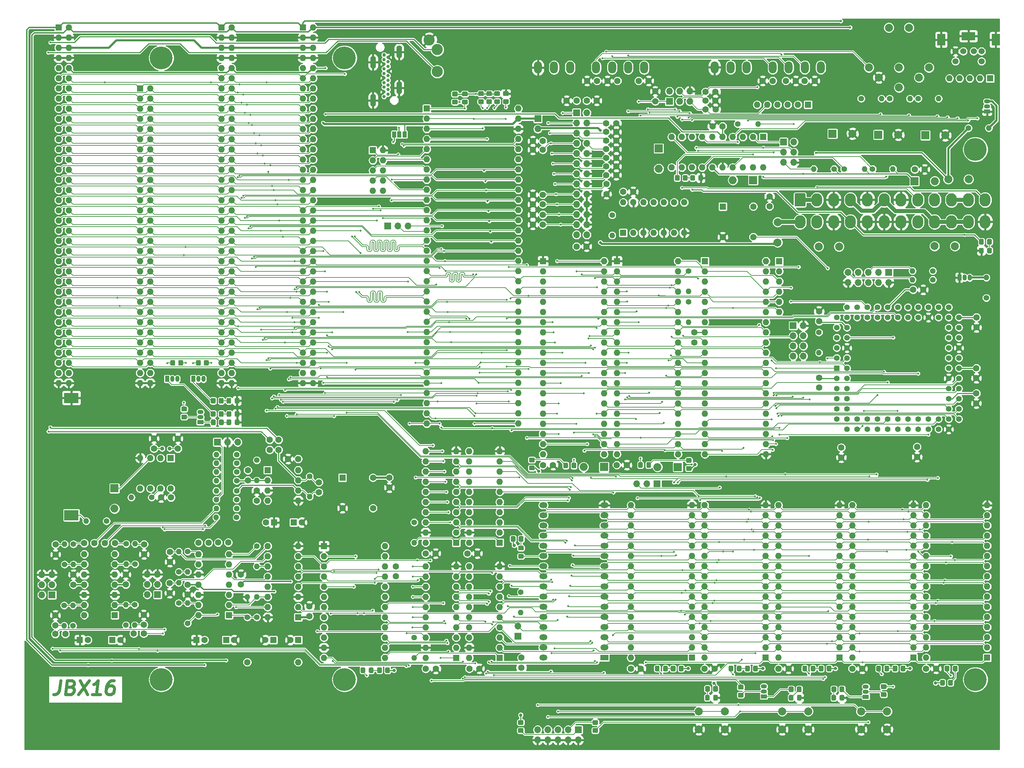
<source format=gtl>
G04 #@! TF.GenerationSoftware,KiCad,Pcbnew,(5.1.12)-1*
G04 #@! TF.CreationDate,2022-08-10T22:48:40-07:00*
G04 #@! TF.ProjectId,JBX16,4a425831-362e-46b6-9963-61645f706362,rev?*
G04 #@! TF.SameCoordinates,Original*
G04 #@! TF.FileFunction,Copper,L1,Top*
G04 #@! TF.FilePolarity,Positive*
%FSLAX46Y46*%
G04 Gerber Fmt 4.6, Leading zero omitted, Abs format (unit mm)*
G04 Created by KiCad (PCBNEW (5.1.12)-1) date 2022-08-10 22:48:40*
%MOMM*%
%LPD*%
G01*
G04 APERTURE LIST*
G04 #@! TA.AperFunction,NonConductor*
%ADD10C,0.750000*%
G04 #@! TD*
G04 #@! TA.AperFunction,ComponentPad*
%ADD11O,1.700000X1.700000*%
G04 #@! TD*
G04 #@! TA.AperFunction,ComponentPad*
%ADD12R,1.700000X1.700000*%
G04 #@! TD*
G04 #@! TA.AperFunction,ComponentPad*
%ADD13R,1.500000X1.050000*%
G04 #@! TD*
G04 #@! TA.AperFunction,ComponentPad*
%ADD14O,1.500000X1.050000*%
G04 #@! TD*
G04 #@! TA.AperFunction,ComponentPad*
%ADD15O,2.000000X2.000000*%
G04 #@! TD*
G04 #@! TA.AperFunction,ComponentPad*
%ADD16R,2.000000X2.000000*%
G04 #@! TD*
G04 #@! TA.AperFunction,ComponentPad*
%ADD17O,1.400000X1.400000*%
G04 #@! TD*
G04 #@! TA.AperFunction,ComponentPad*
%ADD18C,1.400000*%
G04 #@! TD*
G04 #@! TA.AperFunction,ComponentPad*
%ADD19R,2.000000X1.440000*%
G04 #@! TD*
G04 #@! TA.AperFunction,ComponentPad*
%ADD20O,2.000000X1.440000*%
G04 #@! TD*
G04 #@! TA.AperFunction,ComponentPad*
%ADD21O,1.600000X1.600000*%
G04 #@! TD*
G04 #@! TA.AperFunction,ComponentPad*
%ADD22R,1.600000X1.600000*%
G04 #@! TD*
G04 #@! TA.AperFunction,ComponentPad*
%ADD23C,1.600000*%
G04 #@! TD*
G04 #@! TA.AperFunction,SMDPad,CuDef*
%ADD24R,1.000000X1.500000*%
G04 #@! TD*
G04 #@! TA.AperFunction,ComponentPad*
%ADD25R,1.050000X1.500000*%
G04 #@! TD*
G04 #@! TA.AperFunction,ComponentPad*
%ADD26O,1.050000X1.500000*%
G04 #@! TD*
G04 #@! TA.AperFunction,ComponentPad*
%ADD27C,1.000000*%
G04 #@! TD*
G04 #@! TA.AperFunction,SMDPad,CuDef*
%ADD28R,3.600000X2.600000*%
G04 #@! TD*
G04 #@! TA.AperFunction,ComponentPad*
%ADD29O,2.700000X3.300000*%
G04 #@! TD*
G04 #@! TA.AperFunction,ComponentPad*
%ADD30O,1.400000X3.200000*%
G04 #@! TD*
G04 #@! TA.AperFunction,ComponentPad*
%ADD31C,0.800000*%
G04 #@! TD*
G04 #@! TA.AperFunction,ComponentPad*
%ADD32O,2.000000X3.000000*%
G04 #@! TD*
G04 #@! TA.AperFunction,ComponentPad*
%ADD33C,2.000000*%
G04 #@! TD*
G04 #@! TA.AperFunction,ComponentPad*
%ADD34C,5.700000*%
G04 #@! TD*
G04 #@! TA.AperFunction,ComponentPad*
%ADD35C,1.422400*%
G04 #@! TD*
G04 #@! TA.AperFunction,ComponentPad*
%ADD36R,1.422400X1.422400*%
G04 #@! TD*
G04 #@! TA.AperFunction,ComponentPad*
%ADD37C,1.524000*%
G04 #@! TD*
G04 #@! TA.AperFunction,ComponentPad*
%ADD38R,2.000000X3.000000*%
G04 #@! TD*
G04 #@! TA.AperFunction,ComponentPad*
%ADD39R,3.500000X2.000000*%
G04 #@! TD*
G04 #@! TA.AperFunction,ComponentPad*
%ADD40C,2.800000*%
G04 #@! TD*
G04 #@! TA.AperFunction,ViaPad*
%ADD41C,0.500000*%
G04 #@! TD*
G04 #@! TA.AperFunction,ViaPad*
%ADD42C,0.800000*%
G04 #@! TD*
G04 #@! TA.AperFunction,ViaPad*
%ADD43C,0.700000*%
G04 #@! TD*
G04 #@! TA.AperFunction,ViaPad*
%ADD44C,0.600000*%
G04 #@! TD*
G04 #@! TA.AperFunction,Conductor*
%ADD45C,0.127000*%
G04 #@! TD*
G04 #@! TA.AperFunction,Conductor*
%ADD46C,0.254000*%
G04 #@! TD*
G04 #@! TA.AperFunction,Conductor*
%ADD47C,0.500000*%
G04 #@! TD*
G04 #@! TA.AperFunction,Conductor*
%ADD48C,0.300000*%
G04 #@! TD*
G04 #@! TA.AperFunction,Conductor*
%ADD49C,0.200000*%
G04 #@! TD*
G04 #@! TA.AperFunction,Conductor*
%ADD50C,1.000000*%
G04 #@! TD*
G04 #@! TA.AperFunction,Conductor*
%ADD51C,0.250000*%
G04 #@! TD*
G04 #@! TA.AperFunction,Conductor*
%ADD52C,0.100000*%
G04 #@! TD*
G04 APERTURE END LIST*
D10*
X43730270Y-192418733D02*
X43417770Y-194918733D01*
X43188604Y-195418733D01*
X42813604Y-195752066D01*
X42292770Y-195918733D01*
X41959437Y-195918733D01*
X46355270Y-194085400D02*
X46834437Y-194252066D01*
X46980270Y-194418733D01*
X47105270Y-194752066D01*
X47042770Y-195252066D01*
X46834437Y-195585400D01*
X46646937Y-195752066D01*
X46292770Y-195918733D01*
X44959437Y-195918733D01*
X45396937Y-192418733D01*
X46563604Y-192418733D01*
X46876104Y-192585400D01*
X47021937Y-192752066D01*
X47146937Y-193085400D01*
X47105270Y-193418733D01*
X46896937Y-193752066D01*
X46709437Y-193918733D01*
X46355270Y-194085400D01*
X45188604Y-194085400D01*
X48563604Y-192418733D02*
X50459437Y-195918733D01*
X50896937Y-192418733D02*
X48126104Y-195918733D01*
X53626104Y-195918733D02*
X51626104Y-195918733D01*
X52626104Y-195918733D02*
X53063604Y-192418733D01*
X52667770Y-192918733D01*
X52292770Y-193252066D01*
X51938604Y-193418733D01*
X57063604Y-192418733D02*
X56396937Y-192418733D01*
X56042770Y-192585400D01*
X55855270Y-192752066D01*
X55459437Y-193252066D01*
X55209437Y-193918733D01*
X55042770Y-195252066D01*
X55167770Y-195585400D01*
X55313604Y-195752066D01*
X55626104Y-195918733D01*
X56292770Y-195918733D01*
X56646937Y-195752066D01*
X56834437Y-195585400D01*
X57042770Y-195252066D01*
X57146937Y-194418733D01*
X57021937Y-194085400D01*
X56876104Y-193918733D01*
X56563604Y-193752066D01*
X55896937Y-193752066D01*
X55542770Y-193918733D01*
X55355270Y-194085400D01*
X55146937Y-194418733D01*
D11*
X229108000Y-111353600D03*
X226568000Y-111353600D03*
X229108000Y-108813600D03*
X226568000Y-108813600D03*
X229108000Y-106273600D03*
X226568000Y-106273600D03*
X229108000Y-103733600D03*
D12*
X226568000Y-103733600D03*
G04 #@! TA.AperFunction,SMDPad,CuDef*
G36*
G01*
X176714999Y-204311200D02*
X177615001Y-204311200D01*
G75*
G02*
X177865000Y-204561199I0J-249999D01*
G01*
X177865000Y-205261201D01*
G75*
G02*
X177615001Y-205511200I-249999J0D01*
G01*
X176714999Y-205511200D01*
G75*
G02*
X176465000Y-205261201I0J249999D01*
G01*
X176465000Y-204561199D01*
G75*
G02*
X176714999Y-204311200I249999J0D01*
G01*
G37*
G04 #@! TD.AperFunction*
G04 #@! TA.AperFunction,SMDPad,CuDef*
G36*
G01*
X176714999Y-202311200D02*
X177615001Y-202311200D01*
G75*
G02*
X177865000Y-202561199I0J-249999D01*
G01*
X177865000Y-203261201D01*
G75*
G02*
X177615001Y-203511200I-249999J0D01*
G01*
X176714999Y-203511200D01*
G75*
G02*
X176465000Y-203261201I0J249999D01*
G01*
X176465000Y-202561199D01*
G75*
G02*
X176714999Y-202311200I249999J0D01*
G01*
G37*
G04 #@! TD.AperFunction*
G04 #@! TA.AperFunction,SMDPad,CuDef*
G36*
G01*
X159022201Y-203511200D02*
X158122199Y-203511200D01*
G75*
G02*
X157872200Y-203261201I0J249999D01*
G01*
X157872200Y-202561199D01*
G75*
G02*
X158122199Y-202311200I249999J0D01*
G01*
X159022201Y-202311200D01*
G75*
G02*
X159272200Y-202561199I0J-249999D01*
G01*
X159272200Y-203261201D01*
G75*
G02*
X159022201Y-203511200I-249999J0D01*
G01*
G37*
G04 #@! TD.AperFunction*
G04 #@! TA.AperFunction,SMDPad,CuDef*
G36*
G01*
X159022201Y-205511200D02*
X158122199Y-205511200D01*
G75*
G02*
X157872200Y-205261201I0J249999D01*
G01*
X157872200Y-204561199D01*
G75*
G02*
X158122199Y-204311200I249999J0D01*
G01*
X159022201Y-204311200D01*
G75*
G02*
X159272200Y-204561199I0J-249999D01*
G01*
X159272200Y-205261201D01*
G75*
G02*
X159022201Y-205511200I-249999J0D01*
G01*
G37*
G04 #@! TD.AperFunction*
G04 #@! TA.AperFunction,SMDPad,CuDef*
G36*
G01*
X237344000Y-194177499D02*
X237344000Y-195077501D01*
G75*
G02*
X237094001Y-195327500I-249999J0D01*
G01*
X236393999Y-195327500D01*
G75*
G02*
X236144000Y-195077501I0J249999D01*
G01*
X236144000Y-194177499D01*
G75*
G02*
X236393999Y-193927500I249999J0D01*
G01*
X237094001Y-193927500D01*
G75*
G02*
X237344000Y-194177499I0J-249999D01*
G01*
G37*
G04 #@! TD.AperFunction*
G04 #@! TA.AperFunction,SMDPad,CuDef*
G36*
G01*
X239344000Y-194177499D02*
X239344000Y-195077501D01*
G75*
G02*
X239094001Y-195327500I-249999J0D01*
G01*
X238393999Y-195327500D01*
G75*
G02*
X238144000Y-195077501I0J249999D01*
G01*
X238144000Y-194177499D01*
G75*
G02*
X238393999Y-193927500I249999J0D01*
G01*
X239094001Y-193927500D01*
G75*
G02*
X239344000Y-194177499I0J-249999D01*
G01*
G37*
G04 #@! TD.AperFunction*
G04 #@! TA.AperFunction,SMDPad,CuDef*
G36*
G01*
X249624001Y-194545000D02*
X248723999Y-194545000D01*
G75*
G02*
X248474000Y-194295001I0J249999D01*
G01*
X248474000Y-193594999D01*
G75*
G02*
X248723999Y-193345000I249999J0D01*
G01*
X249624001Y-193345000D01*
G75*
G02*
X249874000Y-193594999I0J-249999D01*
G01*
X249874000Y-194295001D01*
G75*
G02*
X249624001Y-194545000I-249999J0D01*
G01*
G37*
G04 #@! TD.AperFunction*
G04 #@! TA.AperFunction,SMDPad,CuDef*
G36*
G01*
X249624001Y-196545000D02*
X248723999Y-196545000D01*
G75*
G02*
X248474000Y-196295001I0J249999D01*
G01*
X248474000Y-195594999D01*
G75*
G02*
X248723999Y-195345000I249999J0D01*
G01*
X249624001Y-195345000D01*
G75*
G02*
X249874000Y-195594999I0J-249999D01*
G01*
X249874000Y-196295001D01*
G75*
G02*
X249624001Y-196545000I-249999J0D01*
G01*
G37*
G04 #@! TD.AperFunction*
D13*
X244703600Y-196469000D03*
D14*
X244703600Y-193929000D03*
X244703600Y-195199000D03*
D11*
X162788600Y-207264000D03*
X162788600Y-204724000D03*
X165328600Y-207264000D03*
X165328600Y-204724000D03*
X167868600Y-207264000D03*
X167868600Y-204724000D03*
X170408600Y-207264000D03*
X170408600Y-204724000D03*
X172948600Y-207264000D03*
D12*
X172948600Y-204724000D03*
G04 #@! TA.AperFunction,SMDPad,CuDef*
G36*
G01*
X237277600Y-196272999D02*
X237277600Y-197173001D01*
G75*
G02*
X237027601Y-197423000I-249999J0D01*
G01*
X236377599Y-197423000D01*
G75*
G02*
X236127600Y-197173001I0J249999D01*
G01*
X236127600Y-196272999D01*
G75*
G02*
X236377599Y-196023000I249999J0D01*
G01*
X237027601Y-196023000D01*
G75*
G02*
X237277600Y-196272999I0J-249999D01*
G01*
G37*
G04 #@! TD.AperFunction*
G04 #@! TA.AperFunction,SMDPad,CuDef*
G36*
G01*
X239327600Y-196272999D02*
X239327600Y-197173001D01*
G75*
G02*
X239077601Y-197423000I-249999J0D01*
G01*
X238427599Y-197423000D01*
G75*
G02*
X238177600Y-197173001I0J249999D01*
G01*
X238177600Y-196272999D01*
G75*
G02*
X238427599Y-196023000I249999J0D01*
G01*
X239077601Y-196023000D01*
G75*
G02*
X239327600Y-196272999I0J-249999D01*
G01*
G37*
G04 #@! TD.AperFunction*
D15*
X261924800Y-67614800D03*
D16*
X256844800Y-67614800D03*
D17*
X200456800Y-102895400D03*
D18*
X200456800Y-97815400D03*
D19*
X179445920Y-186720000D03*
D20*
X164205920Y-186720000D03*
X179445920Y-184180000D03*
X164205920Y-184180000D03*
X179445920Y-181640000D03*
X164205920Y-181640000D03*
X179445920Y-179100000D03*
X164205920Y-179100000D03*
X179445920Y-176560000D03*
X164205920Y-176560000D03*
X179445920Y-174020000D03*
X164205920Y-174020000D03*
X179445920Y-171480000D03*
X164205920Y-171480000D03*
X179445920Y-168940000D03*
X164205920Y-168940000D03*
X179445920Y-166400000D03*
X164205920Y-166400000D03*
X179445920Y-163860000D03*
X164205920Y-163860000D03*
X179445920Y-161320000D03*
X164205920Y-161320000D03*
X179445920Y-158780000D03*
X164205920Y-158780000D03*
X179445920Y-156240000D03*
X164205920Y-156240000D03*
X179445920Y-153700000D03*
X164205920Y-153700000D03*
X179445920Y-151160000D03*
X164205920Y-151160000D03*
X179445920Y-148620000D03*
X164205920Y-148620000D03*
D13*
X78613000Y-127838200D03*
D14*
X78613000Y-125298200D03*
X78613000Y-126568200D03*
D11*
X87909400Y-132842000D03*
X85369400Y-132842000D03*
D12*
X82829400Y-132842000D03*
D21*
X49631600Y-176072800D03*
X57251600Y-160832800D03*
X49631600Y-173532800D03*
X57251600Y-163372800D03*
X49631600Y-170992800D03*
X57251600Y-165912800D03*
X49631600Y-168452800D03*
X57251600Y-168452800D03*
X49631600Y-165912800D03*
X57251600Y-170992800D03*
X49631600Y-163372800D03*
X57251600Y-173532800D03*
X49631600Y-160832800D03*
D22*
X57251600Y-176072800D03*
D11*
X65354200Y-165862000D03*
X67894200Y-165862000D03*
X65354200Y-168402000D03*
X67894200Y-168402000D03*
X65354200Y-170942000D03*
D12*
X67894200Y-170942000D03*
D11*
X39039800Y-165963600D03*
X41579800Y-165963600D03*
X39039800Y-168503600D03*
X41579800Y-168503600D03*
X39039800Y-171043600D03*
D12*
X41579800Y-171043600D03*
D17*
X82575400Y-135940800D03*
D18*
X87655400Y-135940800D03*
D17*
X82575400Y-145008600D03*
D18*
X87655400Y-145008600D03*
D17*
X75412600Y-173075600D03*
D18*
X75412600Y-178155600D03*
D17*
X59994800Y-173507400D03*
D18*
X59994800Y-178587400D03*
D17*
X82575400Y-140309600D03*
D18*
X87655400Y-140309600D03*
D17*
X82575400Y-147193000D03*
D18*
X87655400Y-147193000D03*
D17*
X82575400Y-149402800D03*
D18*
X87655400Y-149402800D03*
D17*
X46812200Y-173634400D03*
D18*
X46812200Y-178714400D03*
D17*
X46913800Y-163398200D03*
D18*
X46913800Y-158318200D03*
D17*
X44602400Y-178714400D03*
D18*
X44602400Y-173634400D03*
D17*
X44704000Y-158318200D03*
D18*
X44704000Y-163398200D03*
D17*
X82575400Y-142494000D03*
D18*
X87655400Y-142494000D03*
D17*
X82575400Y-138125200D03*
D18*
X87655400Y-138125200D03*
D17*
X82550000Y-151612600D03*
D18*
X87630000Y-151612600D03*
D17*
X75438000Y-165252400D03*
D18*
X75438000Y-160172400D03*
D17*
X60071000Y-163347400D03*
D18*
X60071000Y-158267400D03*
D17*
X62306200Y-158267400D03*
D18*
X62306200Y-163347400D03*
D17*
X62230000Y-178587400D03*
D18*
X62230000Y-173507400D03*
D23*
X44892600Y-180797200D03*
X42392600Y-180797200D03*
X49620800Y-158089600D03*
X52120800Y-158089600D03*
X42392600Y-176112800D03*
X42392600Y-178612800D03*
X42443400Y-160909000D03*
X42443400Y-158409000D03*
X57262400Y-158089600D03*
X54762400Y-158089600D03*
X61965200Y-180670200D03*
X64465200Y-180670200D03*
X64541400Y-160869000D03*
X64541400Y-158369000D03*
X64465200Y-175985800D03*
X64465200Y-178485800D03*
X79622400Y-182290720D03*
D22*
X77622400Y-182290720D03*
D23*
X75438000Y-170952800D03*
X75438000Y-168452800D03*
X87039200Y-182290720D03*
D22*
X85039200Y-182290720D03*
D23*
X88722200Y-165938200D03*
X88722200Y-168438200D03*
D24*
X129570000Y-55930800D03*
X128270000Y-55930800D03*
X126970000Y-55930800D03*
D21*
X124180600Y-70053200D03*
X121640600Y-70053200D03*
X124180600Y-67513200D03*
X121640600Y-67513200D03*
X124180600Y-64973200D03*
X121640600Y-64973200D03*
X124180600Y-62433200D03*
X121640600Y-62433200D03*
X124180600Y-59893200D03*
D22*
X121640600Y-59893200D03*
G04 #@! TA.AperFunction,SMDPad,CuDef*
G36*
G01*
X202042500Y-66351999D02*
X202042500Y-67252001D01*
G75*
G02*
X201792501Y-67502000I-249999J0D01*
G01*
X201142499Y-67502000D01*
G75*
G02*
X200892500Y-67252001I0J249999D01*
G01*
X200892500Y-66351999D01*
G75*
G02*
X201142499Y-66102000I249999J0D01*
G01*
X201792501Y-66102000D01*
G75*
G02*
X202042500Y-66351999I0J-249999D01*
G01*
G37*
G04 #@! TD.AperFunction*
G04 #@! TA.AperFunction,SMDPad,CuDef*
G36*
G01*
X204092500Y-66351999D02*
X204092500Y-67252001D01*
G75*
G02*
X203842501Y-67502000I-249999J0D01*
G01*
X203192499Y-67502000D01*
G75*
G02*
X202942500Y-67252001I0J249999D01*
G01*
X202942500Y-66351999D01*
G75*
G02*
X203192499Y-66102000I249999J0D01*
G01*
X203842501Y-66102000D01*
G75*
G02*
X204092500Y-66351999I0J-249999D01*
G01*
G37*
G04 #@! TD.AperFunction*
D21*
X223083120Y-100299520D03*
X223083120Y-97759520D03*
X223083120Y-95219520D03*
X223083120Y-92679520D03*
X223083120Y-90139520D03*
D22*
X223083120Y-87599520D03*
D17*
X275412200Y-54356000D03*
D18*
X270332200Y-54356000D03*
D17*
X274777200Y-91719400D03*
D18*
X274777200Y-96799400D03*
D13*
X274980400Y-50241200D03*
D14*
X274980400Y-47701200D03*
X274980400Y-48971200D03*
D25*
X268097000Y-91719400D03*
D26*
X270637000Y-91719400D03*
X269367000Y-91719400D03*
G04 #@! TA.AperFunction,SMDPad,CuDef*
G36*
G01*
X152203999Y-47152000D02*
X153104001Y-47152000D01*
G75*
G02*
X153354000Y-47401999I0J-249999D01*
G01*
X153354000Y-48102001D01*
G75*
G02*
X153104001Y-48352000I-249999J0D01*
G01*
X152203999Y-48352000D01*
G75*
G02*
X151954000Y-48102001I0J249999D01*
G01*
X151954000Y-47401999D01*
G75*
G02*
X152203999Y-47152000I249999J0D01*
G01*
G37*
G04 #@! TD.AperFunction*
G04 #@! TA.AperFunction,SMDPad,CuDef*
G36*
G01*
X152203999Y-45152000D02*
X153104001Y-45152000D01*
G75*
G02*
X153354000Y-45401999I0J-249999D01*
G01*
X153354000Y-46102001D01*
G75*
G02*
X153104001Y-46352000I-249999J0D01*
G01*
X152203999Y-46352000D01*
G75*
G02*
X151954000Y-46102001I0J249999D01*
G01*
X151954000Y-45401999D01*
G75*
G02*
X152203999Y-45152000I249999J0D01*
G01*
G37*
G04 #@! TD.AperFunction*
G04 #@! TA.AperFunction,SMDPad,CuDef*
G36*
G01*
X150248199Y-47145400D02*
X151148201Y-47145400D01*
G75*
G02*
X151398200Y-47395399I0J-249999D01*
G01*
X151398200Y-48095401D01*
G75*
G02*
X151148201Y-48345400I-249999J0D01*
G01*
X150248199Y-48345400D01*
G75*
G02*
X149998200Y-48095401I0J249999D01*
G01*
X149998200Y-47395399D01*
G75*
G02*
X150248199Y-47145400I249999J0D01*
G01*
G37*
G04 #@! TD.AperFunction*
G04 #@! TA.AperFunction,SMDPad,CuDef*
G36*
G01*
X150248199Y-45145400D02*
X151148201Y-45145400D01*
G75*
G02*
X151398200Y-45395399I0J-249999D01*
G01*
X151398200Y-46095401D01*
G75*
G02*
X151148201Y-46345400I-249999J0D01*
G01*
X150248199Y-46345400D01*
G75*
G02*
X149998200Y-46095401I0J249999D01*
G01*
X149998200Y-45395399D01*
G75*
G02*
X150248199Y-45145400I249999J0D01*
G01*
G37*
G04 #@! TD.AperFunction*
G04 #@! TA.AperFunction,SMDPad,CuDef*
G36*
G01*
X155313801Y-46336000D02*
X154413799Y-46336000D01*
G75*
G02*
X154163800Y-46086001I0J249999D01*
G01*
X154163800Y-45385999D01*
G75*
G02*
X154413799Y-45136000I249999J0D01*
G01*
X155313801Y-45136000D01*
G75*
G02*
X155563800Y-45385999I0J-249999D01*
G01*
X155563800Y-46086001D01*
G75*
G02*
X155313801Y-46336000I-249999J0D01*
G01*
G37*
G04 #@! TD.AperFunction*
G04 #@! TA.AperFunction,SMDPad,CuDef*
G36*
G01*
X155313801Y-48336000D02*
X154413799Y-48336000D01*
G75*
G02*
X154163800Y-48086001I0J249999D01*
G01*
X154163800Y-47385999D01*
G75*
G02*
X154413799Y-47136000I249999J0D01*
G01*
X155313801Y-47136000D01*
G75*
G02*
X155563800Y-47385999I0J-249999D01*
G01*
X155563800Y-48086001D01*
G75*
G02*
X155313801Y-48336000I-249999J0D01*
G01*
G37*
G04 #@! TD.AperFunction*
G04 #@! TA.AperFunction,SMDPad,CuDef*
G36*
G01*
X148216199Y-47145400D02*
X149116201Y-47145400D01*
G75*
G02*
X149366200Y-47395399I0J-249999D01*
G01*
X149366200Y-48095401D01*
G75*
G02*
X149116201Y-48345400I-249999J0D01*
G01*
X148216199Y-48345400D01*
G75*
G02*
X147966200Y-48095401I0J249999D01*
G01*
X147966200Y-47395399D01*
G75*
G02*
X148216199Y-47145400I249999J0D01*
G01*
G37*
G04 #@! TD.AperFunction*
G04 #@! TA.AperFunction,SMDPad,CuDef*
G36*
G01*
X148216199Y-45145400D02*
X149116201Y-45145400D01*
G75*
G02*
X149366200Y-45395399I0J-249999D01*
G01*
X149366200Y-46095401D01*
G75*
G02*
X149116201Y-46345400I-249999J0D01*
G01*
X148216199Y-46345400D01*
G75*
G02*
X147966200Y-46095401I0J249999D01*
G01*
X147966200Y-45395399D01*
G75*
G02*
X148216199Y-45145400I249999J0D01*
G01*
G37*
G04 #@! TD.AperFunction*
G04 #@! TA.AperFunction,SMDPad,CuDef*
G36*
G01*
X144177599Y-47237600D02*
X145077601Y-47237600D01*
G75*
G02*
X145327600Y-47487599I0J-249999D01*
G01*
X145327600Y-48187601D01*
G75*
G02*
X145077601Y-48437600I-249999J0D01*
G01*
X144177599Y-48437600D01*
G75*
G02*
X143927600Y-48187601I0J249999D01*
G01*
X143927600Y-47487599D01*
G75*
G02*
X144177599Y-47237600I249999J0D01*
G01*
G37*
G04 #@! TD.AperFunction*
G04 #@! TA.AperFunction,SMDPad,CuDef*
G36*
G01*
X144177599Y-45237600D02*
X145077601Y-45237600D01*
G75*
G02*
X145327600Y-45487599I0J-249999D01*
G01*
X145327600Y-46187601D01*
G75*
G02*
X145077601Y-46437600I-249999J0D01*
G01*
X144177599Y-46437600D01*
G75*
G02*
X143927600Y-46187601I0J249999D01*
G01*
X143927600Y-45487599D01*
G75*
G02*
X144177599Y-45237600I249999J0D01*
G01*
G37*
G04 #@! TD.AperFunction*
G04 #@! TA.AperFunction,SMDPad,CuDef*
G36*
G01*
X141688399Y-47247000D02*
X142588401Y-47247000D01*
G75*
G02*
X142838400Y-47496999I0J-249999D01*
G01*
X142838400Y-48197001D01*
G75*
G02*
X142588401Y-48447000I-249999J0D01*
G01*
X141688399Y-48447000D01*
G75*
G02*
X141438400Y-48197001I0J249999D01*
G01*
X141438400Y-47496999D01*
G75*
G02*
X141688399Y-47247000I249999J0D01*
G01*
G37*
G04 #@! TD.AperFunction*
G04 #@! TA.AperFunction,SMDPad,CuDef*
G36*
G01*
X141688399Y-45247000D02*
X142588401Y-45247000D01*
G75*
G02*
X142838400Y-45496999I0J-249999D01*
G01*
X142838400Y-46197001D01*
G75*
G02*
X142588401Y-46447000I-249999J0D01*
G01*
X141688399Y-46447000D01*
G75*
G02*
X141438400Y-46197001I0J249999D01*
G01*
X141438400Y-45496999D01*
G75*
G02*
X141688399Y-45247000I249999J0D01*
G01*
G37*
G04 #@! TD.AperFunction*
D22*
X135107680Y-49484280D03*
D21*
X135107680Y-52024280D03*
X135107680Y-54564280D03*
X135107680Y-57104280D03*
X135107680Y-59644280D03*
X135107680Y-62184280D03*
X135107680Y-64724280D03*
X135107680Y-67264280D03*
X135107680Y-69804280D03*
X135107680Y-72344280D03*
X135107680Y-74884280D03*
X135107680Y-77424280D03*
X135107680Y-79964280D03*
X135107680Y-82504280D03*
X135107680Y-85044280D03*
X135107680Y-87584280D03*
X135107680Y-90124280D03*
X135107680Y-92664280D03*
X135107680Y-95204280D03*
X135107680Y-97744280D03*
X135107680Y-100284280D03*
X135107680Y-102824280D03*
X135107680Y-105364280D03*
X135107680Y-107904280D03*
X135107680Y-110444280D03*
X135107680Y-112984280D03*
X135107680Y-115524280D03*
X135107680Y-118064280D03*
X135107680Y-120604280D03*
X135107680Y-123144280D03*
X135107680Y-125684280D03*
X135107680Y-128224280D03*
X157967680Y-64724280D03*
X157967680Y-49484280D03*
X157967680Y-128224280D03*
X157967680Y-120604280D03*
X157967680Y-52024280D03*
X157967680Y-110444280D03*
X157967680Y-125684280D03*
X157967680Y-118064280D03*
X157967680Y-115524280D03*
X157967680Y-105364280D03*
X157967680Y-74884280D03*
X157967680Y-85044280D03*
X157967680Y-79964280D03*
X157967680Y-72344280D03*
X157967680Y-67264280D03*
X157967680Y-57104280D03*
X157967680Y-54564280D03*
X157967680Y-82504280D03*
X157967680Y-123144280D03*
X157967680Y-87584280D03*
X157967680Y-62184280D03*
X157967680Y-112984280D03*
X157967680Y-69804280D03*
X157967680Y-100284280D03*
X157967680Y-107904280D03*
X157967680Y-92664280D03*
X157967680Y-59644280D03*
X157967680Y-97744280D03*
X157967680Y-102824280D03*
X157967680Y-95204280D03*
X157967680Y-90124280D03*
X157967680Y-77424280D03*
G04 #@! TA.AperFunction,SMDPad,CuDef*
G36*
G01*
X199044000Y-67252001D02*
X199044000Y-66351999D01*
G75*
G02*
X199293999Y-66102000I249999J0D01*
G01*
X199994001Y-66102000D01*
G75*
G02*
X200244000Y-66351999I0J-249999D01*
G01*
X200244000Y-67252001D01*
G75*
G02*
X199994001Y-67502000I-249999J0D01*
G01*
X199293999Y-67502000D01*
G75*
G02*
X199044000Y-67252001I0J249999D01*
G01*
G37*
G04 #@! TD.AperFunction*
G04 #@! TA.AperFunction,SMDPad,CuDef*
G36*
G01*
X197044000Y-67252001D02*
X197044000Y-66351999D01*
G75*
G02*
X197293999Y-66102000I249999J0D01*
G01*
X197994001Y-66102000D01*
G75*
G02*
X198244000Y-66351999I0J-249999D01*
G01*
X198244000Y-67252001D01*
G75*
G02*
X197994001Y-67502000I-249999J0D01*
G01*
X197293999Y-67502000D01*
G75*
G02*
X197044000Y-67252001I0J249999D01*
G01*
G37*
G04 #@! TD.AperFunction*
D17*
X61366400Y-146659600D03*
D18*
X66446400Y-146659600D03*
D17*
X50114200Y-152577800D03*
D18*
X55194200Y-152577800D03*
D27*
X69054900Y-134467600D03*
X70954900Y-134467600D03*
D21*
X71208900Y-144437100D03*
X63588900Y-136817100D03*
X68668900Y-144437100D03*
X66128900Y-136817100D03*
X66128900Y-144437100D03*
X68668900Y-136817100D03*
X63588900Y-144437100D03*
D22*
X71208900Y-136817100D03*
D15*
X57150000Y-149453600D03*
D16*
X57150000Y-144373600D03*
D23*
X67017900Y-134427600D03*
X67017900Y-131927600D03*
X72986900Y-134467600D03*
X72986900Y-131967600D03*
X175006000Y-83947000D03*
X172506000Y-83947000D03*
X161584000Y-73406000D03*
X164084000Y-73406000D03*
X182435500Y-53149500D03*
X179935500Y-53149500D03*
X161584000Y-70993000D03*
X164084000Y-70993000D03*
X161584000Y-76009500D03*
X164084000Y-76009500D03*
X179959000Y-70826000D03*
X179959000Y-68326000D03*
X68772400Y-146659600D03*
X71272400Y-146659600D03*
X182435500Y-59626500D03*
X179935500Y-59626500D03*
X182435500Y-66103500D03*
X179935500Y-66103500D03*
X161584000Y-78486000D03*
X164084000Y-78486000D03*
X182435500Y-63944500D03*
X179935500Y-63944500D03*
X177546000Y-47498000D03*
X175046000Y-47498000D03*
X182435500Y-61785500D03*
X179935500Y-61785500D03*
X182435500Y-55308500D03*
X179935500Y-55308500D03*
X161584000Y-59753500D03*
X164084000Y-59753500D03*
X170029500Y-47498000D03*
X172529500Y-47498000D03*
X182435500Y-57467500D03*
X179935500Y-57467500D03*
X161584000Y-57594500D03*
X164084000Y-57594500D03*
G04 #@! TA.AperFunction,SMDPad,CuDef*
G36*
G01*
X78711600Y-112579999D02*
X78711600Y-113480001D01*
G75*
G02*
X78461601Y-113730000I-249999J0D01*
G01*
X77761599Y-113730000D01*
G75*
G02*
X77511600Y-113480001I0J249999D01*
G01*
X77511600Y-112579999D01*
G75*
G02*
X77761599Y-112330000I249999J0D01*
G01*
X78461601Y-112330000D01*
G75*
G02*
X78711600Y-112579999I0J-249999D01*
G01*
G37*
G04 #@! TD.AperFunction*
G04 #@! TA.AperFunction,SMDPad,CuDef*
G36*
G01*
X80711600Y-112579999D02*
X80711600Y-113480001D01*
G75*
G02*
X80461601Y-113730000I-249999J0D01*
G01*
X79761599Y-113730000D01*
G75*
G02*
X79511600Y-113480001I0J249999D01*
G01*
X79511600Y-112579999D01*
G75*
G02*
X79761599Y-112330000I249999J0D01*
G01*
X80461601Y-112330000D01*
G75*
G02*
X80711600Y-112579999I0J-249999D01*
G01*
G37*
G04 #@! TD.AperFunction*
G04 #@! TA.AperFunction,SMDPad,CuDef*
G36*
G01*
X82407300Y-122054199D02*
X82407300Y-122954201D01*
G75*
G02*
X82157301Y-123204200I-249999J0D01*
G01*
X81457299Y-123204200D01*
G75*
G02*
X81207300Y-122954201I0J249999D01*
G01*
X81207300Y-122054199D01*
G75*
G02*
X81457299Y-121804200I249999J0D01*
G01*
X82157301Y-121804200D01*
G75*
G02*
X82407300Y-122054199I0J-249999D01*
G01*
G37*
G04 #@! TD.AperFunction*
G04 #@! TA.AperFunction,SMDPad,CuDef*
G36*
G01*
X84407300Y-122054199D02*
X84407300Y-122954201D01*
G75*
G02*
X84157301Y-123204200I-249999J0D01*
G01*
X83457299Y-123204200D01*
G75*
G02*
X83207300Y-122954201I0J249999D01*
G01*
X83207300Y-122054199D01*
G75*
G02*
X83457299Y-121804200I249999J0D01*
G01*
X84157301Y-121804200D01*
G75*
G02*
X84407300Y-122054199I0J-249999D01*
G01*
G37*
G04 #@! TD.AperFunction*
G04 #@! TA.AperFunction,SMDPad,CuDef*
G36*
G01*
X72310800Y-112579999D02*
X72310800Y-113480001D01*
G75*
G02*
X72060801Y-113730000I-249999J0D01*
G01*
X71360799Y-113730000D01*
G75*
G02*
X71110800Y-113480001I0J249999D01*
G01*
X71110800Y-112579999D01*
G75*
G02*
X71360799Y-112330000I249999J0D01*
G01*
X72060801Y-112330000D01*
G75*
G02*
X72310800Y-112579999I0J-249999D01*
G01*
G37*
G04 #@! TD.AperFunction*
G04 #@! TA.AperFunction,SMDPad,CuDef*
G36*
G01*
X74310800Y-112579999D02*
X74310800Y-113480001D01*
G75*
G02*
X74060801Y-113730000I-249999J0D01*
G01*
X73360799Y-113730000D01*
G75*
G02*
X73110800Y-113480001I0J249999D01*
G01*
X73110800Y-112579999D01*
G75*
G02*
X73360799Y-112330000I249999J0D01*
G01*
X74060801Y-112330000D01*
G75*
G02*
X74310800Y-112579999I0J-249999D01*
G01*
G37*
G04 #@! TD.AperFunction*
G04 #@! TA.AperFunction,SMDPad,CuDef*
G36*
G01*
X82400700Y-125356199D02*
X82400700Y-126256201D01*
G75*
G02*
X82150701Y-126506200I-249999J0D01*
G01*
X81450699Y-126506200D01*
G75*
G02*
X81200700Y-126256201I0J249999D01*
G01*
X81200700Y-125356199D01*
G75*
G02*
X81450699Y-125106200I249999J0D01*
G01*
X82150701Y-125106200D01*
G75*
G02*
X82400700Y-125356199I0J-249999D01*
G01*
G37*
G04 #@! TD.AperFunction*
G04 #@! TA.AperFunction,SMDPad,CuDef*
G36*
G01*
X84400700Y-125356199D02*
X84400700Y-126256201D01*
G75*
G02*
X84150701Y-126506200I-249999J0D01*
G01*
X83450699Y-126506200D01*
G75*
G02*
X83200700Y-126256201I0J249999D01*
G01*
X83200700Y-125356199D01*
G75*
G02*
X83450699Y-125106200I249999J0D01*
G01*
X84150701Y-125106200D01*
G75*
G02*
X84400700Y-125356199I0J-249999D01*
G01*
G37*
G04 #@! TD.AperFunction*
G04 #@! TA.AperFunction,SMDPad,CuDef*
G36*
G01*
X74098999Y-125961600D02*
X74999001Y-125961600D01*
G75*
G02*
X75249000Y-126211599I0J-249999D01*
G01*
X75249000Y-126911601D01*
G75*
G02*
X74999001Y-127161600I-249999J0D01*
G01*
X74098999Y-127161600D01*
G75*
G02*
X73849000Y-126911601I0J249999D01*
G01*
X73849000Y-126211599D01*
G75*
G02*
X74098999Y-125961600I249999J0D01*
G01*
G37*
G04 #@! TD.AperFunction*
G04 #@! TA.AperFunction,SMDPad,CuDef*
G36*
G01*
X74098999Y-123961600D02*
X74999001Y-123961600D01*
G75*
G02*
X75249000Y-124211599I0J-249999D01*
G01*
X75249000Y-124911601D01*
G75*
G02*
X74999001Y-125161600I-249999J0D01*
G01*
X74098999Y-125161600D01*
G75*
G02*
X73849000Y-124911601I0J249999D01*
G01*
X73849000Y-124211599D01*
G75*
G02*
X74098999Y-123961600I249999J0D01*
G01*
G37*
G04 #@! TD.AperFunction*
G04 #@! TA.AperFunction,SMDPad,CuDef*
G36*
G01*
X82432700Y-127438999D02*
X82432700Y-128339001D01*
G75*
G02*
X82182701Y-128589000I-249999J0D01*
G01*
X81482699Y-128589000D01*
G75*
G02*
X81232700Y-128339001I0J249999D01*
G01*
X81232700Y-127438999D01*
G75*
G02*
X81482699Y-127189000I249999J0D01*
G01*
X82182701Y-127189000D01*
G75*
G02*
X82432700Y-127438999I0J-249999D01*
G01*
G37*
G04 #@! TD.AperFunction*
G04 #@! TA.AperFunction,SMDPad,CuDef*
G36*
G01*
X84432700Y-127438999D02*
X84432700Y-128339001D01*
G75*
G02*
X84182701Y-128589000I-249999J0D01*
G01*
X83482699Y-128589000D01*
G75*
G02*
X83232700Y-128339001I0J249999D01*
G01*
X83232700Y-127438999D01*
G75*
G02*
X83482699Y-127189000I249999J0D01*
G01*
X84182701Y-127189000D01*
G75*
G02*
X84432700Y-127438999I0J-249999D01*
G01*
G37*
G04 #@! TD.AperFunction*
D25*
X76835000Y-117043200D03*
D26*
X79375000Y-117043200D03*
X78105000Y-117043200D03*
D25*
X70307200Y-117043200D03*
D26*
X72847200Y-117043200D03*
X71577200Y-117043200D03*
G04 #@! TA.AperFunction,SMDPad,CuDef*
G36*
G01*
X86287300Y-122054199D02*
X86287300Y-122954201D01*
G75*
G02*
X86037301Y-123204200I-249999J0D01*
G01*
X85387299Y-123204200D01*
G75*
G02*
X85137300Y-122954201I0J249999D01*
G01*
X85137300Y-122054199D01*
G75*
G02*
X85387299Y-121804200I249999J0D01*
G01*
X86037301Y-121804200D01*
G75*
G02*
X86287300Y-122054199I0J-249999D01*
G01*
G37*
G04 #@! TD.AperFunction*
G04 #@! TA.AperFunction,SMDPad,CuDef*
G36*
G01*
X88337300Y-122054199D02*
X88337300Y-122954201D01*
G75*
G02*
X88087301Y-123204200I-249999J0D01*
G01*
X87437299Y-123204200D01*
G75*
G02*
X87187300Y-122954201I0J249999D01*
G01*
X87187300Y-122054199D01*
G75*
G02*
X87437299Y-121804200I249999J0D01*
G01*
X88087301Y-121804200D01*
G75*
G02*
X88337300Y-122054199I0J-249999D01*
G01*
G37*
G04 #@! TD.AperFunction*
G04 #@! TA.AperFunction,SMDPad,CuDef*
G36*
G01*
X86312700Y-125356199D02*
X86312700Y-126256201D01*
G75*
G02*
X86062701Y-126506200I-249999J0D01*
G01*
X85412699Y-126506200D01*
G75*
G02*
X85162700Y-126256201I0J249999D01*
G01*
X85162700Y-125356199D01*
G75*
G02*
X85412699Y-125106200I249999J0D01*
G01*
X86062701Y-125106200D01*
G75*
G02*
X86312700Y-125356199I0J-249999D01*
G01*
G37*
G04 #@! TD.AperFunction*
G04 #@! TA.AperFunction,SMDPad,CuDef*
G36*
G01*
X88362700Y-125356199D02*
X88362700Y-126256201D01*
G75*
G02*
X88112701Y-126506200I-249999J0D01*
G01*
X87462699Y-126506200D01*
G75*
G02*
X87212700Y-126256201I0J249999D01*
G01*
X87212700Y-125356199D01*
G75*
G02*
X87462699Y-125106200I249999J0D01*
G01*
X88112701Y-125106200D01*
G75*
G02*
X88362700Y-125356199I0J-249999D01*
G01*
G37*
G04 #@! TD.AperFunction*
G04 #@! TA.AperFunction,SMDPad,CuDef*
G36*
G01*
X86312700Y-127438999D02*
X86312700Y-128339001D01*
G75*
G02*
X86062701Y-128589000I-249999J0D01*
G01*
X85412699Y-128589000D01*
G75*
G02*
X85162700Y-128339001I0J249999D01*
G01*
X85162700Y-127438999D01*
G75*
G02*
X85412699Y-127189000I249999J0D01*
G01*
X86062701Y-127189000D01*
G75*
G02*
X86312700Y-127438999I0J-249999D01*
G01*
G37*
G04 #@! TD.AperFunction*
G04 #@! TA.AperFunction,SMDPad,CuDef*
G36*
G01*
X88362700Y-127438999D02*
X88362700Y-128339001D01*
G75*
G02*
X88112701Y-128589000I-249999J0D01*
G01*
X87462699Y-128589000D01*
G75*
G02*
X87212700Y-128339001I0J249999D01*
G01*
X87212700Y-127438999D01*
G75*
G02*
X87462699Y-127189000I249999J0D01*
G01*
X88112701Y-127189000D01*
G75*
G02*
X88362700Y-127438999I0J-249999D01*
G01*
G37*
G04 #@! TD.AperFunction*
D28*
X46405800Y-151098800D03*
X46405800Y-121798800D03*
G04 #@! TA.AperFunction,SMDPad,CuDef*
G36*
G01*
X213036999Y-195472000D02*
X213937001Y-195472000D01*
G75*
G02*
X214187000Y-195721999I0J-249999D01*
G01*
X214187000Y-196422001D01*
G75*
G02*
X213937001Y-196672000I-249999J0D01*
G01*
X213036999Y-196672000D01*
G75*
G02*
X212787000Y-196422001I0J249999D01*
G01*
X212787000Y-195721999D01*
G75*
G02*
X213036999Y-195472000I249999J0D01*
G01*
G37*
G04 #@! TD.AperFunction*
G04 #@! TA.AperFunction,SMDPad,CuDef*
G36*
G01*
X213036999Y-193472000D02*
X213937001Y-193472000D01*
G75*
G02*
X214187000Y-193721999I0J-249999D01*
G01*
X214187000Y-194422001D01*
G75*
G02*
X213937001Y-194672000I-249999J0D01*
G01*
X213036999Y-194672000D01*
G75*
G02*
X212787000Y-194422001I0J249999D01*
G01*
X212787000Y-193721999D01*
G75*
G02*
X213036999Y-193472000I249999J0D01*
G01*
G37*
G04 #@! TD.AperFunction*
G04 #@! TA.AperFunction,SMDPad,CuDef*
G36*
G01*
X226676000Y-194177499D02*
X226676000Y-195077501D01*
G75*
G02*
X226426001Y-195327500I-249999J0D01*
G01*
X225725999Y-195327500D01*
G75*
G02*
X225476000Y-195077501I0J249999D01*
G01*
X225476000Y-194177499D01*
G75*
G02*
X225725999Y-193927500I249999J0D01*
G01*
X226426001Y-193927500D01*
G75*
G02*
X226676000Y-194177499I0J-249999D01*
G01*
G37*
G04 #@! TD.AperFunction*
G04 #@! TA.AperFunction,SMDPad,CuDef*
G36*
G01*
X228676000Y-194177499D02*
X228676000Y-195077501D01*
G75*
G02*
X228426001Y-195327500I-249999J0D01*
G01*
X227725999Y-195327500D01*
G75*
G02*
X227476000Y-195077501I0J249999D01*
G01*
X227476000Y-194177499D01*
G75*
G02*
X227725999Y-193927500I249999J0D01*
G01*
X228426001Y-193927500D01*
G75*
G02*
X228676000Y-194177499I0J-249999D01*
G01*
G37*
G04 #@! TD.AperFunction*
D13*
X219265500Y-196405500D03*
D14*
X219265500Y-193865500D03*
X219265500Y-195135500D03*
G04 #@! TA.AperFunction,SMDPad,CuDef*
G36*
G01*
X226626000Y-196272999D02*
X226626000Y-197173001D01*
G75*
G02*
X226376001Y-197423000I-249999J0D01*
G01*
X225725999Y-197423000D01*
G75*
G02*
X225476000Y-197173001I0J249999D01*
G01*
X225476000Y-196272999D01*
G75*
G02*
X225725999Y-196023000I249999J0D01*
G01*
X226376001Y-196023000D01*
G75*
G02*
X226626000Y-196272999I0J-249999D01*
G01*
G37*
G04 #@! TD.AperFunction*
G04 #@! TA.AperFunction,SMDPad,CuDef*
G36*
G01*
X228676000Y-196272999D02*
X228676000Y-197173001D01*
G75*
G02*
X228426001Y-197423000I-249999J0D01*
G01*
X227775999Y-197423000D01*
G75*
G02*
X227526000Y-197173001I0J249999D01*
G01*
X227526000Y-196272999D01*
G75*
G02*
X227775999Y-196023000I249999J0D01*
G01*
X228426001Y-196023000D01*
G75*
G02*
X228676000Y-196272999I0J-249999D01*
G01*
G37*
G04 #@! TD.AperFunction*
G04 #@! TA.AperFunction,SMDPad,CuDef*
G36*
G01*
X205800500Y-194050499D02*
X205800500Y-194950501D01*
G75*
G02*
X205550501Y-195200500I-249999J0D01*
G01*
X204850499Y-195200500D01*
G75*
G02*
X204600500Y-194950501I0J249999D01*
G01*
X204600500Y-194050499D01*
G75*
G02*
X204850499Y-193800500I249999J0D01*
G01*
X205550501Y-193800500D01*
G75*
G02*
X205800500Y-194050499I0J-249999D01*
G01*
G37*
G04 #@! TD.AperFunction*
G04 #@! TA.AperFunction,SMDPad,CuDef*
G36*
G01*
X207800500Y-194050499D02*
X207800500Y-194950501D01*
G75*
G02*
X207550501Y-195200500I-249999J0D01*
G01*
X206850499Y-195200500D01*
G75*
G02*
X206600500Y-194950501I0J249999D01*
G01*
X206600500Y-194050499D01*
G75*
G02*
X206850499Y-193800500I249999J0D01*
G01*
X207550501Y-193800500D01*
G75*
G02*
X207800500Y-194050499I0J-249999D01*
G01*
G37*
G04 #@! TD.AperFunction*
G04 #@! TA.AperFunction,SMDPad,CuDef*
G36*
G01*
X274958000Y-83228601D02*
X274958000Y-82328599D01*
G75*
G02*
X275207999Y-82078600I249999J0D01*
G01*
X275908001Y-82078600D01*
G75*
G02*
X276158000Y-82328599I0J-249999D01*
G01*
X276158000Y-83228601D01*
G75*
G02*
X275908001Y-83478600I-249999J0D01*
G01*
X275207999Y-83478600D01*
G75*
G02*
X274958000Y-83228601I0J249999D01*
G01*
G37*
G04 #@! TD.AperFunction*
G04 #@! TA.AperFunction,SMDPad,CuDef*
G36*
G01*
X272958000Y-83228601D02*
X272958000Y-82328599D01*
G75*
G02*
X273207999Y-82078600I249999J0D01*
G01*
X273908001Y-82078600D01*
G75*
G02*
X274158000Y-82328599I0J-249999D01*
G01*
X274158000Y-83228601D01*
G75*
G02*
X273908001Y-83478600I-249999J0D01*
G01*
X273207999Y-83478600D01*
G75*
G02*
X272958000Y-83228601I0J249999D01*
G01*
G37*
G04 #@! TD.AperFunction*
G04 #@! TA.AperFunction,SMDPad,CuDef*
G36*
G01*
X123917000Y-189414999D02*
X123917000Y-190315001D01*
G75*
G02*
X123667001Y-190565000I-249999J0D01*
G01*
X122966999Y-190565000D01*
G75*
G02*
X122717000Y-190315001I0J249999D01*
G01*
X122717000Y-189414999D01*
G75*
G02*
X122966999Y-189165000I249999J0D01*
G01*
X123667001Y-189165000D01*
G75*
G02*
X123917000Y-189414999I0J-249999D01*
G01*
G37*
G04 #@! TD.AperFunction*
G04 #@! TA.AperFunction,SMDPad,CuDef*
G36*
G01*
X125917000Y-189414999D02*
X125917000Y-190315001D01*
G75*
G02*
X125667001Y-190565000I-249999J0D01*
G01*
X124966999Y-190565000D01*
G75*
G02*
X124717000Y-190315001I0J249999D01*
G01*
X124717000Y-189414999D01*
G75*
G02*
X124966999Y-189165000I249999J0D01*
G01*
X125667001Y-189165000D01*
G75*
G02*
X125917000Y-189414999I0J-249999D01*
G01*
G37*
G04 #@! TD.AperFunction*
G04 #@! TA.AperFunction,SMDPad,CuDef*
G36*
G01*
X161803501Y-137903000D02*
X160903499Y-137903000D01*
G75*
G02*
X160653500Y-137653001I0J249999D01*
G01*
X160653500Y-136952999D01*
G75*
G02*
X160903499Y-136703000I249999J0D01*
G01*
X161803501Y-136703000D01*
G75*
G02*
X162053500Y-136952999I0J-249999D01*
G01*
X162053500Y-137653001D01*
G75*
G02*
X161803501Y-137903000I-249999J0D01*
G01*
G37*
G04 #@! TD.AperFunction*
G04 #@! TA.AperFunction,SMDPad,CuDef*
G36*
G01*
X161803501Y-139903000D02*
X160903499Y-139903000D01*
G75*
G02*
X160653500Y-139653001I0J249999D01*
G01*
X160653500Y-138952999D01*
G75*
G02*
X160903499Y-138703000I249999J0D01*
G01*
X161803501Y-138703000D01*
G75*
G02*
X162053500Y-138952999I0J-249999D01*
G01*
X162053500Y-139653001D01*
G75*
G02*
X161803501Y-139903000I-249999J0D01*
G01*
G37*
G04 #@! TD.AperFunction*
G04 #@! TA.AperFunction,SMDPad,CuDef*
G36*
G01*
X200983001Y-138014000D02*
X200082999Y-138014000D01*
G75*
G02*
X199833000Y-137764001I0J249999D01*
G01*
X199833000Y-137063999D01*
G75*
G02*
X200082999Y-136814000I249999J0D01*
G01*
X200983001Y-136814000D01*
G75*
G02*
X201233000Y-137063999I0J-249999D01*
G01*
X201233000Y-137764001D01*
G75*
G02*
X200983001Y-138014000I-249999J0D01*
G01*
G37*
G04 #@! TD.AperFunction*
G04 #@! TA.AperFunction,SMDPad,CuDef*
G36*
G01*
X200983001Y-140014000D02*
X200082999Y-140014000D01*
G75*
G02*
X199833000Y-139764001I0J249999D01*
G01*
X199833000Y-139063999D01*
G75*
G02*
X200082999Y-138814000I249999J0D01*
G01*
X200983001Y-138814000D01*
G75*
G02*
X201233000Y-139063999I0J-249999D01*
G01*
X201233000Y-139764001D01*
G75*
G02*
X200983001Y-140014000I-249999J0D01*
G01*
G37*
G04 #@! TD.AperFunction*
G04 #@! TA.AperFunction,SMDPad,CuDef*
G36*
G01*
X265258500Y-193426501D02*
X265258500Y-192526499D01*
G75*
G02*
X265508499Y-192276500I249999J0D01*
G01*
X266208501Y-192276500D01*
G75*
G02*
X266458500Y-192526499I0J-249999D01*
G01*
X266458500Y-193426501D01*
G75*
G02*
X266208501Y-193676500I-249999J0D01*
G01*
X265508499Y-193676500D01*
G75*
G02*
X265258500Y-193426501I0J249999D01*
G01*
G37*
G04 #@! TD.AperFunction*
G04 #@! TA.AperFunction,SMDPad,CuDef*
G36*
G01*
X263258500Y-193426501D02*
X263258500Y-192526499D01*
G75*
G02*
X263508499Y-192276500I249999J0D01*
G01*
X264208501Y-192276500D01*
G75*
G02*
X264458500Y-192526499I0J-249999D01*
G01*
X264458500Y-193426501D01*
G75*
G02*
X264208501Y-193676500I-249999J0D01*
G01*
X263508499Y-193676500D01*
G75*
G02*
X263258500Y-193426501I0J249999D01*
G01*
G37*
G04 #@! TD.AperFunction*
G04 #@! TA.AperFunction,SMDPad,CuDef*
G36*
G01*
X252600000Y-188970499D02*
X252600000Y-189870501D01*
G75*
G02*
X252350001Y-190120500I-249999J0D01*
G01*
X251649999Y-190120500D01*
G75*
G02*
X251400000Y-189870501I0J249999D01*
G01*
X251400000Y-188970499D01*
G75*
G02*
X251649999Y-188720500I249999J0D01*
G01*
X252350001Y-188720500D01*
G75*
G02*
X252600000Y-188970499I0J-249999D01*
G01*
G37*
G04 #@! TD.AperFunction*
G04 #@! TA.AperFunction,SMDPad,CuDef*
G36*
G01*
X254600000Y-188970499D02*
X254600000Y-189870501D01*
G75*
G02*
X254350001Y-190120500I-249999J0D01*
G01*
X253649999Y-190120500D01*
G75*
G02*
X253400000Y-189870501I0J249999D01*
G01*
X253400000Y-188970499D01*
G75*
G02*
X253649999Y-188720500I249999J0D01*
G01*
X254350001Y-188720500D01*
G75*
G02*
X254600000Y-188970499I0J-249999D01*
G01*
G37*
G04 #@! TD.AperFunction*
G04 #@! TA.AperFunction,SMDPad,CuDef*
G36*
G01*
X234153000Y-188970499D02*
X234153000Y-189870501D01*
G75*
G02*
X233903001Y-190120500I-249999J0D01*
G01*
X233202999Y-190120500D01*
G75*
G02*
X232953000Y-189870501I0J249999D01*
G01*
X232953000Y-188970499D01*
G75*
G02*
X233202999Y-188720500I249999J0D01*
G01*
X233903001Y-188720500D01*
G75*
G02*
X234153000Y-188970499I0J-249999D01*
G01*
G37*
G04 #@! TD.AperFunction*
G04 #@! TA.AperFunction,SMDPad,CuDef*
G36*
G01*
X236153000Y-188970499D02*
X236153000Y-189870501D01*
G75*
G02*
X235903001Y-190120500I-249999J0D01*
G01*
X235202999Y-190120500D01*
G75*
G02*
X234953000Y-189870501I0J249999D01*
G01*
X234953000Y-188970499D01*
G75*
G02*
X235202999Y-188720500I249999J0D01*
G01*
X235903001Y-188720500D01*
G75*
G02*
X236153000Y-188970499I0J-249999D01*
G01*
G37*
G04 #@! TD.AperFunction*
G04 #@! TA.AperFunction,SMDPad,CuDef*
G36*
G01*
X215770000Y-188970499D02*
X215770000Y-189870501D01*
G75*
G02*
X215520001Y-190120500I-249999J0D01*
G01*
X214819999Y-190120500D01*
G75*
G02*
X214570000Y-189870501I0J249999D01*
G01*
X214570000Y-188970499D01*
G75*
G02*
X214819999Y-188720500I249999J0D01*
G01*
X215520001Y-188720500D01*
G75*
G02*
X215770000Y-188970499I0J-249999D01*
G01*
G37*
G04 #@! TD.AperFunction*
G04 #@! TA.AperFunction,SMDPad,CuDef*
G36*
G01*
X217770000Y-188970499D02*
X217770000Y-189870501D01*
G75*
G02*
X217520001Y-190120500I-249999J0D01*
G01*
X216819999Y-190120500D01*
G75*
G02*
X216570000Y-189870501I0J249999D01*
G01*
X216570000Y-188970499D01*
G75*
G02*
X216819999Y-188720500I249999J0D01*
G01*
X217520001Y-188720500D01*
G75*
G02*
X217770000Y-188970499I0J-249999D01*
G01*
G37*
G04 #@! TD.AperFunction*
G04 #@! TA.AperFunction,SMDPad,CuDef*
G36*
G01*
X197212000Y-188970499D02*
X197212000Y-189870501D01*
G75*
G02*
X196962001Y-190120500I-249999J0D01*
G01*
X196261999Y-190120500D01*
G75*
G02*
X196012000Y-189870501I0J249999D01*
G01*
X196012000Y-188970499D01*
G75*
G02*
X196261999Y-188720500I249999J0D01*
G01*
X196962001Y-188720500D01*
G75*
G02*
X197212000Y-188970499I0J-249999D01*
G01*
G37*
G04 #@! TD.AperFunction*
G04 #@! TA.AperFunction,SMDPad,CuDef*
G36*
G01*
X199212000Y-188970499D02*
X199212000Y-189870501D01*
G75*
G02*
X198962001Y-190120500I-249999J0D01*
G01*
X198261999Y-190120500D01*
G75*
G02*
X198012000Y-189870501I0J249999D01*
G01*
X198012000Y-188970499D01*
G75*
G02*
X198261999Y-188720500I249999J0D01*
G01*
X198962001Y-188720500D01*
G75*
G02*
X199212000Y-188970499I0J-249999D01*
G01*
G37*
G04 #@! TD.AperFunction*
G04 #@! TA.AperFunction,SMDPad,CuDef*
G36*
G01*
X158070500Y-157485501D02*
X158070500Y-156585499D01*
G75*
G02*
X158320499Y-156335500I249999J0D01*
G01*
X159020501Y-156335500D01*
G75*
G02*
X159270500Y-156585499I0J-249999D01*
G01*
X159270500Y-157485501D01*
G75*
G02*
X159020501Y-157735500I-249999J0D01*
G01*
X158320499Y-157735500D01*
G75*
G02*
X158070500Y-157485501I0J249999D01*
G01*
G37*
G04 #@! TD.AperFunction*
G04 #@! TA.AperFunction,SMDPad,CuDef*
G36*
G01*
X156070500Y-157485501D02*
X156070500Y-156585499D01*
G75*
G02*
X156320499Y-156335500I249999J0D01*
G01*
X157020501Y-156335500D01*
G75*
G02*
X157270500Y-156585499I0J-249999D01*
G01*
X157270500Y-157485501D01*
G75*
G02*
X157020501Y-157735500I-249999J0D01*
G01*
X156320499Y-157735500D01*
G75*
G02*
X156070500Y-157485501I0J249999D01*
G01*
G37*
G04 #@! TD.AperFunction*
G04 #@! TA.AperFunction,SMDPad,CuDef*
G36*
G01*
X205725500Y-196272999D02*
X205725500Y-197173001D01*
G75*
G02*
X205475501Y-197423000I-249999J0D01*
G01*
X204825499Y-197423000D01*
G75*
G02*
X204575500Y-197173001I0J249999D01*
G01*
X204575500Y-196272999D01*
G75*
G02*
X204825499Y-196023000I249999J0D01*
G01*
X205475501Y-196023000D01*
G75*
G02*
X205725500Y-196272999I0J-249999D01*
G01*
G37*
G04 #@! TD.AperFunction*
G04 #@! TA.AperFunction,SMDPad,CuDef*
G36*
G01*
X207775500Y-196272999D02*
X207775500Y-197173001D01*
G75*
G02*
X207525501Y-197423000I-249999J0D01*
G01*
X206875499Y-197423000D01*
G75*
G02*
X206625500Y-197173001I0J249999D01*
G01*
X206625500Y-196272999D01*
G75*
G02*
X206875499Y-196023000I249999J0D01*
G01*
X207525501Y-196023000D01*
G75*
G02*
X207775500Y-196272999I0J-249999D01*
G01*
G37*
G04 #@! TD.AperFunction*
G04 #@! TA.AperFunction,SMDPad,CuDef*
G36*
G01*
X275015000Y-85438401D02*
X275015000Y-84538399D01*
G75*
G02*
X275264999Y-84288400I249999J0D01*
G01*
X275915001Y-84288400D01*
G75*
G02*
X276165000Y-84538399I0J-249999D01*
G01*
X276165000Y-85438401D01*
G75*
G02*
X275915001Y-85688400I-249999J0D01*
G01*
X275264999Y-85688400D01*
G75*
G02*
X275015000Y-85438401I0J249999D01*
G01*
G37*
G04 #@! TD.AperFunction*
G04 #@! TA.AperFunction,SMDPad,CuDef*
G36*
G01*
X272965000Y-85438401D02*
X272965000Y-84538399D01*
G75*
G02*
X273214999Y-84288400I249999J0D01*
G01*
X273865001Y-84288400D01*
G75*
G02*
X274115000Y-84538399I0J-249999D01*
G01*
X274115000Y-85438401D01*
G75*
G02*
X273865001Y-85688400I-249999J0D01*
G01*
X273214999Y-85688400D01*
G75*
G02*
X272965000Y-85438401I0J249999D01*
G01*
G37*
G04 #@! TD.AperFunction*
G04 #@! TA.AperFunction,SMDPad,CuDef*
G36*
G01*
X120655500Y-190315001D02*
X120655500Y-189414999D01*
G75*
G02*
X120905499Y-189165000I249999J0D01*
G01*
X121555501Y-189165000D01*
G75*
G02*
X121805500Y-189414999I0J-249999D01*
G01*
X121805500Y-190315001D01*
G75*
G02*
X121555501Y-190565000I-249999J0D01*
G01*
X120905499Y-190565000D01*
G75*
G02*
X120655500Y-190315001I0J249999D01*
G01*
G37*
G04 #@! TD.AperFunction*
G04 #@! TA.AperFunction,SMDPad,CuDef*
G36*
G01*
X118605500Y-190315001D02*
X118605500Y-189414999D01*
G75*
G02*
X118855499Y-189165000I249999J0D01*
G01*
X119505501Y-189165000D01*
G75*
G02*
X119755500Y-189414999I0J-249999D01*
G01*
X119755500Y-190315001D01*
G75*
G02*
X119505501Y-190565000I-249999J0D01*
G01*
X118855499Y-190565000D01*
G75*
G02*
X118605500Y-190315001I0J249999D01*
G01*
G37*
G04 #@! TD.AperFunction*
G04 #@! TA.AperFunction,SMDPad,CuDef*
G36*
G01*
X170374000Y-138233999D02*
X170374000Y-139134001D01*
G75*
G02*
X170124001Y-139384000I-249999J0D01*
G01*
X169473999Y-139384000D01*
G75*
G02*
X169224000Y-139134001I0J249999D01*
G01*
X169224000Y-138233999D01*
G75*
G02*
X169473999Y-137984000I249999J0D01*
G01*
X170124001Y-137984000D01*
G75*
G02*
X170374000Y-138233999I0J-249999D01*
G01*
G37*
G04 #@! TD.AperFunction*
G04 #@! TA.AperFunction,SMDPad,CuDef*
G36*
G01*
X172424000Y-138233999D02*
X172424000Y-139134001D01*
G75*
G02*
X172174001Y-139384000I-249999J0D01*
G01*
X171523999Y-139384000D01*
G75*
G02*
X171274000Y-139134001I0J249999D01*
G01*
X171274000Y-138233999D01*
G75*
G02*
X171523999Y-137984000I249999J0D01*
G01*
X172174001Y-137984000D01*
G75*
G02*
X172424000Y-138233999I0J-249999D01*
G01*
G37*
G04 #@! TD.AperFunction*
G04 #@! TA.AperFunction,SMDPad,CuDef*
G36*
G01*
X189943000Y-139007001D02*
X189943000Y-138106999D01*
G75*
G02*
X190192999Y-137857000I249999J0D01*
G01*
X190843001Y-137857000D01*
G75*
G02*
X191093000Y-138106999I0J-249999D01*
G01*
X191093000Y-139007001D01*
G75*
G02*
X190843001Y-139257000I-249999J0D01*
G01*
X190192999Y-139257000D01*
G75*
G02*
X189943000Y-139007001I0J249999D01*
G01*
G37*
G04 #@! TD.AperFunction*
G04 #@! TA.AperFunction,SMDPad,CuDef*
G36*
G01*
X187893000Y-139007001D02*
X187893000Y-138106999D01*
G75*
G02*
X188142999Y-137857000I249999J0D01*
G01*
X188793001Y-137857000D01*
G75*
G02*
X189043000Y-138106999I0J-249999D01*
G01*
X189043000Y-139007001D01*
G75*
G02*
X188793001Y-139257000I-249999J0D01*
G01*
X188142999Y-139257000D01*
G75*
G02*
X187893000Y-139007001I0J249999D01*
G01*
G37*
G04 #@! TD.AperFunction*
G04 #@! TA.AperFunction,SMDPad,CuDef*
G36*
G01*
X266451500Y-189870501D02*
X266451500Y-188970499D01*
G75*
G02*
X266701499Y-188720500I249999J0D01*
G01*
X267351501Y-188720500D01*
G75*
G02*
X267601500Y-188970499I0J-249999D01*
G01*
X267601500Y-189870501D01*
G75*
G02*
X267351501Y-190120500I-249999J0D01*
G01*
X266701499Y-190120500D01*
G75*
G02*
X266451500Y-189870501I0J249999D01*
G01*
G37*
G04 #@! TD.AperFunction*
G04 #@! TA.AperFunction,SMDPad,CuDef*
G36*
G01*
X264401500Y-189870501D02*
X264401500Y-188970499D01*
G75*
G02*
X264651499Y-188720500I249999J0D01*
G01*
X265301501Y-188720500D01*
G75*
G02*
X265551500Y-188970499I0J-249999D01*
G01*
X265551500Y-189870501D01*
G75*
G02*
X265301501Y-190120500I-249999J0D01*
G01*
X264651499Y-190120500D01*
G75*
G02*
X264401500Y-189870501I0J249999D01*
G01*
G37*
G04 #@! TD.AperFunction*
G04 #@! TA.AperFunction,SMDPad,CuDef*
G36*
G01*
X249370000Y-189870501D02*
X249370000Y-188970499D01*
G75*
G02*
X249619999Y-188720500I249999J0D01*
G01*
X250270001Y-188720500D01*
G75*
G02*
X250520000Y-188970499I0J-249999D01*
G01*
X250520000Y-189870501D01*
G75*
G02*
X250270001Y-190120500I-249999J0D01*
G01*
X249619999Y-190120500D01*
G75*
G02*
X249370000Y-189870501I0J249999D01*
G01*
G37*
G04 #@! TD.AperFunction*
G04 #@! TA.AperFunction,SMDPad,CuDef*
G36*
G01*
X247320000Y-189870501D02*
X247320000Y-188970499D01*
G75*
G02*
X247569999Y-188720500I249999J0D01*
G01*
X248220001Y-188720500D01*
G75*
G02*
X248470000Y-188970499I0J-249999D01*
G01*
X248470000Y-189870501D01*
G75*
G02*
X248220001Y-190120500I-249999J0D01*
G01*
X247569999Y-190120500D01*
G75*
G02*
X247320000Y-189870501I0J249999D01*
G01*
G37*
G04 #@! TD.AperFunction*
G04 #@! TA.AperFunction,SMDPad,CuDef*
G36*
G01*
X230946000Y-189870501D02*
X230946000Y-188970499D01*
G75*
G02*
X231195999Y-188720500I249999J0D01*
G01*
X231846001Y-188720500D01*
G75*
G02*
X232096000Y-188970499I0J-249999D01*
G01*
X232096000Y-189870501D01*
G75*
G02*
X231846001Y-190120500I-249999J0D01*
G01*
X231195999Y-190120500D01*
G75*
G02*
X230946000Y-189870501I0J249999D01*
G01*
G37*
G04 #@! TD.AperFunction*
G04 #@! TA.AperFunction,SMDPad,CuDef*
G36*
G01*
X228896000Y-189870501D02*
X228896000Y-188970499D01*
G75*
G02*
X229145999Y-188720500I249999J0D01*
G01*
X229796001Y-188720500D01*
G75*
G02*
X230046000Y-188970499I0J-249999D01*
G01*
X230046000Y-189870501D01*
G75*
G02*
X229796001Y-190120500I-249999J0D01*
G01*
X229145999Y-190120500D01*
G75*
G02*
X228896000Y-189870501I0J249999D01*
G01*
G37*
G04 #@! TD.AperFunction*
G04 #@! TA.AperFunction,SMDPad,CuDef*
G36*
G01*
X212531000Y-189870501D02*
X212531000Y-188970499D01*
G75*
G02*
X212780999Y-188720500I249999J0D01*
G01*
X213431001Y-188720500D01*
G75*
G02*
X213681000Y-188970499I0J-249999D01*
G01*
X213681000Y-189870501D01*
G75*
G02*
X213431001Y-190120500I-249999J0D01*
G01*
X212780999Y-190120500D01*
G75*
G02*
X212531000Y-189870501I0J249999D01*
G01*
G37*
G04 #@! TD.AperFunction*
G04 #@! TA.AperFunction,SMDPad,CuDef*
G36*
G01*
X210481000Y-189870501D02*
X210481000Y-188970499D01*
G75*
G02*
X210730999Y-188720500I249999J0D01*
G01*
X211381001Y-188720500D01*
G75*
G02*
X211631000Y-188970499I0J-249999D01*
G01*
X211631000Y-189870501D01*
G75*
G02*
X211381001Y-190120500I-249999J0D01*
G01*
X210730999Y-190120500D01*
G75*
G02*
X210481000Y-189870501I0J249999D01*
G01*
G37*
G04 #@! TD.AperFunction*
G04 #@! TA.AperFunction,SMDPad,CuDef*
G36*
G01*
X194116000Y-189870501D02*
X194116000Y-188970499D01*
G75*
G02*
X194365999Y-188720500I249999J0D01*
G01*
X195016001Y-188720500D01*
G75*
G02*
X195266000Y-188970499I0J-249999D01*
G01*
X195266000Y-189870501D01*
G75*
G02*
X195016001Y-190120500I-249999J0D01*
G01*
X194365999Y-190120500D01*
G75*
G02*
X194116000Y-189870501I0J249999D01*
G01*
G37*
G04 #@! TD.AperFunction*
G04 #@! TA.AperFunction,SMDPad,CuDef*
G36*
G01*
X192066000Y-189870501D02*
X192066000Y-188970499D01*
G75*
G02*
X192315999Y-188720500I249999J0D01*
G01*
X192966001Y-188720500D01*
G75*
G02*
X193216000Y-188970499I0J-249999D01*
G01*
X193216000Y-189870501D01*
G75*
G02*
X192966001Y-190120500I-249999J0D01*
G01*
X192315999Y-190120500D01*
G75*
G02*
X192066000Y-189870501I0J249999D01*
G01*
G37*
G04 #@! TD.AperFunction*
G04 #@! TA.AperFunction,SMDPad,CuDef*
G36*
G01*
X159073001Y-159887500D02*
X158172999Y-159887500D01*
G75*
G02*
X157923000Y-159637501I0J249999D01*
G01*
X157923000Y-158987499D01*
G75*
G02*
X158172999Y-158737500I249999J0D01*
G01*
X159073001Y-158737500D01*
G75*
G02*
X159323000Y-158987499I0J-249999D01*
G01*
X159323000Y-159637501D01*
G75*
G02*
X159073001Y-159887500I-249999J0D01*
G01*
G37*
G04 #@! TD.AperFunction*
G04 #@! TA.AperFunction,SMDPad,CuDef*
G36*
G01*
X159073001Y-161937500D02*
X158172999Y-161937500D01*
G75*
G02*
X157923000Y-161687501I0J249999D01*
G01*
X157923000Y-161037499D01*
G75*
G02*
X158172999Y-160787500I249999J0D01*
G01*
X159073001Y-160787500D01*
G75*
G02*
X159323000Y-161037499I0J-249999D01*
G01*
X159323000Y-161687501D01*
G75*
G02*
X159073001Y-161937500I-249999J0D01*
G01*
G37*
G04 #@! TD.AperFunction*
D21*
X45768180Y-118094760D03*
X43228180Y-118094760D03*
X45768180Y-115554760D03*
X43228180Y-115554760D03*
X45768180Y-113014760D03*
X43228180Y-113014760D03*
X45768180Y-110474760D03*
X43228180Y-110474760D03*
X45768180Y-107934760D03*
X43228180Y-107934760D03*
X45768180Y-105394760D03*
X43228180Y-105394760D03*
X45768180Y-102854760D03*
X43228180Y-102854760D03*
X45768180Y-100314760D03*
X43228180Y-100314760D03*
X45768180Y-97774760D03*
X43228180Y-97774760D03*
X45768180Y-95234760D03*
X43228180Y-95234760D03*
X45768180Y-92694760D03*
X43228180Y-92694760D03*
X45768180Y-90154760D03*
X43228180Y-90154760D03*
X45768180Y-87614760D03*
X43228180Y-87614760D03*
X45768180Y-85074760D03*
X43228180Y-85074760D03*
X45768180Y-82534760D03*
X43228180Y-82534760D03*
X45768180Y-79994760D03*
X43228180Y-79994760D03*
X45768180Y-77454760D03*
X43228180Y-77454760D03*
X45768180Y-74914760D03*
X43228180Y-74914760D03*
X45768180Y-72374760D03*
X43228180Y-72374760D03*
X45768180Y-69834760D03*
X43228180Y-69834760D03*
X45768180Y-67294760D03*
X43228180Y-67294760D03*
X45768180Y-64754760D03*
X43228180Y-64754760D03*
X45768180Y-62214760D03*
X43228180Y-62214760D03*
X45768180Y-59674760D03*
X43228180Y-59674760D03*
X45768180Y-57134760D03*
X43228180Y-57134760D03*
X45768180Y-54594760D03*
X43228180Y-54594760D03*
X45768180Y-52054760D03*
X43228180Y-52054760D03*
X45768180Y-49514760D03*
X43228180Y-49514760D03*
X45768180Y-46974760D03*
X43228180Y-46974760D03*
X45768180Y-44434760D03*
X43228180Y-44434760D03*
X45768180Y-41894760D03*
X43228180Y-41894760D03*
X45768180Y-39354760D03*
X43228180Y-39354760D03*
X45768180Y-36814760D03*
X43228180Y-36814760D03*
X45768180Y-34274760D03*
X43228180Y-34274760D03*
X45768180Y-31734760D03*
X43228180Y-31734760D03*
X45768180Y-29194760D03*
D22*
X43228180Y-29194760D03*
D21*
X66083180Y-118094760D03*
X63543180Y-118094760D03*
X66083180Y-115554760D03*
X63543180Y-115554760D03*
X66083180Y-113014760D03*
X63543180Y-113014760D03*
X66083180Y-110474760D03*
X63543180Y-110474760D03*
X66083180Y-107934760D03*
X63543180Y-107934760D03*
X66083180Y-105394760D03*
X63543180Y-105394760D03*
X66083180Y-102854760D03*
X63543180Y-102854760D03*
X66083180Y-100314760D03*
X63543180Y-100314760D03*
X66083180Y-97774760D03*
X63543180Y-97774760D03*
X66083180Y-95234760D03*
X63543180Y-95234760D03*
X66083180Y-92694760D03*
X63543180Y-92694760D03*
X66083180Y-90154760D03*
X63543180Y-90154760D03*
X66083180Y-87614760D03*
X63543180Y-87614760D03*
X66083180Y-85074760D03*
X63543180Y-85074760D03*
X66083180Y-82534760D03*
X63543180Y-82534760D03*
X66083180Y-79994760D03*
X63543180Y-79994760D03*
X66083180Y-77454760D03*
X63543180Y-77454760D03*
X66083180Y-74914760D03*
X63543180Y-74914760D03*
X66083180Y-72374760D03*
X63543180Y-72374760D03*
X66083180Y-69834760D03*
X63543180Y-69834760D03*
X66083180Y-67294760D03*
X63543180Y-67294760D03*
X66083180Y-64754760D03*
X63543180Y-64754760D03*
X66083180Y-62214760D03*
X63543180Y-62214760D03*
X66083180Y-59674760D03*
X63543180Y-59674760D03*
X66083180Y-57134760D03*
X63543180Y-57134760D03*
X66083180Y-54594760D03*
X63543180Y-54594760D03*
X66083180Y-52054760D03*
X63543180Y-52054760D03*
X66083180Y-49514760D03*
X63543180Y-49514760D03*
X66083180Y-46974760D03*
X63543180Y-46974760D03*
X66083180Y-44434760D03*
D22*
X63543180Y-44434760D03*
D21*
X86403180Y-118094760D03*
X83863180Y-118094760D03*
X86403180Y-115554760D03*
X83863180Y-115554760D03*
X86403180Y-113014760D03*
X83863180Y-113014760D03*
X86403180Y-110474760D03*
X83863180Y-110474760D03*
X86403180Y-107934760D03*
X83863180Y-107934760D03*
X86403180Y-105394760D03*
X83863180Y-105394760D03*
X86403180Y-102854760D03*
X83863180Y-102854760D03*
X86403180Y-100314760D03*
X83863180Y-100314760D03*
X86403180Y-97774760D03*
X83863180Y-97774760D03*
X86403180Y-95234760D03*
X83863180Y-95234760D03*
X86403180Y-92694760D03*
X83863180Y-92694760D03*
X86403180Y-90154760D03*
X83863180Y-90154760D03*
X86403180Y-87614760D03*
X83863180Y-87614760D03*
X86403180Y-85074760D03*
X83863180Y-85074760D03*
X86403180Y-82534760D03*
X83863180Y-82534760D03*
X86403180Y-79994760D03*
X83863180Y-79994760D03*
X86403180Y-77454760D03*
X83863180Y-77454760D03*
X86403180Y-74914760D03*
X83863180Y-74914760D03*
X86403180Y-72374760D03*
X83863180Y-72374760D03*
X86403180Y-69834760D03*
X83863180Y-69834760D03*
X86403180Y-67294760D03*
X83863180Y-67294760D03*
X86403180Y-64754760D03*
X83863180Y-64754760D03*
X86403180Y-62214760D03*
X83863180Y-62214760D03*
X86403180Y-59674760D03*
X83863180Y-59674760D03*
X86403180Y-57134760D03*
X83863180Y-57134760D03*
X86403180Y-54594760D03*
X83863180Y-54594760D03*
X86403180Y-52054760D03*
X83863180Y-52054760D03*
X86403180Y-49514760D03*
X83863180Y-49514760D03*
X86403180Y-46974760D03*
X83863180Y-46974760D03*
X86403180Y-44434760D03*
X83863180Y-44434760D03*
X86403180Y-41894760D03*
X83863180Y-41894760D03*
X86403180Y-39354760D03*
X83863180Y-39354760D03*
X86403180Y-36814760D03*
X83863180Y-36814760D03*
X86403180Y-34274760D03*
X83863180Y-34274760D03*
X86403180Y-31734760D03*
X83863180Y-31734760D03*
X86403180Y-29194760D03*
D22*
X83863180Y-29194760D03*
X104183180Y-29194760D03*
D21*
X106723180Y-29194760D03*
X104183180Y-31734760D03*
X106723180Y-31734760D03*
X104183180Y-34274760D03*
X106723180Y-34274760D03*
X104183180Y-36814760D03*
X106723180Y-36814760D03*
X104183180Y-39354760D03*
X106723180Y-39354760D03*
X104183180Y-41894760D03*
X106723180Y-41894760D03*
X104183180Y-44434760D03*
X106723180Y-44434760D03*
X104183180Y-46974760D03*
X106723180Y-46974760D03*
X104183180Y-49514760D03*
X106723180Y-49514760D03*
X104183180Y-52054760D03*
X106723180Y-52054760D03*
X104183180Y-54594760D03*
X106723180Y-54594760D03*
X104183180Y-57134760D03*
X106723180Y-57134760D03*
X104183180Y-59674760D03*
X106723180Y-59674760D03*
X104183180Y-62214760D03*
X106723180Y-62214760D03*
X104183180Y-64754760D03*
X106723180Y-64754760D03*
X104183180Y-67294760D03*
X106723180Y-67294760D03*
X104183180Y-69834760D03*
X106723180Y-69834760D03*
X104183180Y-72374760D03*
X106723180Y-72374760D03*
X104183180Y-74914760D03*
X106723180Y-74914760D03*
X104183180Y-77454760D03*
X106723180Y-77454760D03*
X104183180Y-79994760D03*
X106723180Y-79994760D03*
X104183180Y-82534760D03*
X106723180Y-82534760D03*
X104183180Y-85074760D03*
X106723180Y-85074760D03*
X104183180Y-87614760D03*
X106723180Y-87614760D03*
X104183180Y-90154760D03*
X106723180Y-90154760D03*
X104183180Y-92694760D03*
X106723180Y-92694760D03*
X104183180Y-95234760D03*
X106723180Y-95234760D03*
X104183180Y-97774760D03*
X106723180Y-97774760D03*
X104183180Y-100314760D03*
X106723180Y-100314760D03*
X104183180Y-102854760D03*
X106723180Y-102854760D03*
X104183180Y-105394760D03*
X106723180Y-105394760D03*
X104183180Y-107934760D03*
X106723180Y-107934760D03*
X104183180Y-110474760D03*
X106723180Y-110474760D03*
X104183180Y-113014760D03*
X106723180Y-113014760D03*
X104183180Y-115554760D03*
X106723180Y-115554760D03*
X104183180Y-118094760D03*
X106723180Y-118094760D03*
D17*
X90347800Y-171526200D03*
D18*
X90347800Y-176606200D03*
D17*
X92684600Y-171526200D03*
D18*
X92684600Y-176606200D03*
D29*
X274485760Y-77803640D03*
X270285760Y-77803640D03*
X266085760Y-77803640D03*
X261885760Y-77803640D03*
X257685760Y-77803640D03*
X253485760Y-77803640D03*
X249285760Y-77803640D03*
X245085760Y-77803640D03*
X240885760Y-77803640D03*
X236685760Y-77803640D03*
X232485760Y-77803640D03*
X228285760Y-77803640D03*
X274485760Y-72303640D03*
X270285760Y-72303640D03*
X266085760Y-72303640D03*
X261885760Y-72303640D03*
X257685760Y-72303640D03*
X253485760Y-72303640D03*
X249285760Y-72303640D03*
X245085760Y-72303640D03*
X240885760Y-72303640D03*
X236685760Y-72303640D03*
X232485760Y-72303640D03*
G04 #@! TA.AperFunction,ComponentPad*
G36*
G01*
X226935760Y-73703639D02*
X226935760Y-70903641D01*
G75*
G02*
X227185761Y-70653640I250001J0D01*
G01*
X229385759Y-70653640D01*
G75*
G02*
X229635760Y-70903641I0J-250001D01*
G01*
X229635760Y-73703639D01*
G75*
G02*
X229385759Y-73953640I-250001J0D01*
G01*
X227185761Y-73953640D01*
G75*
G02*
X226935760Y-73703639I0J250001D01*
G01*
G37*
G04 #@! TD.AperFunction*
D17*
X231711500Y-64571880D03*
D18*
X236791500Y-64571880D03*
D21*
X217596720Y-48508920D03*
X220136720Y-48508920D03*
X222676720Y-48508920D03*
X225216720Y-48508920D03*
X227756720Y-48508920D03*
D22*
X230296720Y-48508920D03*
D23*
X207172560Y-45318680D03*
X204672560Y-45318680D03*
X207203040Y-49672240D03*
X204703040Y-49672240D03*
X218963240Y-42545000D03*
X221463240Y-42545000D03*
X175122200Y-42545000D03*
X177622200Y-42545000D03*
X192140840Y-45166280D03*
X192140840Y-47666280D03*
X231942640Y-42545000D03*
X229442640Y-42545000D03*
X190510800Y-42545000D03*
X188010800Y-42545000D03*
X180217440Y-42545000D03*
X182717440Y-42545000D03*
X227248720Y-42545000D03*
X224748720Y-42545000D03*
X207187800Y-47518320D03*
X204687800Y-47518320D03*
D21*
X179364640Y-87599520D03*
X164124640Y-135859520D03*
X179364640Y-90139520D03*
X164124640Y-133319520D03*
X179364640Y-92679520D03*
X164124640Y-130779520D03*
X179364640Y-95219520D03*
X164124640Y-128239520D03*
X179364640Y-97759520D03*
X164124640Y-125699520D03*
X179364640Y-100299520D03*
X164124640Y-123159520D03*
X179364640Y-102839520D03*
X164124640Y-120619520D03*
X179364640Y-105379520D03*
X164124640Y-118079520D03*
X179364640Y-107919520D03*
X164124640Y-115539520D03*
X179364640Y-110459520D03*
X164124640Y-112999520D03*
X179364640Y-112999520D03*
X164124640Y-110459520D03*
X179364640Y-115539520D03*
X164124640Y-107919520D03*
X179364640Y-118079520D03*
X164124640Y-105379520D03*
X179364640Y-120619520D03*
X164124640Y-102839520D03*
X179364640Y-123159520D03*
X164124640Y-100299520D03*
X179364640Y-125699520D03*
X164124640Y-97759520D03*
X179364640Y-128239520D03*
X164124640Y-95219520D03*
X179364640Y-130779520D03*
X164124640Y-92679520D03*
X179364640Y-133319520D03*
X164124640Y-90139520D03*
X179364640Y-135859520D03*
D22*
X164124640Y-87599520D03*
D11*
X200766680Y-45156120D03*
X200766680Y-47696120D03*
X198226680Y-45156120D03*
X198226680Y-47696120D03*
X195686680Y-45156120D03*
D12*
X195686680Y-47696120D03*
D11*
X175036480Y-81020920D03*
X172496480Y-81020920D03*
X175036480Y-78480920D03*
X172496480Y-78480920D03*
X175036480Y-75940920D03*
X172496480Y-75940920D03*
X175036480Y-73400920D03*
X172496480Y-73400920D03*
X175036480Y-70860920D03*
X172496480Y-70860920D03*
X175036480Y-68320920D03*
X172496480Y-68320920D03*
X175036480Y-65780920D03*
X172496480Y-65780920D03*
X175036480Y-63240920D03*
X172496480Y-63240920D03*
X175036480Y-60700920D03*
X172496480Y-60700920D03*
X175036480Y-58160920D03*
X172496480Y-58160920D03*
X175036480Y-55620920D03*
X172496480Y-55620920D03*
X175036480Y-53080920D03*
X172496480Y-53080920D03*
X175036480Y-50540920D03*
D12*
X172496480Y-50540920D03*
D23*
X105816400Y-173863000D03*
X105816400Y-176363000D03*
D21*
X103022400Y-139827000D03*
X95402400Y-147447000D03*
X103022400Y-142367000D03*
X95402400Y-144907000D03*
X103022400Y-144907000D03*
X95402400Y-142367000D03*
X103022400Y-147447000D03*
D22*
X95402400Y-139827000D03*
D21*
X78155800Y-176072800D03*
X85775800Y-160832800D03*
X78155800Y-173532800D03*
X85775800Y-163372800D03*
X78155800Y-170992800D03*
X85775800Y-165912800D03*
X78155800Y-168452800D03*
X85775800Y-168452800D03*
X78155800Y-165912800D03*
X85775800Y-170992800D03*
X78155800Y-163372800D03*
X85775800Y-173532800D03*
X78155800Y-160832800D03*
D22*
X85775800Y-176072800D03*
D23*
X114066320Y-149346920D03*
X121686320Y-149346920D03*
X121686320Y-141726920D03*
D22*
X114066320Y-141726920D03*
D21*
X124673360Y-158821120D03*
X109433360Y-186761120D03*
X124673360Y-161361120D03*
X109433360Y-184221120D03*
X124673360Y-163901120D03*
X109433360Y-181681120D03*
X124673360Y-166441120D03*
X109433360Y-179141120D03*
X124673360Y-168981120D03*
X109433360Y-176601120D03*
X124673360Y-171521120D03*
X109433360Y-174061120D03*
X124673360Y-174061120D03*
X109433360Y-171521120D03*
X124673360Y-176601120D03*
X109433360Y-168981120D03*
X124673360Y-179141120D03*
X109433360Y-166441120D03*
X124673360Y-181681120D03*
X109433360Y-163901120D03*
X124673360Y-184221120D03*
X109433360Y-161361120D03*
X124673360Y-186761120D03*
D22*
X109433360Y-158821120D03*
D17*
X92684600Y-163906200D03*
D18*
X92684600Y-158826200D03*
D17*
X92684600Y-142443200D03*
D18*
X92684600Y-137363200D03*
D17*
X105867200Y-146456400D03*
D18*
X105867200Y-141376400D03*
D17*
X73177400Y-167970200D03*
D18*
X73177400Y-173050200D03*
D17*
X73228200Y-160172400D03*
D18*
X73228200Y-165252400D03*
D21*
X102997000Y-187833000D03*
D23*
X90297000Y-187833000D03*
X95002600Y-152908000D03*
D22*
X97002600Y-152908000D03*
D23*
X92659200Y-144983200D03*
X92659200Y-147483200D03*
X50514000Y-182290720D03*
D22*
X48514000Y-182290720D03*
D23*
X46913800Y-165952800D03*
X46913800Y-168452800D03*
X125750320Y-144196440D03*
X125750320Y-141696440D03*
X58616600Y-182290720D03*
D22*
X56616600Y-182290720D03*
D23*
X101037640Y-182290720D03*
D22*
X103037640Y-182290720D03*
D23*
X59994800Y-165927400D03*
X59994800Y-168427400D03*
X103930200Y-152908000D03*
D22*
X101930200Y-152908000D03*
D23*
X100497000Y-137033000D03*
X102997000Y-137033000D03*
X94799400Y-182290720D03*
D22*
X96799400Y-182290720D03*
D23*
X95890080Y-134767320D03*
X95890080Y-132267320D03*
X98115120Y-134778120D03*
X98115120Y-132278120D03*
X90449400Y-142377800D03*
X90449400Y-139877800D03*
X108153200Y-145375000D03*
X108153200Y-142875000D03*
X83047200Y-157937200D03*
X85547200Y-157937200D03*
X78155800Y-157962600D03*
X80655800Y-157962600D03*
X70942200Y-170571800D03*
X70942200Y-168071800D03*
X70993000Y-162774000D03*
X70993000Y-160274000D03*
X127406400Y-166401120D03*
X127406400Y-163901120D03*
D21*
X95407480Y-176606200D03*
X103027480Y-158826200D03*
X95407480Y-174066200D03*
X103027480Y-161366200D03*
X95407480Y-171526200D03*
X103027480Y-163906200D03*
X95407480Y-168986200D03*
X103027480Y-166446200D03*
X95407480Y-166446200D03*
X103027480Y-168986200D03*
X95407480Y-163906200D03*
X103027480Y-171526200D03*
X95407480Y-161366200D03*
X103027480Y-174066200D03*
X95407480Y-158826200D03*
D22*
X103027480Y-176606200D03*
D11*
X162834320Y-54559200D03*
D12*
X162834320Y-52019200D03*
D30*
X128210000Y-44318000D03*
X121710000Y-47418000D03*
X121710000Y-37918000D03*
D31*
X124460000Y-46463000D03*
X125460000Y-45885500D03*
X124460000Y-45308000D03*
X125460000Y-44730500D03*
X124460000Y-44153000D03*
X125460000Y-43575500D03*
X124460000Y-42998000D03*
X125460000Y-42420500D03*
X124460000Y-41843000D03*
X125460000Y-41265500D03*
X124460000Y-40688000D03*
X125460000Y-40110500D03*
X124460000Y-39533000D03*
X125460000Y-38955500D03*
X124460000Y-38378000D03*
X125460000Y-37800500D03*
X124460000Y-37223000D03*
X125460000Y-36645500D03*
D30*
X128210000Y-35318000D03*
G04 #@! TA.AperFunction,ComponentPad*
G36*
G01*
X124860000Y-35918400D02*
X124860000Y-36217600D01*
G75*
G02*
X124609600Y-36468000I-250400J0D01*
G01*
X124310400Y-36468000D01*
G75*
G02*
X124060000Y-36217600I0J250400D01*
G01*
X124060000Y-35918400D01*
G75*
G02*
X124310400Y-35668000I250400J0D01*
G01*
X124609600Y-35668000D01*
G75*
G02*
X124860000Y-35918400I0J-250400D01*
G01*
G37*
G04 #@! TD.AperFunction*
D32*
X162882400Y-39232840D03*
X166882400Y-39232840D03*
X170882400Y-39232840D03*
X177382400Y-39232840D03*
X181382400Y-39232840D03*
X185382400Y-39232840D03*
X189382400Y-39232840D03*
X206966640Y-39192200D03*
X210966640Y-39192200D03*
X214966640Y-39192200D03*
X221466640Y-39192200D03*
X225466640Y-39192200D03*
X229466640Y-39192200D03*
X233466640Y-39192200D03*
D17*
X131993640Y-186776360D03*
D18*
X131993640Y-181696360D03*
D17*
X131993640Y-157967680D03*
D18*
X131993640Y-152887680D03*
D17*
X200456800Y-95123000D03*
D18*
X200456800Y-90043000D03*
D23*
X134858760Y-189484000D03*
X137358760Y-189484000D03*
X145251800Y-160670240D03*
X147751800Y-160670240D03*
X134832720Y-160675320D03*
X137332720Y-160675320D03*
X145749640Y-189453520D03*
X148249640Y-189453520D03*
X186634120Y-70271640D03*
X184134120Y-70271640D03*
D17*
X244373400Y-64571880D03*
D18*
X239293400Y-64571880D03*
D17*
X217805000Y-53340000D03*
D18*
X212725000Y-53340000D03*
D17*
X251470160Y-64561720D03*
D18*
X246390160Y-64561720D03*
D17*
X233009440Y-110474760D03*
D18*
X233009440Y-105394760D03*
D23*
X206470880Y-53898800D03*
X208970880Y-53898800D03*
D33*
X250022500Y-200152000D03*
X250022500Y-204652000D03*
X243522500Y-200152000D03*
X243522500Y-204652000D03*
X230337500Y-200134220D03*
X230337500Y-204634220D03*
X223837500Y-200134220D03*
X223837500Y-204634220D03*
D23*
X259421000Y-64668400D03*
X256921000Y-64668400D03*
D33*
X232953560Y-83967480D03*
X238033560Y-83977480D03*
X222684500Y-82931000D03*
X222694500Y-77851000D03*
X266938760Y-83870640D03*
X261858760Y-83860640D03*
X265282680Y-67142360D03*
X270362680Y-67152360D03*
X264552440Y-56174640D03*
D16*
X259552440Y-56174640D03*
D33*
X252832880Y-56032400D03*
D16*
X247832880Y-56032400D03*
D33*
X241397800Y-55753000D03*
D16*
X236397800Y-55753000D03*
D21*
X219110560Y-64190880D03*
X196250560Y-56570880D03*
X216570560Y-64190880D03*
X198790560Y-56570880D03*
X214030560Y-64190880D03*
X201330560Y-56570880D03*
X211490560Y-64190880D03*
X203870560Y-56570880D03*
X208950560Y-64190880D03*
X206410560Y-56570880D03*
X206410560Y-64190880D03*
X208950560Y-56570880D03*
X203870560Y-64190880D03*
X211490560Y-56570880D03*
X201330560Y-64190880D03*
X214030560Y-56570880D03*
X198790560Y-64190880D03*
X216570560Y-56570880D03*
X196250560Y-64190880D03*
D22*
X219110560Y-56570880D03*
D34*
X272052360Y-192164880D03*
X114572360Y-192164880D03*
X68852360Y-192164880D03*
X114572360Y-36814880D03*
X68852360Y-36814880D03*
X272052360Y-59674880D03*
D23*
X256519040Y-94752160D03*
X259019040Y-94752160D03*
X233050080Y-102636320D03*
X233050080Y-100136320D03*
X272303240Y-120665240D03*
X272303240Y-123165240D03*
X257492500Y-134048500D03*
X257492500Y-136548500D03*
X272318480Y-101670480D03*
X272318480Y-104170480D03*
X238577120Y-134198360D03*
X238577120Y-136698360D03*
X272303240Y-114360320D03*
X272303240Y-116860320D03*
X233022140Y-116713000D03*
X233022140Y-119213000D03*
D18*
X181386480Y-76083160D03*
D17*
X181386480Y-81163160D03*
D18*
X243540280Y-47005240D03*
D17*
X248620280Y-47005240D03*
D18*
X250642120Y-47005240D03*
D17*
X255722120Y-47005240D03*
D18*
X257769360Y-46990000D03*
D17*
X262849360Y-46990000D03*
D22*
X184155080Y-80548480D03*
D21*
X199395080Y-72928480D03*
X186695080Y-80548480D03*
X196855080Y-72928480D03*
X189235080Y-80548480D03*
X194315080Y-72928480D03*
X191775080Y-80548480D03*
X191775080Y-72928480D03*
X194315080Y-80548480D03*
X189235080Y-72928480D03*
X196855080Y-80548480D03*
X186695080Y-72928480D03*
X199395080Y-80548480D03*
X184155080Y-72928480D03*
D33*
X255489080Y-29276040D03*
X250489080Y-29276040D03*
X260489080Y-39236040D03*
X245489080Y-39236040D03*
X257989080Y-41736040D03*
X252989080Y-39236040D03*
X247989080Y-41736040D03*
X252989080Y-44236040D03*
D12*
X224210880Y-57830720D03*
D11*
X226750880Y-57830720D03*
X224210880Y-60370720D03*
X226750880Y-60370720D03*
X224210880Y-62910720D03*
X226750880Y-62910720D03*
D23*
X220662500Y-73937500D03*
X220662500Y-71437500D03*
D21*
X265572240Y-41945560D03*
X268112240Y-41945560D03*
X270652240Y-41945560D03*
X273192240Y-41945560D03*
D22*
X275732240Y-41945560D03*
D16*
X216590880Y-67365880D03*
D15*
X211510880Y-67365880D03*
D16*
X193009520Y-59446160D03*
D15*
X193009520Y-64526160D03*
D16*
X197799960Y-139065000D03*
D15*
X192719960Y-139065000D03*
D16*
X179344320Y-139039600D03*
D15*
X174264320Y-139039600D03*
D23*
X201874120Y-105430320D03*
X201874120Y-107930320D03*
D22*
X204541120Y-87599520D03*
D21*
X219781120Y-135859520D03*
X204541120Y-90139520D03*
X219781120Y-133319520D03*
X204541120Y-92679520D03*
X219781120Y-130779520D03*
X204541120Y-95219520D03*
X219781120Y-128239520D03*
X204541120Y-97759520D03*
X219781120Y-125699520D03*
X204541120Y-100299520D03*
X219781120Y-123159520D03*
X204541120Y-102839520D03*
X219781120Y-120619520D03*
X204541120Y-105379520D03*
X219781120Y-118079520D03*
X204541120Y-107919520D03*
X219781120Y-115539520D03*
X204541120Y-110459520D03*
X219781120Y-112999520D03*
X204541120Y-112999520D03*
X219781120Y-110459520D03*
X204541120Y-115539520D03*
X219781120Y-107919520D03*
X204541120Y-118079520D03*
X219781120Y-105379520D03*
X204541120Y-120619520D03*
X219781120Y-102839520D03*
X204541120Y-123159520D03*
X219781120Y-100299520D03*
X204541120Y-125699520D03*
X219781120Y-97759520D03*
X204541120Y-128239520D03*
X219781120Y-95219520D03*
X204541120Y-130779520D03*
X219781120Y-92679520D03*
X204541120Y-133319520D03*
X219781120Y-90139520D03*
X204541120Y-135859520D03*
X219781120Y-87599520D03*
D33*
X203004420Y-204634220D03*
X203004420Y-200134220D03*
X209504420Y-204634220D03*
X209504420Y-200134220D03*
D12*
X192608200Y-143276320D03*
D11*
X190068200Y-143276320D03*
X187528200Y-143276320D03*
D12*
X157906720Y-181371240D03*
D11*
X157906720Y-178831240D03*
D23*
X164134160Y-138562080D03*
X166634160Y-138562080D03*
D18*
X158597600Y-170317160D03*
D17*
X158597600Y-175397160D03*
D23*
X182554240Y-138557000D03*
X185054240Y-138557000D03*
X259755000Y-189445900D03*
X262255000Y-189445900D03*
X241319680Y-189445900D03*
X243819680Y-189445900D03*
X222912300Y-189445900D03*
X225412300Y-189445900D03*
X204484600Y-189445900D03*
X206984600Y-189445900D03*
X186054360Y-189445900D03*
X188554360Y-189445900D03*
X158739840Y-186725560D03*
X158739840Y-189225560D03*
D18*
X261432040Y-92262960D03*
D17*
X256352040Y-92262960D03*
D18*
X261442200Y-90053160D03*
D17*
X256362200Y-90053160D03*
D35*
X239994440Y-114360960D03*
X239994440Y-116900960D03*
X239994440Y-119440960D03*
X239994440Y-121980960D03*
X239994440Y-124520960D03*
X239994440Y-111820960D03*
X239994440Y-109280960D03*
X239994440Y-106740960D03*
X239994440Y-104200960D03*
X239994440Y-101660960D03*
X239994440Y-99120960D03*
D36*
X237454440Y-114360960D03*
D35*
X237454440Y-116900960D03*
X237454440Y-119440960D03*
X237454440Y-121980960D03*
X237454440Y-124520960D03*
X237454440Y-127060960D03*
X237454440Y-111820960D03*
X237454440Y-109280960D03*
X237454440Y-106740960D03*
X237454440Y-104200960D03*
X237454440Y-101660960D03*
X239994440Y-127060960D03*
X242534440Y-127060960D03*
X245074440Y-127060960D03*
X247614440Y-127060960D03*
X250154440Y-127060960D03*
X252694440Y-127060960D03*
X255234440Y-127060960D03*
X257774440Y-127060960D03*
X260314440Y-127060960D03*
X262854440Y-127060960D03*
X239994440Y-129600960D03*
X242534440Y-129600960D03*
X245074440Y-129600960D03*
X247614440Y-129600960D03*
X250154440Y-129600960D03*
X252694440Y-129600960D03*
X255234440Y-129600960D03*
X257774440Y-129600960D03*
X260314440Y-129600960D03*
X262854440Y-129600960D03*
X265394440Y-129600960D03*
X265394440Y-127060960D03*
X265394440Y-124520960D03*
X265394440Y-121980960D03*
X265394440Y-119440960D03*
X265394440Y-116900960D03*
X265394440Y-114360960D03*
X265394440Y-111820960D03*
X265394440Y-109280960D03*
X265394440Y-106740960D03*
X265394440Y-104200960D03*
X267934440Y-127060960D03*
X267934440Y-124520960D03*
X267934440Y-121980960D03*
X267934440Y-119440960D03*
X267934440Y-116900960D03*
X267934440Y-114360960D03*
X267934440Y-111820960D03*
X267934440Y-109280960D03*
X267934440Y-106740960D03*
X267934440Y-104200960D03*
X267934440Y-101660960D03*
X265394440Y-101660960D03*
X262854440Y-101660960D03*
X260314440Y-101660960D03*
X257774440Y-101660960D03*
X255234440Y-101660960D03*
X252694440Y-101660960D03*
X250154440Y-101660960D03*
X247614440Y-101660960D03*
X245074440Y-101660960D03*
X242534440Y-101660960D03*
X265394440Y-99120960D03*
X262854440Y-99120960D03*
X260314440Y-99120960D03*
X257774440Y-99120960D03*
X255234440Y-99120960D03*
X252694440Y-99120960D03*
X250154440Y-99120960D03*
X247614440Y-99120960D03*
X245074440Y-99120960D03*
X242534440Y-99120960D03*
D22*
X142453360Y-186745880D03*
D21*
X134833360Y-163885880D03*
X142453360Y-184205880D03*
X134833360Y-166425880D03*
X142453360Y-181665880D03*
X134833360Y-168965880D03*
X142453360Y-179125880D03*
X134833360Y-171505880D03*
X142453360Y-176585880D03*
X134833360Y-174045880D03*
X142453360Y-174045880D03*
X134833360Y-176585880D03*
X142453360Y-171505880D03*
X134833360Y-179125880D03*
X142453360Y-168965880D03*
X134833360Y-181665880D03*
X142453360Y-166425880D03*
X134833360Y-184205880D03*
X142453360Y-163885880D03*
X134833360Y-186745880D03*
D22*
X153334720Y-157958280D03*
D21*
X145714720Y-135098280D03*
X153334720Y-155418280D03*
X145714720Y-137638280D03*
X153334720Y-152878280D03*
X145714720Y-140178280D03*
X153334720Y-150338280D03*
X145714720Y-142718280D03*
X153334720Y-147798280D03*
X145714720Y-145258280D03*
X153334720Y-145258280D03*
X145714720Y-147798280D03*
X153334720Y-142718280D03*
X145714720Y-150338280D03*
X153334720Y-140178280D03*
X145714720Y-152878280D03*
X153334720Y-137638280D03*
X145714720Y-155418280D03*
X153334720Y-135098280D03*
X145714720Y-157958280D03*
D22*
X142453360Y-157958280D03*
D21*
X134833360Y-135098280D03*
X142453360Y-155418280D03*
X134833360Y-137638280D03*
X142453360Y-152878280D03*
X134833360Y-140178280D03*
X142453360Y-150338280D03*
X134833360Y-142718280D03*
X142453360Y-147798280D03*
X134833360Y-145258280D03*
X142453360Y-145258280D03*
X134833360Y-147798280D03*
X142453360Y-142718280D03*
X134833360Y-150338280D03*
X142453360Y-140178280D03*
X134833360Y-152878280D03*
X142453360Y-137638280D03*
X134833360Y-155418280D03*
X142453360Y-135098280D03*
X134833360Y-157958280D03*
D22*
X153334720Y-186745880D03*
D21*
X145714720Y-163885880D03*
X153334720Y-184205880D03*
X145714720Y-166425880D03*
X153334720Y-181665880D03*
X145714720Y-168965880D03*
X153334720Y-179125880D03*
X145714720Y-171505880D03*
X153334720Y-176585880D03*
X145714720Y-174045880D03*
X153334720Y-174045880D03*
X145714720Y-176585880D03*
X153334720Y-171505880D03*
X145714720Y-179125880D03*
X153334720Y-168965880D03*
X145714720Y-181665880D03*
X153334720Y-166425880D03*
X145714720Y-184205880D03*
X153334720Y-163885880D03*
X145714720Y-186745880D03*
D37*
X267092360Y-35173920D03*
X271642360Y-35173920D03*
X269042360Y-35173920D03*
X273592360Y-35173920D03*
X267092360Y-37673920D03*
X273592360Y-37673920D03*
D38*
X277142360Y-32273920D03*
D39*
X270342360Y-31373920D03*
D38*
X263542360Y-32273920D03*
D12*
X125409960Y-78828900D03*
D11*
X127949960Y-78828900D03*
X130489960Y-78828900D03*
D40*
X135737600Y-32354520D03*
X137737600Y-34754520D03*
X137737600Y-40254520D03*
D11*
X240263680Y-92938600D03*
X240263680Y-90398600D03*
X242803680Y-92938600D03*
X242803680Y-90398600D03*
X245343680Y-92938600D03*
X245343680Y-90398600D03*
X247883680Y-92938600D03*
X247883680Y-90398600D03*
X250423680Y-92938600D03*
D12*
X250423680Y-90398600D03*
D21*
X241328000Y-186720000D03*
X256568000Y-148620000D03*
X241328000Y-184180000D03*
X256568000Y-151160000D03*
X241328000Y-181640000D03*
X256568000Y-153700000D03*
X241328000Y-179100000D03*
X256568000Y-156240000D03*
X241328000Y-176560000D03*
X256568000Y-158780000D03*
X241328000Y-174020000D03*
X256568000Y-161320000D03*
X241328000Y-171480000D03*
X256568000Y-163860000D03*
X241328000Y-168940000D03*
X256568000Y-166400000D03*
X241328000Y-166400000D03*
X256568000Y-168940000D03*
X241328000Y-163860000D03*
X256568000Y-171480000D03*
X241328000Y-161320000D03*
X256568000Y-174020000D03*
X241328000Y-158780000D03*
X256568000Y-176560000D03*
X241328000Y-156240000D03*
X256568000Y-179100000D03*
X241328000Y-153700000D03*
X256568000Y-181640000D03*
X241328000Y-151160000D03*
X256568000Y-184180000D03*
X241328000Y-148620000D03*
D22*
X256568000Y-186720000D03*
D21*
X259748000Y-186720000D03*
X274988000Y-148620000D03*
X259748000Y-184180000D03*
X274988000Y-151160000D03*
X259748000Y-181640000D03*
X274988000Y-153700000D03*
X259748000Y-179100000D03*
X274988000Y-156240000D03*
X259748000Y-176560000D03*
X274988000Y-158780000D03*
X259748000Y-174020000D03*
X274988000Y-161320000D03*
X259748000Y-171480000D03*
X274988000Y-163860000D03*
X259748000Y-168940000D03*
X274988000Y-166400000D03*
X259748000Y-166400000D03*
X274988000Y-168940000D03*
X259748000Y-163860000D03*
X274988000Y-171480000D03*
X259748000Y-161320000D03*
X274988000Y-174020000D03*
X259748000Y-158780000D03*
X274988000Y-176560000D03*
X259748000Y-156240000D03*
X274988000Y-179100000D03*
X259748000Y-153700000D03*
X274988000Y-181640000D03*
X259748000Y-151160000D03*
X274988000Y-184180000D03*
X259748000Y-148620000D03*
D22*
X274988000Y-186720000D03*
D21*
X222908000Y-186720000D03*
X238148000Y-148620000D03*
X222908000Y-184180000D03*
X238148000Y-151160000D03*
X222908000Y-181640000D03*
X238148000Y-153700000D03*
X222908000Y-179100000D03*
X238148000Y-156240000D03*
X222908000Y-176560000D03*
X238148000Y-158780000D03*
X222908000Y-174020000D03*
X238148000Y-161320000D03*
X222908000Y-171480000D03*
X238148000Y-163860000D03*
X222908000Y-168940000D03*
X238148000Y-166400000D03*
X222908000Y-166400000D03*
X238148000Y-168940000D03*
X222908000Y-163860000D03*
X238148000Y-171480000D03*
X222908000Y-161320000D03*
X238148000Y-174020000D03*
X222908000Y-158780000D03*
X238148000Y-176560000D03*
X222908000Y-156240000D03*
X238148000Y-179100000D03*
X222908000Y-153700000D03*
X238148000Y-181640000D03*
X222908000Y-151160000D03*
X238148000Y-184180000D03*
X222908000Y-148620000D03*
D22*
X238148000Y-186720000D03*
D21*
X204488000Y-186720000D03*
X219728000Y-148620000D03*
X204488000Y-184180000D03*
X219728000Y-151160000D03*
X204488000Y-181640000D03*
X219728000Y-153700000D03*
X204488000Y-179100000D03*
X219728000Y-156240000D03*
X204488000Y-176560000D03*
X219728000Y-158780000D03*
X204488000Y-174020000D03*
X219728000Y-161320000D03*
X204488000Y-171480000D03*
X219728000Y-163860000D03*
X204488000Y-168940000D03*
X219728000Y-166400000D03*
X204488000Y-166400000D03*
X219728000Y-168940000D03*
X204488000Y-163860000D03*
X219728000Y-171480000D03*
X204488000Y-161320000D03*
X219728000Y-174020000D03*
X204488000Y-158780000D03*
X219728000Y-176560000D03*
X204488000Y-156240000D03*
X219728000Y-179100000D03*
X204488000Y-153700000D03*
X219728000Y-181640000D03*
X204488000Y-151160000D03*
X219728000Y-184180000D03*
X204488000Y-148620000D03*
D22*
X219728000Y-186720000D03*
D21*
X186068000Y-186720000D03*
X201308000Y-148620000D03*
X186068000Y-184180000D03*
X201308000Y-151160000D03*
X186068000Y-181640000D03*
X201308000Y-153700000D03*
X186068000Y-179100000D03*
X201308000Y-156240000D03*
X186068000Y-176560000D03*
X201308000Y-158780000D03*
X186068000Y-174020000D03*
X201308000Y-161320000D03*
X186068000Y-171480000D03*
X201308000Y-163860000D03*
X186068000Y-168940000D03*
X201308000Y-166400000D03*
X186068000Y-166400000D03*
X201308000Y-168940000D03*
X186068000Y-163860000D03*
X201308000Y-171480000D03*
X186068000Y-161320000D03*
X201308000Y-174020000D03*
X186068000Y-158780000D03*
X201308000Y-176560000D03*
X186068000Y-156240000D03*
X201308000Y-179100000D03*
X186068000Y-153700000D03*
X201308000Y-181640000D03*
X186068000Y-151160000D03*
X201308000Y-184180000D03*
X186068000Y-148620000D03*
D22*
X201308000Y-186720000D03*
X182565040Y-87599520D03*
D21*
X197805040Y-135859520D03*
X182565040Y-90139520D03*
X197805040Y-133319520D03*
X182565040Y-92679520D03*
X197805040Y-130779520D03*
X182565040Y-95219520D03*
X197805040Y-128239520D03*
X182565040Y-97759520D03*
X197805040Y-125699520D03*
X182565040Y-100299520D03*
X197805040Y-123159520D03*
X182565040Y-102839520D03*
X197805040Y-120619520D03*
X182565040Y-105379520D03*
X197805040Y-118079520D03*
X182565040Y-107919520D03*
X197805040Y-115539520D03*
X182565040Y-110459520D03*
X197805040Y-112999520D03*
X182565040Y-112999520D03*
X197805040Y-110459520D03*
X182565040Y-115539520D03*
X197805040Y-107919520D03*
X182565040Y-118079520D03*
X197805040Y-105379520D03*
X182565040Y-120619520D03*
X197805040Y-102839520D03*
X182565040Y-123159520D03*
X197805040Y-100299520D03*
X182565040Y-125699520D03*
X197805040Y-97759520D03*
X182565040Y-128239520D03*
X197805040Y-95219520D03*
X182565040Y-130779520D03*
X197805040Y-92679520D03*
X182565040Y-133319520D03*
X197805040Y-90139520D03*
X182565040Y-135859520D03*
X197805040Y-87599520D03*
D22*
X209006440Y-73959720D03*
D23*
X216626440Y-73959720D03*
X216626440Y-81579720D03*
X209006440Y-81579720D03*
D41*
X208081499Y-157789499D03*
X196240545Y-93670021D03*
X196233870Y-106486960D03*
X266212701Y-157789499D03*
X171531280Y-141813280D03*
X172090080Y-158623000D03*
X222152020Y-123784360D03*
X217656349Y-146655980D03*
X187680600Y-146837400D03*
X156855160Y-176448720D03*
X222898780Y-126361412D03*
X218277440Y-146827240D03*
X203347320Y-147314920D03*
X203264590Y-178135434D03*
X181696360Y-145425160D03*
X222274838Y-133298638D03*
X223630302Y-126252852D03*
X199695379Y-169930501D03*
X221445907Y-134750531D03*
X156260800Y-168737280D03*
X222641158Y-125740160D03*
X198952541Y-164850501D03*
X155817390Y-163753800D03*
X221538799Y-132308600D03*
X222390780Y-124392510D03*
X221406720Y-131363720D03*
X198770621Y-170489499D03*
X155563380Y-171317920D03*
X198577779Y-175010501D03*
X155321000Y-173842680D03*
X221250668Y-127152400D03*
X221687943Y-121194940D03*
X206008661Y-177550501D03*
X261858181Y-177550501D03*
X169766548Y-158021009D03*
X170169840Y-176418240D03*
X206449161Y-173029499D03*
X262193659Y-173029499D03*
X170055889Y-157464760D03*
X170408600Y-173786800D03*
X206872261Y-172470501D03*
X262646739Y-172470501D03*
X170309899Y-147376571D03*
X170656070Y-171353480D03*
X207015461Y-167949499D03*
X264104501Y-167949499D03*
X170563909Y-146756120D03*
X170936899Y-168777920D03*
X207442379Y-167390501D03*
X194909440Y-116260880D03*
X194910900Y-99309019D03*
X264428661Y-167390501D03*
X170817919Y-144764760D03*
X171292520Y-166202360D03*
X207619981Y-162869499D03*
X195352860Y-98750021D03*
X264733659Y-162869499D03*
X171111090Y-144139920D03*
X171490640Y-163565840D03*
X195478400Y-112429110D03*
X207969541Y-162310501D03*
X195800045Y-94229019D03*
X196027040Y-111180880D03*
X266959659Y-162310501D03*
X171365100Y-142428106D03*
X171698920Y-161168080D03*
X221716600Y-120543320D03*
X213764950Y-187157360D03*
X189767899Y-187837501D03*
X182311040Y-141513560D03*
X222381723Y-121124123D03*
X203017120Y-146386740D03*
X217101131Y-146354800D03*
X245221181Y-157230501D03*
X176784000Y-184876440D03*
X214346099Y-157230501D03*
X245384701Y-152709499D03*
X176423320Y-182996840D03*
X215069051Y-152709499D03*
X254128438Y-152150501D03*
X175986440Y-182524400D03*
X215357019Y-152150501D03*
X253833820Y-149728999D03*
X167777160Y-177286920D03*
X215579381Y-149728999D03*
X255290701Y-150178001D03*
X167306172Y-172201183D03*
X216086744Y-150178001D03*
X258233100Y-154690501D03*
X166679880Y-172171360D03*
X216234701Y-154690501D03*
X255097661Y-155249499D03*
X166390309Y-167822891D03*
X216606134Y-155195643D03*
X254863021Y-159770501D03*
X166171880Y-167177720D03*
X216814979Y-159770501D03*
X235178600Y-89382600D03*
X235113970Y-111907320D03*
X214152579Y-134310021D03*
X160091118Y-131780280D03*
X158247080Y-141650720D03*
X132323840Y-141671040D03*
X221188280Y-112429110D03*
X160083500Y-88586500D03*
X132283200Y-113004600D03*
X209423000Y-194360800D03*
X237210600Y-200787000D03*
X257403600Y-192709800D03*
X261518400Y-203301600D03*
X120980200Y-201295000D03*
X224866200Y-134797800D03*
X230708200Y-138303000D03*
D42*
X156972000Y-158623000D03*
X219011500Y-189420500D03*
X237109000Y-189420500D03*
X255714500Y-189420500D03*
X262128000Y-193040000D03*
X200342500Y-189420500D03*
X126936500Y-189865000D03*
X163004500Y-140094990D03*
X202086239Y-138430000D03*
X206819498Y-193103502D03*
D41*
X126746000Y-57861200D03*
D42*
X158546800Y-201041000D03*
D41*
X218065540Y-103532067D03*
X222316040Y-114360960D03*
X249814080Y-66481960D03*
X219115640Y-66588640D03*
X130418840Y-92710000D03*
X132744032Y-162377120D03*
X136274621Y-192408621D03*
X136017004Y-162369500D03*
X130357880Y-105364280D03*
X193024760Y-96191250D03*
X174457360Y-134950200D03*
X208859120Y-135056880D03*
X194574160Y-134833360D03*
X102183120Y-94678968D03*
X102189280Y-87614760D03*
X160520380Y-114523520D03*
X117348000Y-114707480D03*
X160528000Y-96266000D03*
X117322600Y-161366200D03*
X208229200Y-144165320D03*
X187355480Y-127055880D03*
X137304780Y-126939040D03*
X137507980Y-93489780D03*
X211523481Y-99309019D03*
X155342769Y-120168860D03*
X109734160Y-90157300D03*
X109743240Y-120591580D03*
X155575000Y-89090500D03*
X155615640Y-122708860D03*
X138281600Y-89304940D03*
X137788840Y-122708860D03*
X155991571Y-96964498D03*
X243940140Y-128784171D03*
X244276880Y-125083740D03*
X252587760Y-125083740D03*
X233238040Y-112858740D03*
X95123000Y-42885360D03*
X95123000Y-112377220D03*
X136636760Y-133649720D03*
X54727739Y-42935261D03*
X138590020Y-186743340D03*
X95123000Y-124968000D03*
X81330800Y-113030000D03*
X81296139Y-42935261D03*
X138732629Y-129169160D03*
X138732629Y-118069360D03*
X151468922Y-129357021D03*
X109293660Y-118049040D03*
X109293660Y-85074760D03*
X74456661Y-86115261D03*
X74472800Y-122961400D03*
X127965200Y-60900500D03*
X110615160Y-97772220D03*
X177098960Y-131339780D03*
X110615160Y-108900660D03*
X177101880Y-109186980D03*
X58461539Y-98815261D03*
X214045800Y-60020200D03*
X202827700Y-60020200D03*
X202827700Y-91913900D03*
X177101880Y-91858720D03*
X101089460Y-116679980D03*
X101089460Y-96784160D03*
X57926341Y-96734259D03*
X219125800Y-59258200D03*
X202387200Y-59258200D03*
X173828900Y-90974111D03*
X173828900Y-116343531D03*
X248351040Y-50882740D03*
X188452760Y-51226720D03*
X236244821Y-182630501D03*
X177119280Y-187558680D03*
X151265314Y-187667549D03*
X151034940Y-170074780D03*
X167030400Y-184378600D03*
X199542400Y-175910240D03*
X151680090Y-177790739D03*
X151475440Y-165545590D03*
X243180179Y-185170501D03*
X150594440Y-170698160D03*
X177640977Y-187906478D03*
X150616920Y-187863480D03*
X150594440Y-172696760D03*
X196850000Y-160289240D03*
X262666480Y-141798042D03*
X196809360Y-142915640D03*
X176060100Y-108746480D03*
X176060100Y-141761010D03*
X260080760Y-142250160D03*
X197297040Y-161091880D03*
X197767201Y-142887652D03*
X99750880Y-107934760D03*
X260314440Y-130964940D03*
X223152780Y-130964940D03*
X223152780Y-129320470D03*
X99750880Y-119790020D03*
X156223780Y-119790020D03*
X156235400Y-129859659D03*
X193611500Y-190627000D03*
X193654680Y-161310320D03*
X209097880Y-160211001D03*
X245602760Y-141362599D03*
X209844640Y-141362599D03*
X102636320Y-113014760D03*
X211582000Y-190881000D03*
X211582000Y-160211001D03*
X102636320Y-125899090D03*
X224591880Y-140922099D03*
X247355360Y-140903960D03*
X115120099Y-113014760D03*
X230505000Y-190690500D03*
X230505000Y-161289990D03*
X115120099Y-125443301D03*
X249998999Y-160211001D03*
X155088759Y-109896720D03*
X155088759Y-113997740D03*
X249257820Y-115265200D03*
X248666000Y-190817500D03*
X257784600Y-160211001D03*
X257774440Y-115704620D03*
X110174660Y-116607780D03*
X110174660Y-110474760D03*
X265938000Y-191198500D03*
X265938000Y-161353500D03*
X111496160Y-105392220D03*
X176661380Y-130856268D03*
X176661380Y-109653882D03*
X111496160Y-109627490D03*
X188468000Y-136906000D03*
X188516271Y-131777729D03*
X177982880Y-102059740D03*
X155088759Y-101951600D03*
X155088759Y-97308860D03*
X101572060Y-105394760D03*
X101577140Y-101748400D03*
X108182590Y-98578860D03*
X108182590Y-101747320D03*
X171831000Y-137223500D03*
X171831000Y-130429000D03*
X167894000Y-200126600D03*
X265104880Y-51649800D03*
X198826120Y-52202080D03*
X267599160Y-51903810D03*
X201343591Y-52298931D03*
X272558699Y-51924139D03*
X215280240Y-52527200D03*
X270262688Y-52432288D03*
X213296500Y-200152000D03*
X212725000Y-57835800D03*
X165354000Y-201498200D03*
X193304160Y-125547120D03*
X255473200Y-51136751D03*
X197662800Y-51509740D03*
X194254120Y-128041400D03*
X200456802Y-51763750D03*
X262544560Y-51395779D03*
X190682880Y-120451880D03*
X193905761Y-122803920D03*
D43*
X178426910Y-82931000D03*
X178446430Y-54916070D03*
D41*
X179908200Y-35251941D03*
X166222680Y-185566939D03*
X217175080Y-185611001D03*
X235001181Y-183189499D03*
X150153940Y-173222920D03*
X166110920Y-190139320D03*
X150337520Y-190205360D03*
X234519605Y-191575557D03*
X144625061Y-191575041D03*
X181610000Y-181091840D03*
X243117180Y-180649499D03*
X149713440Y-177694879D03*
X149895560Y-190672720D03*
X179288440Y-190500000D03*
X243874981Y-187837501D03*
X151897080Y-191113220D03*
X151475143Y-178383311D03*
X234071158Y-192018920D03*
X144114520Y-191968120D03*
X226695000Y-53340000D03*
X109821600Y-50858420D03*
X109821600Y-39359840D03*
X229097840Y-65796160D03*
X212883950Y-198501000D03*
X162814000Y-198526400D03*
X149412960Y-64912240D03*
X139234100Y-173055280D03*
X88399620Y-43439080D03*
X88402160Y-66185848D03*
X149717760Y-67614800D03*
X139498260Y-177508277D03*
X87957660Y-45440600D03*
X87958248Y-66628649D03*
X149936200Y-69895720D03*
X139752260Y-178135280D03*
X89307480Y-45974000D03*
X89312380Y-71315761D03*
X150256240Y-72674480D03*
X140006260Y-182448168D03*
X88866980Y-48021240D03*
X88866997Y-71757083D03*
X150505160Y-75087480D03*
X140270420Y-183062880D03*
X90199919Y-76350940D03*
X90205560Y-48514000D03*
X150718520Y-77642720D03*
X140517880Y-185187879D03*
X89759419Y-50555261D03*
X89753735Y-76791453D03*
X150967440Y-80152240D03*
X144163860Y-187665360D03*
X91091459Y-78888400D03*
X91099640Y-51059080D03*
X151214921Y-82727800D03*
X111658400Y-187573920D03*
X147182840Y-188137800D03*
X90650959Y-53095261D03*
X90650959Y-79375899D03*
X139395200Y-85049360D03*
X132872480Y-167304720D03*
X91984459Y-55635261D03*
X91986100Y-86510918D03*
X138986639Y-135097520D03*
X139659360Y-87589360D03*
X91541600Y-53601620D03*
X91537419Y-86953461D03*
X139245709Y-137624820D03*
X139867640Y-90109040D03*
X92434039Y-58175261D03*
X92433150Y-89095751D03*
X139499719Y-140174980D03*
X140147040Y-97749360D03*
X93324119Y-99205860D03*
X93323039Y-56094259D03*
X139762390Y-142720060D03*
X140380720Y-100289360D03*
X92883619Y-60715261D03*
X92883619Y-99652719D03*
X140016400Y-145262600D03*
X93775901Y-58634259D03*
X93787521Y-104736900D03*
X140713460Y-102908100D03*
X140246100Y-147797520D03*
X140934440Y-105364280D03*
X94668521Y-106825860D03*
X94668521Y-63255261D03*
X140524420Y-150334980D03*
X141193520Y-107894120D03*
X94228021Y-61174259D03*
X94228021Y-107298119D03*
X140959840Y-152880060D03*
X148784511Y-110449360D03*
X95563500Y-111905860D03*
X95563500Y-65280540D03*
X148530500Y-112984280D03*
X96032320Y-63708280D03*
X96032320Y-114445860D03*
X148276490Y-115519200D03*
X148276490Y-114083020D03*
X108625640Y-114415281D03*
X148022480Y-118054120D03*
X100647500Y-67282060D03*
X100648960Y-117130640D03*
X147768470Y-120609360D03*
X96936560Y-69837300D03*
X96934410Y-121408291D03*
X147514460Y-123149360D03*
X147514460Y-121236344D03*
X96481001Y-68794259D03*
X96481001Y-121880259D03*
X147260450Y-125684280D03*
X97831539Y-73415261D03*
X97832556Y-124049980D03*
X147006440Y-128214120D03*
X147006440Y-126310370D03*
X97383600Y-72374760D03*
X97378520Y-124490480D03*
X247589040Y-121102120D03*
X110174660Y-95247460D03*
X110174660Y-106203940D03*
X177542380Y-104288400D03*
X177542380Y-125724920D03*
X177571400Y-94132400D03*
X138722100Y-84597240D03*
X138292129Y-128224280D03*
X130798380Y-128224280D03*
X74955400Y-113030000D03*
X74944341Y-84034259D03*
X145014600Y-102003700D03*
X145764600Y-102003700D03*
X117531800Y-95326200D03*
X118281800Y-95326200D03*
X147435920Y-90924540D03*
X146685920Y-90924540D03*
X116439600Y-81407000D03*
X117189600Y-81407000D03*
X138897360Y-78836520D03*
X109194600Y-53022500D03*
X147277900Y-45837600D03*
X138876510Y-53372484D03*
X148132794Y-53365394D03*
X129470913Y-53372513D03*
X102623620Y-95234760D03*
X102628700Y-94125860D03*
X226002671Y-97726500D03*
X226002671Y-94234000D03*
D44*
X232265220Y-60571380D03*
X240807240Y-29199840D03*
D41*
X56464200Y-187375800D03*
X85039208Y-187375800D03*
X101193600Y-167665400D03*
D44*
X238455200Y-27617420D03*
D41*
X50571400Y-188544200D03*
X79629000Y-188544200D03*
X97053400Y-170180000D03*
X87993231Y-103860589D03*
X88013540Y-119349520D03*
X250156980Y-117934740D03*
X128939163Y-58347483D03*
X130001352Y-188822150D03*
X67894200Y-184971500D03*
X43611800Y-184937400D03*
X82854800Y-175869600D03*
X130634740Y-188617860D03*
X129382520Y-58790840D03*
X41681400Y-184454800D03*
X63271398Y-184531000D03*
X41127680Y-32974280D03*
X41127680Y-129138680D03*
X40623680Y-35491420D03*
X40665400Y-130175000D03*
X87528400Y-174066200D03*
X185023760Y-95143320D03*
X181416960Y-36443920D03*
X198216520Y-50112039D03*
X185389520Y-50144680D03*
X185176160Y-97739200D03*
X185414920Y-36196450D03*
X187990470Y-47711370D03*
X197119240Y-49671539D03*
X187533280Y-100172520D03*
X190322200Y-49657000D03*
X217614500Y-44132500D03*
X188015880Y-102829360D03*
X200761600Y-50627280D03*
X190762700Y-50552539D03*
X175725940Y-106324400D03*
X178983640Y-36890960D03*
X175471930Y-106954320D03*
X223657160Y-35942440D03*
X175143160Y-133309360D03*
X172506638Y-90139520D03*
X172471080Y-128229360D03*
X167621841Y-73400920D03*
X167621841Y-87584280D03*
X167595742Y-125699520D03*
X168036242Y-123159520D03*
X168051482Y-130774440D03*
X168087028Y-75940920D03*
X174269400Y-120619520D03*
X168512300Y-78470760D03*
X168513760Y-118084600D03*
X175590901Y-115544600D03*
X174709900Y-112999520D03*
X168952800Y-110449360D03*
X169026840Y-50601880D03*
X167359200Y-70866000D03*
X167116760Y-107914440D03*
X167105190Y-68320920D03*
X166740840Y-105379520D03*
X166851180Y-65780920D03*
X166478200Y-102839520D03*
X166597170Y-63235840D03*
X166343160Y-60706000D03*
X166089150Y-58155840D03*
X165835140Y-55615840D03*
X165414960Y-53075840D03*
X111135160Y-175651160D03*
X235367990Y-175128999D03*
X114653060Y-40833040D03*
X120142000Y-191135000D03*
X119443500Y-175577500D03*
X117843300Y-175577500D03*
X232537000Y-69109780D03*
X216585800Y-60960000D03*
X221742000Y-60477400D03*
X201358500Y-69786500D03*
X269341600Y-81026000D03*
X198818500Y-69278500D03*
X102105460Y-104301089D03*
X102105460Y-102862380D03*
X131609021Y-163888420D03*
X123578620Y-74909680D03*
X123138119Y-73912919D03*
X131609021Y-166430960D03*
X131609021Y-168968420D03*
X122697619Y-77467460D03*
X131609021Y-171505880D03*
X128647330Y-121032080D03*
X98272039Y-121033540D03*
X98277680Y-77454760D03*
X131609021Y-174045880D03*
X118608800Y-79987140D03*
X131609021Y-176585880D03*
X127766329Y-122289291D03*
X98719640Y-79994760D03*
X98719640Y-122289291D03*
X131568587Y-179125007D03*
X118608800Y-85627400D03*
X130070860Y-180617940D03*
X126885328Y-122729791D03*
X99209848Y-122729791D03*
X99198059Y-81494259D03*
X252695019Y-180090501D03*
X107792520Y-180091080D03*
X116890800Y-168960800D03*
X114239099Y-100304600D03*
X111993680Y-165105080D03*
X100203000Y-100314760D03*
X100177600Y-126288800D03*
X111963200Y-126348300D03*
X70332600Y-113106200D03*
X76784200Y-113106200D03*
X126409781Y-67239819D03*
X126314200Y-72364600D03*
X121767600Y-74469180D03*
X124180600Y-76911200D03*
X143357600Y-47853600D03*
X151993600Y-49377600D03*
X150139400Y-57073800D03*
X150139400Y-49326800D03*
X149098000Y-54457600D03*
X149098000Y-49352200D03*
X146837400Y-52095400D03*
X154838400Y-49149000D03*
X154863800Y-52095400D03*
X144627600Y-49428400D03*
X128193800Y-54279800D03*
X69215000Y-180695600D03*
X69215000Y-154186700D03*
X79806798Y-153746200D03*
X69655500Y-179654200D03*
X69655500Y-154640110D03*
X79248000Y-154627200D03*
X122602180Y-165545580D03*
X123042680Y-164664580D03*
X122161680Y-167959121D03*
X122161680Y-167078121D03*
X121630440Y-174939960D03*
X245338600Y-202819000D03*
X251536200Y-106705400D03*
X251510800Y-193929000D03*
X185476580Y-110464600D03*
X185674000Y-121361200D03*
X226462399Y-121474509D03*
X227939600Y-89077800D03*
X185036080Y-113004600D03*
X185142207Y-121693375D03*
X229057200Y-121728519D03*
X199136000Y-106296459D03*
X184595580Y-115544600D03*
X184607200Y-122148620D03*
X230708200Y-122148600D03*
X225069400Y-131826000D03*
D45*
X218737499Y-157789499D02*
X219728000Y-158780000D01*
X201308000Y-158780000D02*
X202298501Y-157789499D01*
X200317499Y-157789499D02*
X201308000Y-158780000D01*
X180436421Y-157789499D02*
X200317499Y-157789499D01*
X179445920Y-158780000D02*
X180436421Y-157789499D01*
X237157499Y-157789499D02*
X238148000Y-158780000D01*
X220718501Y-157789499D02*
X237157499Y-157789499D01*
X219728000Y-158780000D02*
X220718501Y-157789499D01*
X255577499Y-157789499D02*
X256568000Y-158780000D01*
X239138501Y-157789499D02*
X255577499Y-157789499D01*
X238148000Y-158780000D02*
X239138501Y-157789499D01*
X208081499Y-157789499D02*
X218737499Y-157789499D01*
X202298501Y-157789499D02*
X208081499Y-157789499D01*
X197805040Y-92679520D02*
X196814539Y-93670021D01*
X196814539Y-93670021D02*
X196240545Y-93670021D01*
X179364640Y-92679520D02*
X180355141Y-93670021D01*
X180355141Y-93670021D02*
X196240545Y-93670021D01*
X273997499Y-157789499D02*
X266212701Y-157789499D01*
X274988000Y-158780000D02*
X273997499Y-157789499D01*
X256568000Y-158780000D02*
X257558501Y-157789499D01*
X257558501Y-157789499D02*
X266212701Y-157789499D01*
X179445440Y-158780480D02*
X179445920Y-158780000D01*
X172247560Y-158780480D02*
X179445440Y-158780480D01*
X172090080Y-158623000D02*
X172247560Y-158780480D01*
X160045400Y-141574520D02*
X171292520Y-141574520D01*
X157261560Y-138790680D02*
X160045400Y-141574520D01*
X142453360Y-137638280D02*
X143605760Y-138790680D01*
X171292520Y-141574520D02*
X171531280Y-141813280D01*
X143605760Y-138790680D02*
X157261560Y-138790680D01*
X196553910Y-106807000D02*
X196233870Y-106486960D01*
X203428600Y-106807000D02*
X196553910Y-106807000D01*
X204541120Y-107919520D02*
X203428600Y-106807000D01*
X185157490Y-175649490D02*
X186068000Y-176560000D01*
X165116430Y-175649490D02*
X185157490Y-175649490D01*
X164205920Y-176560000D02*
X165116430Y-175649490D01*
X217485089Y-146827240D02*
X187690760Y-146827240D01*
X187690760Y-146827240D02*
X187680600Y-146837400D01*
X217656349Y-146655980D02*
X217485089Y-146827240D01*
X164180040Y-176585880D02*
X164205920Y-176560000D01*
X156992320Y-176585880D02*
X164180040Y-176585880D01*
X156855160Y-176448720D02*
X156992320Y-176585880D01*
X222614300Y-123322080D02*
X222402019Y-123534361D01*
X222402019Y-123534361D02*
X222152020Y-123784360D01*
X266593320Y-123322080D02*
X222614300Y-123322080D01*
X267934440Y-121980960D02*
X266593320Y-123322080D01*
X267934440Y-127060960D02*
X266651729Y-125778249D01*
X228003089Y-125778249D02*
X223481943Y-125778249D01*
X223481943Y-125778249D02*
X222898780Y-126361412D01*
X266651729Y-125778249D02*
X228003089Y-125778249D01*
X239138501Y-178109499D02*
X238148000Y-179100000D01*
X255577499Y-178109499D02*
X239138501Y-178109499D01*
X256568000Y-179100000D02*
X255577499Y-178109499D01*
X273997499Y-178109499D02*
X274988000Y-179100000D01*
X257558501Y-178109499D02*
X273997499Y-178109499D01*
X256568000Y-179100000D02*
X257558501Y-178109499D01*
X220718501Y-178109499D02*
X219728000Y-179100000D01*
X237157499Y-178109499D02*
X220718501Y-178109499D01*
X238148000Y-179100000D02*
X237157499Y-178109499D01*
X200317499Y-178109499D02*
X201308000Y-179100000D01*
X180436421Y-178109499D02*
X200317499Y-178109499D01*
X179445920Y-179100000D02*
X180436421Y-178109499D01*
X218277440Y-146827240D02*
X218008200Y-147096480D01*
X203565760Y-147096480D02*
X203347320Y-147314920D01*
X218008200Y-147096480D02*
X203565760Y-147096480D01*
X219728000Y-179100000D02*
X218737499Y-178109499D01*
X203290525Y-178109499D02*
X203264590Y-178135434D01*
X201308000Y-179100000D02*
X202272566Y-178135434D01*
X202272566Y-178135434D02*
X203264590Y-178135434D01*
X218737499Y-178109499D02*
X203290525Y-178109499D01*
X181529480Y-145258280D02*
X181696360Y-145425160D01*
X153334720Y-145258280D02*
X181529480Y-145258280D01*
X219802002Y-133298638D02*
X219781120Y-133319520D01*
X222274838Y-133298638D02*
X219802002Y-133298638D01*
X265394440Y-127060960D02*
X264398760Y-126065280D01*
X265394440Y-127060960D02*
X264365739Y-126032259D01*
X223850895Y-126032259D02*
X223630302Y-126252852D01*
X228815901Y-126032259D02*
X223850895Y-126032259D01*
X264365739Y-126032259D02*
X228815901Y-126032259D01*
X258757499Y-169930501D02*
X259748000Y-168940000D01*
X242318501Y-169930501D02*
X258757499Y-169930501D01*
X241328000Y-168940000D02*
X242318501Y-169930501D01*
X223898501Y-169930501D02*
X222908000Y-168940000D01*
X240337499Y-169930501D02*
X223898501Y-169930501D01*
X241328000Y-168940000D02*
X240337499Y-169930501D01*
X203497499Y-169930501D02*
X204488000Y-168940000D01*
X186068000Y-168940000D02*
X187058501Y-169930501D01*
X221917499Y-169930501D02*
X222908000Y-168940000D01*
X205478501Y-169930501D02*
X221917499Y-169930501D01*
X204488000Y-168940000D02*
X205478501Y-169930501D01*
X185157490Y-169850510D02*
X186068000Y-168940000D01*
X165116430Y-169850510D02*
X185157490Y-169850510D01*
X164205920Y-168940000D02*
X165116430Y-169850510D01*
X199695379Y-169930501D02*
X203497499Y-169930501D01*
X187058501Y-169930501D02*
X199695379Y-169930501D01*
X221437395Y-134742019D02*
X221445907Y-134750531D01*
X218790421Y-134742019D02*
X221437395Y-134742019D01*
X217672920Y-135859520D02*
X218790421Y-134742019D01*
X204541120Y-135859520D02*
X217672920Y-135859520D01*
X164195280Y-168950640D02*
X164205920Y-168940000D01*
X156474160Y-168950640D02*
X164195280Y-168950640D01*
X156260800Y-168737280D02*
X156474160Y-168950640D01*
X266931160Y-125524240D02*
X222857078Y-125524240D01*
X267934440Y-124520960D02*
X266931160Y-125524240D01*
X222857078Y-125524240D02*
X222641158Y-125740160D01*
X185157490Y-164770510D02*
X186068000Y-163860000D01*
X165116430Y-164770510D02*
X185157490Y-164770510D01*
X164205920Y-163860000D02*
X165116430Y-164770510D01*
X203497499Y-164850501D02*
X204488000Y-163860000D01*
X186068000Y-163860000D02*
X187058501Y-164850501D01*
X221917499Y-164850501D02*
X222908000Y-163860000D01*
X205478501Y-164850501D02*
X221917499Y-164850501D01*
X204488000Y-163860000D02*
X205478501Y-164850501D01*
X240337499Y-164850501D02*
X241328000Y-163860000D01*
X223898501Y-164850501D02*
X240337499Y-164850501D01*
X222908000Y-163860000D02*
X223898501Y-164850501D01*
X258757499Y-164850501D02*
X259748000Y-163860000D01*
X242318501Y-164850501D02*
X258757499Y-164850501D01*
X241328000Y-163860000D02*
X242318501Y-164850501D01*
X198952541Y-164850501D02*
X203497499Y-164850501D01*
X187058501Y-164850501D02*
X198952541Y-164850501D01*
X164195280Y-163870640D02*
X164205920Y-163860000D01*
X155934230Y-163870640D02*
X164195280Y-163870640D01*
X155817390Y-163753800D02*
X155934230Y-163870640D01*
X204541120Y-133319520D02*
X205552040Y-132308600D01*
X205552040Y-132308600D02*
X221538799Y-132308600D01*
X258757499Y-170489499D02*
X259748000Y-171480000D01*
X242318501Y-170489499D02*
X258757499Y-170489499D01*
X241328000Y-171480000D02*
X242318501Y-170489499D01*
X223898501Y-170489499D02*
X222908000Y-171480000D01*
X240337499Y-170489499D02*
X223898501Y-170489499D01*
X241328000Y-171480000D02*
X240337499Y-170489499D01*
X203497499Y-170489499D02*
X204488000Y-171480000D01*
X186068000Y-171480000D02*
X187058501Y-170489499D01*
X205478501Y-170489499D02*
X221917499Y-170489499D01*
X221917499Y-170489499D02*
X222908000Y-171480000D01*
X204488000Y-171480000D02*
X205478501Y-170489499D01*
X185157490Y-170569490D02*
X186068000Y-171480000D01*
X165116430Y-170569490D02*
X185157490Y-170569490D01*
X164205920Y-171480000D02*
X165116430Y-170569490D01*
X198770621Y-170489499D02*
X203497499Y-170489499D01*
X187058501Y-170489499D02*
X198770621Y-170489499D01*
X155725460Y-171480000D02*
X164205920Y-171480000D01*
X155563380Y-171317920D02*
X155725460Y-171480000D01*
X222393690Y-124392510D02*
X222390780Y-124392510D01*
X223210109Y-123576091D02*
X222393690Y-124392510D01*
X264449571Y-123576091D02*
X223210109Y-123576091D01*
X265394440Y-124520960D02*
X264449571Y-123576091D01*
X205536800Y-131775200D02*
X204541120Y-130779520D01*
X220995240Y-131775200D02*
X205536800Y-131775200D01*
X221406720Y-131363720D02*
X220995240Y-131775200D01*
X185157490Y-174930510D02*
X186068000Y-174020000D01*
X165116430Y-174930510D02*
X185157490Y-174930510D01*
X164205920Y-174020000D02*
X165116430Y-174930510D01*
X242318501Y-175010501D02*
X241328000Y-174020000D01*
X258757499Y-175010501D02*
X242318501Y-175010501D01*
X259748000Y-174020000D02*
X258757499Y-175010501D01*
X221917499Y-175010501D02*
X222908000Y-174020000D01*
X205478501Y-175010501D02*
X221917499Y-175010501D01*
X204488000Y-174020000D02*
X205478501Y-175010501D01*
X187058501Y-175010501D02*
X186068000Y-174020000D01*
X204488000Y-174020000D02*
X203497499Y-175010501D01*
X198577779Y-175010501D02*
X187058501Y-175010501D01*
X203497499Y-175010501D02*
X198577779Y-175010501D01*
X164205920Y-174020000D02*
X155498320Y-174020000D01*
X155498320Y-174020000D02*
X155321000Y-173842680D01*
X205628240Y-127152400D02*
X221250668Y-127152400D01*
X204541120Y-128239520D02*
X205628240Y-127152400D01*
X265394440Y-119440960D02*
X243833464Y-119440960D01*
X242609174Y-120665251D02*
X222217632Y-120665251D01*
X222217632Y-120665251D02*
X221687943Y-121194940D01*
X243833464Y-119440960D02*
X242609174Y-120665251D01*
X222938960Y-174050960D02*
X222908000Y-174020000D01*
X235828840Y-174050960D02*
X222938960Y-174050960D01*
X236865160Y-175087280D02*
X235828840Y-174050960D01*
X240260720Y-175087280D02*
X236865160Y-175087280D01*
X241328000Y-174020000D02*
X240260720Y-175087280D01*
X218737499Y-177550501D02*
X219728000Y-176560000D01*
X201308000Y-176560000D02*
X202298501Y-177550501D01*
X200317499Y-177550501D02*
X201308000Y-176560000D01*
X180436421Y-177550501D02*
X200317499Y-177550501D01*
X179445920Y-176560000D02*
X180436421Y-177550501D01*
X237157499Y-177550501D02*
X238148000Y-176560000D01*
X220718501Y-177550501D02*
X237157499Y-177550501D01*
X219728000Y-176560000D02*
X220718501Y-177550501D01*
X255577499Y-177550501D02*
X256568000Y-176560000D01*
X239138501Y-177550501D02*
X255577499Y-177550501D01*
X238148000Y-176560000D02*
X239138501Y-177550501D01*
X273997499Y-177550501D02*
X274988000Y-176560000D01*
X256568000Y-176560000D02*
X257558501Y-177550501D01*
X206008661Y-177550501D02*
X218737499Y-177550501D01*
X202298501Y-177550501D02*
X206008661Y-177550501D01*
X261858181Y-177550501D02*
X273997499Y-177550501D01*
X257558501Y-177550501D02*
X261858181Y-177550501D01*
X142453360Y-155418280D02*
X143748849Y-154122791D01*
X143748849Y-154122791D02*
X157710727Y-154122791D01*
X157710727Y-154122791D02*
X161139066Y-157551130D01*
X169296669Y-157551130D02*
X169766548Y-158021009D01*
X161139066Y-157551130D02*
X169296669Y-157551130D01*
X179430200Y-176575720D02*
X179445920Y-176560000D01*
X170327320Y-176575720D02*
X179430200Y-176575720D01*
X170169840Y-176418240D02*
X170327320Y-176575720D01*
X218737499Y-173029499D02*
X219728000Y-174020000D01*
X201308000Y-174020000D02*
X202298501Y-173029499D01*
X200317499Y-173029499D02*
X201308000Y-174020000D01*
X180436421Y-173029499D02*
X200317499Y-173029499D01*
X179445920Y-174020000D02*
X180436421Y-173029499D01*
X237157499Y-173029499D02*
X238148000Y-174020000D01*
X220718501Y-173029499D02*
X237157499Y-173029499D01*
X219728000Y-174020000D02*
X220718501Y-173029499D01*
X255577499Y-173029499D02*
X256568000Y-174020000D01*
X239138501Y-173029499D02*
X255577499Y-173029499D01*
X238148000Y-174020000D02*
X239138501Y-173029499D01*
X273997499Y-173029499D02*
X274988000Y-174020000D01*
X256568000Y-174020000D02*
X257558501Y-173029499D01*
X202298501Y-173029499D02*
X218737499Y-173029499D01*
X262193659Y-173029499D02*
X273997499Y-173029499D01*
X257558501Y-173029499D02*
X262193659Y-173029499D01*
X170632120Y-174010320D02*
X179436240Y-174010320D01*
X179436240Y-174010320D02*
X179445920Y-174020000D01*
X170408600Y-173786800D02*
X170632120Y-174010320D01*
X169888249Y-157297120D02*
X170055889Y-157464760D01*
X161244280Y-157297120D02*
X169888249Y-157297120D01*
X157815941Y-153868781D02*
X161244280Y-157297120D01*
X143443861Y-153868781D02*
X157815941Y-153868781D01*
X142453360Y-152878280D02*
X143443861Y-153868781D01*
X218737499Y-172470501D02*
X219728000Y-171480000D01*
X201308000Y-171480000D02*
X202298501Y-172470501D01*
X200317499Y-172470501D02*
X201308000Y-171480000D01*
X180436421Y-172470501D02*
X200317499Y-172470501D01*
X179445920Y-171480000D02*
X180436421Y-172470501D01*
X237157499Y-172470501D02*
X238148000Y-171480000D01*
X220718501Y-172470501D02*
X237157499Y-172470501D01*
X219728000Y-171480000D02*
X220718501Y-172470501D01*
X255577499Y-172470501D02*
X256568000Y-171480000D01*
X239138501Y-172470501D02*
X255577499Y-172470501D01*
X238148000Y-171480000D02*
X239138501Y-172470501D01*
X273997499Y-172470501D02*
X274988000Y-171480000D01*
X256568000Y-171480000D02*
X257558501Y-172470501D01*
X206872261Y-172470501D02*
X218737499Y-172470501D01*
X202298501Y-172470501D02*
X206872261Y-172470501D01*
X257558501Y-172470501D02*
X262240339Y-172470501D01*
X262646739Y-172470501D02*
X273997499Y-172470501D01*
X262240339Y-172470501D02*
X262646739Y-172470501D01*
X142453360Y-150338280D02*
X143597109Y-149194531D01*
X143597109Y-149194531D02*
X157656334Y-149194531D01*
X159474294Y-147376571D02*
X170309899Y-147376571D01*
X157656334Y-149194531D02*
X159474294Y-147376571D01*
X170782590Y-171480000D02*
X170656070Y-171353480D01*
X179445920Y-171480000D02*
X170782590Y-171480000D01*
X218737499Y-167949499D02*
X219728000Y-168940000D01*
X201308000Y-168940000D02*
X202298501Y-167949499D01*
X200317499Y-167949499D02*
X201308000Y-168940000D01*
X180436421Y-167949499D02*
X200317499Y-167949499D01*
X179445920Y-168940000D02*
X180436421Y-167949499D01*
X237157499Y-167949499D02*
X238148000Y-168940000D01*
X220718501Y-167949499D02*
X237157499Y-167949499D01*
X219728000Y-168940000D02*
X220718501Y-167949499D01*
X255577499Y-167949499D02*
X256568000Y-168940000D01*
X239138501Y-167949499D02*
X255577499Y-167949499D01*
X238148000Y-168940000D02*
X239138501Y-167949499D01*
X273997499Y-167949499D02*
X274988000Y-168940000D01*
X256568000Y-168940000D02*
X257558501Y-167949499D01*
X207015461Y-167949499D02*
X218737499Y-167949499D01*
X202298501Y-167949499D02*
X207015461Y-167949499D01*
X264104501Y-167949499D02*
X273997499Y-167949499D01*
X257558501Y-167949499D02*
X264104501Y-167949499D01*
X179445920Y-168940000D02*
X171098979Y-168940000D01*
X171098979Y-168940000D02*
X170936899Y-168777920D01*
X157551120Y-148940520D02*
X159735520Y-146756120D01*
X143595600Y-148940520D02*
X157551120Y-148940520D01*
X142453360Y-147798280D02*
X143595600Y-148940520D01*
X159735520Y-146756120D02*
X170563909Y-146756120D01*
X218737499Y-167390501D02*
X219728000Y-166400000D01*
X201308000Y-166400000D02*
X202298501Y-167390501D01*
X200317499Y-167390501D02*
X201308000Y-166400000D01*
X180436421Y-167390501D02*
X200317499Y-167390501D01*
X179445920Y-166400000D02*
X180436421Y-167390501D01*
X237157499Y-167390501D02*
X238148000Y-166400000D01*
X220718501Y-167390501D02*
X237157499Y-167390501D01*
X219728000Y-166400000D02*
X220718501Y-167390501D01*
X255577499Y-167390501D02*
X256568000Y-166400000D01*
X239138501Y-167390501D02*
X255577499Y-167390501D01*
X238148000Y-166400000D02*
X239138501Y-167390501D01*
X180355141Y-99309019D02*
X196814539Y-99309019D01*
X196814539Y-99309019D02*
X197805040Y-100299520D01*
X179364640Y-100299520D02*
X180355141Y-99309019D01*
X207442379Y-167390501D02*
X218737499Y-167390501D01*
X202298501Y-167390501D02*
X207442379Y-167390501D01*
X195178581Y-116530021D02*
X194909440Y-116260880D01*
X203550619Y-116530021D02*
X195178581Y-116530021D01*
X204541120Y-115539520D02*
X203550619Y-116530021D01*
X273997499Y-167390501D02*
X274988000Y-166400000D01*
X256568000Y-166400000D02*
X257558501Y-167390501D01*
X264428661Y-167390501D02*
X273997499Y-167390501D01*
X257558501Y-167390501D02*
X264428661Y-167390501D01*
X142453360Y-145258280D02*
X143556470Y-144155170D01*
X170208329Y-144155170D02*
X170817919Y-144764760D01*
X143556470Y-144155170D02*
X170208329Y-144155170D01*
X179441320Y-166395400D02*
X179445920Y-166400000D01*
X171485560Y-166395400D02*
X179441320Y-166395400D01*
X171292520Y-166202360D02*
X171485560Y-166395400D01*
X218737499Y-162869499D02*
X219728000Y-163860000D01*
X201308000Y-163860000D02*
X202298501Y-162869499D01*
X200317499Y-162869499D02*
X201308000Y-163860000D01*
X180436421Y-162869499D02*
X200317499Y-162869499D01*
X179445920Y-163860000D02*
X180436421Y-162869499D01*
X237157499Y-162869499D02*
X238148000Y-163860000D01*
X220718501Y-162869499D02*
X237157499Y-162869499D01*
X219728000Y-163860000D02*
X220718501Y-162869499D01*
X239138501Y-162869499D02*
X255577499Y-162869499D01*
X255577499Y-162869499D02*
X256568000Y-163860000D01*
X238148000Y-163860000D02*
X239138501Y-162869499D01*
X196814539Y-98750021D02*
X197805040Y-97759520D01*
X180355141Y-98750021D02*
X196814539Y-98750021D01*
X179364640Y-97759520D02*
X180355141Y-98750021D01*
X207619981Y-162869499D02*
X218737499Y-162869499D01*
X202298501Y-162869499D02*
X207619981Y-162869499D01*
X256568000Y-163860000D02*
X257558501Y-162869499D01*
X273997499Y-162869499D02*
X274988000Y-163860000D01*
X264733659Y-162869499D02*
X273997499Y-162869499D01*
X257558501Y-162869499D02*
X264733659Y-162869499D01*
X142453360Y-142718280D02*
X143636240Y-143901160D01*
X170872330Y-143901160D02*
X171111090Y-144139920D01*
X143636240Y-143901160D02*
X170872330Y-143901160D01*
X171784800Y-163860000D02*
X179445920Y-163860000D01*
X171490640Y-163565840D02*
X171784800Y-163860000D01*
X196020870Y-112429110D02*
X195478400Y-112429110D01*
X196440961Y-112009019D02*
X196020870Y-112429110D01*
X199120859Y-112009019D02*
X196440961Y-112009019D01*
X200111360Y-112999520D02*
X199120859Y-112009019D01*
X204541120Y-112999520D02*
X200111360Y-112999520D01*
X218737499Y-162310501D02*
X219728000Y-161320000D01*
X201308000Y-161320000D02*
X202298501Y-162310501D01*
X200317499Y-162310501D02*
X201308000Y-161320000D01*
X180436421Y-162310501D02*
X200317499Y-162310501D01*
X179445920Y-161320000D02*
X180436421Y-162310501D01*
X220718501Y-162310501D02*
X237157499Y-162310501D01*
X237157499Y-162310501D02*
X238148000Y-161320000D01*
X219728000Y-161320000D02*
X220718501Y-162310501D01*
X255577499Y-162310501D02*
X256568000Y-161320000D01*
X239138501Y-162310501D02*
X255577499Y-162310501D01*
X238148000Y-161320000D02*
X239138501Y-162310501D01*
X196814539Y-94229019D02*
X197805040Y-95219520D01*
X179364640Y-95219520D02*
X180355141Y-94229019D01*
X207969541Y-162310501D02*
X218737499Y-162310501D01*
X202298501Y-162310501D02*
X207969541Y-162310501D01*
X180355141Y-94229019D02*
X196814539Y-94229019D01*
X204541120Y-110459520D02*
X203550619Y-111450021D01*
X203550619Y-111450021D02*
X196296181Y-111450021D01*
X196296181Y-111450021D02*
X196027040Y-111180880D01*
X256568000Y-161320000D02*
X257558501Y-162310501D01*
X273997499Y-162310501D02*
X274988000Y-161320000D01*
X266959659Y-162310501D02*
X273997499Y-162310501D01*
X257558501Y-162310501D02*
X266959659Y-162310501D01*
X171856400Y-161325560D02*
X179440360Y-161325560D01*
X179440360Y-161325560D02*
X179445920Y-161320000D01*
X171698920Y-161168080D02*
X171856400Y-161325560D01*
X170765524Y-141828530D02*
X171365100Y-142428106D01*
X159940186Y-141828530D02*
X170765524Y-141828530D01*
X157156347Y-139044691D02*
X159940186Y-141828530D01*
X143586949Y-139044691D02*
X157156347Y-139044691D01*
X142453360Y-140178280D02*
X143586949Y-139044691D01*
X213764950Y-187157360D02*
X213084809Y-187837501D01*
X213084809Y-187837501D02*
X189767899Y-187837501D01*
X153334720Y-137638280D02*
X156468384Y-137638280D01*
X156468384Y-137638280D02*
X160150614Y-141320510D01*
X182117990Y-141320510D02*
X182311040Y-141513560D01*
X160150614Y-141320510D02*
X182117990Y-141320510D01*
X221848680Y-120411240D02*
X221716600Y-120543320D01*
X244406420Y-118508780D02*
X242503960Y-120411240D01*
X242503960Y-120411240D02*
X221848680Y-120411240D01*
X266326620Y-118508780D02*
X244406420Y-118508780D01*
X267934440Y-116900960D02*
X266326620Y-118508780D01*
X217101131Y-146354800D02*
X203049060Y-146354800D01*
X203049060Y-146354800D02*
X203017120Y-146386740D01*
X222586584Y-120919262D02*
X222381723Y-121124123D01*
X242714388Y-120919262D02*
X222586584Y-120919262D01*
X243176690Y-120456960D02*
X242714388Y-120919262D01*
X266918440Y-120456960D02*
X243176690Y-120456960D01*
X267934440Y-119440960D02*
X266918440Y-120456960D01*
X201615039Y-144984659D02*
X203017120Y-146386740D01*
X173269711Y-144984659D02*
X201615039Y-144984659D01*
X171464852Y-143179800D02*
X173269711Y-144984659D01*
X160426400Y-143179800D02*
X171464852Y-143179800D01*
X157424880Y-140178280D02*
X160426400Y-143179800D01*
X153334720Y-140178280D02*
X157424880Y-140178280D01*
X218737499Y-157230501D02*
X219728000Y-156240000D01*
X201308000Y-156240000D02*
X202298501Y-157230501D01*
X200317499Y-157230501D02*
X201308000Y-156240000D01*
X180436421Y-157230501D02*
X200317499Y-157230501D01*
X179445920Y-156240000D02*
X180436421Y-157230501D01*
X237157499Y-157230501D02*
X238148000Y-156240000D01*
X220718501Y-157230501D02*
X237157499Y-157230501D01*
X219728000Y-156240000D02*
X220718501Y-157230501D01*
X255577499Y-157230501D02*
X256568000Y-156240000D01*
X238148000Y-156240000D02*
X239138501Y-157230501D01*
X273997499Y-157230501D02*
X274988000Y-156240000D01*
X257558501Y-157230501D02*
X273997499Y-157230501D01*
X256568000Y-156240000D02*
X257558501Y-157230501D01*
X196814539Y-104389019D02*
X197805040Y-105379520D01*
X180355141Y-104389019D02*
X196814539Y-104389019D01*
X179364640Y-105379520D02*
X180355141Y-104389019D01*
X218663619Y-104262019D02*
X219781120Y-105379520D01*
X198922541Y-104262019D02*
X218663619Y-104262019D01*
X197805040Y-105379520D02*
X198922541Y-104262019D01*
X215401581Y-157230501D02*
X218737499Y-157230501D01*
X245221181Y-157230501D02*
X255577499Y-157230501D01*
X239138501Y-157230501D02*
X245221181Y-157230501D01*
X153334720Y-184205880D02*
X154255279Y-185126439D01*
X154255279Y-185126439D02*
X176534001Y-185126439D01*
X176534001Y-185126439D02*
X176784000Y-184876440D01*
X214346099Y-157230501D02*
X215401581Y-157230501D01*
X202298501Y-157230501D02*
X214346099Y-157230501D01*
X218737499Y-152709499D02*
X219728000Y-153700000D01*
X201308000Y-153700000D02*
X202298501Y-152709499D01*
X215985979Y-152709499D02*
X218737499Y-152709499D01*
X202298501Y-152709499D02*
X215985979Y-152709499D01*
X200317499Y-152709499D02*
X201308000Y-153700000D01*
X179445920Y-153700000D02*
X180436421Y-152709499D01*
X180436421Y-152709499D02*
X200317499Y-152709499D01*
X220718501Y-152709499D02*
X237157499Y-152709499D01*
X219728000Y-153700000D02*
X220718501Y-152709499D01*
X237157499Y-152709499D02*
X238148000Y-153700000D01*
X255577499Y-152709499D02*
X256568000Y-153700000D01*
X245384701Y-152709499D02*
X255577499Y-152709499D01*
X238148000Y-153700000D02*
X239138501Y-152709499D01*
X239138501Y-152709499D02*
X245384701Y-152709499D01*
X273997499Y-152709499D02*
X274988000Y-153700000D01*
X257558501Y-152709499D02*
X273997499Y-152709499D01*
X256568000Y-153700000D02*
X257558501Y-152709499D01*
X196814539Y-108910021D02*
X197805040Y-107919520D01*
X179364640Y-107919520D02*
X180355141Y-108910021D01*
X180355141Y-108910021D02*
X196814539Y-108910021D01*
X218652819Y-109047821D02*
X219781120Y-107919520D01*
X198933341Y-109047821D02*
X218652819Y-109047821D01*
X197805040Y-107919520D02*
X198933341Y-109047821D01*
X154930919Y-183262079D02*
X176158081Y-183262079D01*
X176158081Y-183262079D02*
X176423320Y-182996840D01*
X153334720Y-181665880D02*
X154930919Y-183262079D01*
X200317499Y-152150501D02*
X201308000Y-151160000D01*
X180436421Y-152150501D02*
X200317499Y-152150501D01*
X179445920Y-151160000D02*
X180436421Y-152150501D01*
X237157499Y-152150501D02*
X238148000Y-151160000D01*
X220718501Y-152150501D02*
X237157499Y-152150501D01*
X219728000Y-151160000D02*
X220718501Y-152150501D01*
X255577499Y-152150501D02*
X256568000Y-151160000D01*
X239138501Y-152150501D02*
X255577499Y-152150501D01*
X238148000Y-151160000D02*
X239138501Y-152150501D01*
X273997499Y-152150501D02*
X274988000Y-151160000D01*
X257558501Y-152150501D02*
X273997499Y-152150501D01*
X256568000Y-151160000D02*
X257558501Y-152150501D01*
X196814539Y-109469019D02*
X197805040Y-110459520D01*
X180355141Y-109469019D02*
X196814539Y-109469019D01*
X179364640Y-110459520D02*
X180355141Y-109469019D01*
X218790619Y-109469019D02*
X219781120Y-110459520D01*
X198795541Y-109469019D02*
X218790619Y-109469019D01*
X197805040Y-110459520D02*
X198795541Y-109469019D01*
X201308000Y-151160000D02*
X202298501Y-152150501D01*
X219728000Y-151160000D02*
X218737499Y-152150501D01*
X218737499Y-152150501D02*
X216784501Y-152150501D01*
X153334720Y-179125880D02*
X157159950Y-182951110D01*
X157159950Y-182951110D02*
X175559730Y-182951110D01*
X175559730Y-182951110D02*
X175986440Y-182524400D01*
X215357019Y-152150501D02*
X216784501Y-152150501D01*
X202298501Y-152150501D02*
X215357019Y-152150501D01*
X203370499Y-149737501D02*
X204488000Y-148620000D01*
X187185501Y-149737501D02*
X203370499Y-149737501D01*
X186068000Y-148620000D02*
X187185501Y-149737501D01*
X221790499Y-149737501D02*
X222908000Y-148620000D01*
X205605501Y-149737501D02*
X221790499Y-149737501D01*
X204488000Y-148620000D02*
X205605501Y-149737501D01*
X185030490Y-149657510D02*
X186068000Y-148620000D01*
X165243430Y-149657510D02*
X185030490Y-149657510D01*
X164205920Y-148620000D02*
X165243430Y-149657510D01*
X224025501Y-149737501D02*
X240210499Y-149737501D01*
X240210499Y-149737501D02*
X241328000Y-148620000D01*
X222908000Y-148620000D02*
X224025501Y-149737501D01*
X258630499Y-149737501D02*
X259748000Y-148620000D01*
X242445501Y-149737501D02*
X258630499Y-149737501D01*
X241328000Y-148620000D02*
X242445501Y-149737501D01*
X196814539Y-113990021D02*
X197805040Y-112999520D01*
X180355141Y-113990021D02*
X196814539Y-113990021D01*
X179364640Y-112999520D02*
X180355141Y-113990021D01*
X218790619Y-113990021D02*
X219781120Y-112999520D01*
X198795541Y-113990021D02*
X218790619Y-113990021D01*
X197805040Y-112999520D02*
X198795541Y-113990021D01*
X154274520Y-177525680D02*
X167538400Y-177525680D01*
X167538400Y-177525680D02*
X167777160Y-177286920D01*
X153334720Y-176585880D02*
X154274520Y-177525680D01*
X203497499Y-150169499D02*
X204488000Y-151160000D01*
X187058501Y-150169499D02*
X203497499Y-150169499D01*
X186068000Y-151160000D02*
X187058501Y-150169499D01*
X221917499Y-150169499D02*
X222908000Y-151160000D01*
X205478501Y-150169499D02*
X221917499Y-150169499D01*
X204488000Y-151160000D02*
X205478501Y-150169499D01*
X185157490Y-150249490D02*
X186068000Y-151160000D01*
X165116430Y-150249490D02*
X185157490Y-150249490D01*
X164205920Y-151160000D02*
X165116430Y-150249490D01*
X240337499Y-150169499D02*
X241328000Y-151160000D01*
X223898501Y-150169499D02*
X240337499Y-150169499D01*
X222908000Y-151160000D02*
X223898501Y-150169499D01*
X258757499Y-150169499D02*
X259748000Y-151160000D01*
X242318501Y-150169499D02*
X258757499Y-150169499D01*
X241328000Y-151160000D02*
X242318501Y-150169499D01*
X196814539Y-114549019D02*
X197805040Y-115539520D01*
X180355141Y-114549019D02*
X196814539Y-114549019D01*
X179364640Y-115539520D02*
X180355141Y-114549019D01*
X218790619Y-114549019D02*
X219781120Y-115539520D01*
X198795541Y-114549019D02*
X218790619Y-114549019D01*
X197805040Y-115539520D02*
X198795541Y-114549019D01*
X153334720Y-174045880D02*
X154594550Y-172786050D01*
X166721305Y-172786050D02*
X167306172Y-172201183D01*
X154594550Y-172786050D02*
X166721305Y-172786050D01*
X203497499Y-154690501D02*
X204488000Y-153700000D01*
X187058501Y-154690501D02*
X203497499Y-154690501D01*
X186068000Y-153700000D02*
X187058501Y-154690501D01*
X221917499Y-154690501D02*
X222908000Y-153700000D01*
X204488000Y-153700000D02*
X205478501Y-154690501D01*
X185157490Y-154610510D02*
X186068000Y-153700000D01*
X165116430Y-154610510D02*
X185157490Y-154610510D01*
X164205920Y-153700000D02*
X165116430Y-154610510D01*
X240337499Y-154690501D02*
X241328000Y-153700000D01*
X223898501Y-154690501D02*
X240337499Y-154690501D01*
X222908000Y-153700000D02*
X223898501Y-154690501D01*
X258757499Y-154690501D02*
X259748000Y-153700000D01*
X242318501Y-154690501D02*
X258757499Y-154690501D01*
X241328000Y-153700000D02*
X242318501Y-154690501D01*
X196814539Y-119070021D02*
X197805040Y-118079520D01*
X180355141Y-119070021D02*
X196814539Y-119070021D01*
X179364640Y-118079520D02*
X180355141Y-119070021D01*
X218790619Y-119070021D02*
X219781120Y-118079520D01*
X198795541Y-119070021D02*
X218790619Y-119070021D01*
X197805040Y-118079520D02*
X198795541Y-119070021D01*
X217424579Y-154690501D02*
X221917499Y-154690501D01*
X166319200Y-172532040D02*
X166679880Y-172171360D01*
X154360880Y-172532040D02*
X166319200Y-172532040D01*
X153334720Y-171505880D02*
X154360880Y-172532040D01*
X216234701Y-154690501D02*
X217424579Y-154690501D01*
X205478501Y-154690501D02*
X216234701Y-154690501D01*
X203497499Y-155249499D02*
X204488000Y-156240000D01*
X187058501Y-155249499D02*
X203497499Y-155249499D01*
X186068000Y-156240000D02*
X187058501Y-155249499D01*
X221917499Y-155249499D02*
X222908000Y-156240000D01*
X204488000Y-156240000D02*
X205478501Y-155249499D01*
X185157490Y-155329490D02*
X186068000Y-156240000D01*
X165116430Y-155329490D02*
X185157490Y-155329490D01*
X164205920Y-156240000D02*
X165116430Y-155329490D01*
X240337499Y-155249499D02*
X241328000Y-156240000D01*
X223898501Y-155249499D02*
X240337499Y-155249499D01*
X222908000Y-156240000D02*
X223898501Y-155249499D01*
X258757499Y-155249499D02*
X259748000Y-156240000D01*
X196814539Y-119629019D02*
X197805040Y-120619520D01*
X180355141Y-119629019D02*
X196814539Y-119629019D01*
X179364640Y-120619520D02*
X180355141Y-119629019D01*
X218790619Y-119629019D02*
X219781120Y-120619520D01*
X198795541Y-119629019D02*
X218790619Y-119629019D01*
X197805040Y-120619520D02*
X198795541Y-119629019D01*
X217845259Y-155249499D02*
X221917499Y-155249499D01*
X205478501Y-155249499D02*
X217845259Y-155249499D01*
X255097661Y-155249499D02*
X258757499Y-155249499D01*
X242318501Y-155249499D02*
X254863981Y-155249499D01*
X241328000Y-156240000D02*
X242318501Y-155249499D01*
X254863981Y-155249499D02*
X255097661Y-155249499D01*
X153334720Y-168965880D02*
X154477709Y-167822891D01*
X154477709Y-167822891D02*
X166390309Y-167822891D01*
X203497499Y-159770501D02*
X204488000Y-158780000D01*
X187058501Y-159770501D02*
X203497499Y-159770501D01*
X186068000Y-158780000D02*
X187058501Y-159770501D01*
X221917499Y-159770501D02*
X222908000Y-158780000D01*
X204488000Y-158780000D02*
X205478501Y-159770501D01*
X185157490Y-159690510D02*
X186068000Y-158780000D01*
X165116430Y-159690510D02*
X185157490Y-159690510D01*
X164205920Y-158780000D02*
X165116430Y-159690510D01*
X240337499Y-159770501D02*
X241328000Y-158780000D01*
X223898501Y-159770501D02*
X240337499Y-159770501D01*
X222908000Y-158780000D02*
X223898501Y-159770501D01*
X258757499Y-159770501D02*
X259748000Y-158780000D01*
X241328000Y-158780000D02*
X242318501Y-159770501D01*
X196814539Y-124150021D02*
X197805040Y-123159520D01*
X180355141Y-124150021D02*
X196814539Y-124150021D01*
X179364640Y-123159520D02*
X180355141Y-124150021D01*
X218288179Y-159770501D02*
X221917499Y-159770501D01*
X242318501Y-159770501D02*
X254725861Y-159770501D01*
X254863021Y-159770501D02*
X258757499Y-159770501D01*
X254725861Y-159770501D02*
X254863021Y-159770501D01*
X165780720Y-167568880D02*
X166171880Y-167177720D01*
X154477720Y-167568880D02*
X165780720Y-167568880D01*
X153334720Y-166425880D02*
X154477720Y-167568880D01*
X216814979Y-159770501D02*
X218288179Y-159770501D01*
X205478501Y-159770501D02*
X216814979Y-159770501D01*
X218671140Y-124269500D02*
X219781120Y-123159520D01*
X198915020Y-124269500D02*
X218671140Y-124269500D01*
X197805040Y-123159520D02*
X198915020Y-124269500D01*
X227375720Y-81579720D02*
X216626440Y-81579720D01*
X235178600Y-89382600D02*
X227375720Y-81579720D01*
X237454440Y-111820960D02*
X235200330Y-111820960D01*
X235200330Y-111820960D02*
X235113970Y-111907320D01*
X199100440Y-134614920D02*
X213847680Y-134614920D01*
X197805040Y-133319520D02*
X199100440Y-134614920D01*
X213847680Y-134614920D02*
X214152579Y-134310021D01*
X197005041Y-134119519D02*
X197805040Y-133319520D01*
X196807901Y-134316659D02*
X197005041Y-134119519D01*
X180361779Y-134316659D02*
X196807901Y-134316659D01*
X179364640Y-133319520D02*
X180361779Y-134316659D01*
X132344160Y-141650720D02*
X132323840Y-141671040D01*
X158247080Y-141650720D02*
X132344160Y-141650720D01*
X67123681Y-88655261D02*
X66083180Y-87614760D01*
X85362679Y-88655261D02*
X67123681Y-88655261D01*
X86403180Y-87614760D02*
X85362679Y-88655261D01*
X46808681Y-88655261D02*
X45768180Y-87614760D01*
X65042679Y-88655261D02*
X46808681Y-88655261D01*
X66083180Y-87614760D02*
X65042679Y-88655261D01*
X239994440Y-114360960D02*
X238932720Y-113299240D01*
X222058410Y-113299240D02*
X221188280Y-112429110D01*
X238932720Y-113299240D02*
X222058410Y-113299240D01*
X107683300Y-88574880D02*
X106723180Y-87614760D01*
X156062351Y-88574880D02*
X107683300Y-88574880D01*
X105727511Y-88610429D02*
X92266530Y-88610429D01*
X106723180Y-87614760D02*
X105727511Y-88610429D01*
X92233682Y-88643277D02*
X87431697Y-88643277D01*
X92266530Y-88610429D02*
X92233682Y-88643277D01*
X87431697Y-88643277D02*
X87203179Y-88414759D01*
X87203179Y-88414759D02*
X86403180Y-87614760D01*
X179364640Y-133319520D02*
X177825400Y-131780280D01*
X177825400Y-131780280D02*
X160091118Y-131780280D01*
X156073971Y-88586500D02*
X156062351Y-88574880D01*
X160083500Y-88586500D02*
X156073971Y-88586500D01*
X135087360Y-113004600D02*
X135107680Y-112984280D01*
X132283200Y-113004600D02*
X135087360Y-113004600D01*
D46*
X204490320Y-105430320D02*
X204541120Y-105379520D01*
X201874120Y-105430320D02*
X204490320Y-105430320D01*
X233217720Y-116900960D02*
X233034840Y-116718080D01*
X237454440Y-116900960D02*
X233217720Y-116900960D01*
X267633702Y-120665240D02*
X272303240Y-120665240D01*
X266317982Y-121980960D02*
X267633702Y-120665240D01*
X265394440Y-121980960D02*
X266317982Y-121980960D01*
X272302600Y-114360960D02*
X272303240Y-114360320D01*
X267934440Y-114360960D02*
X272302600Y-114360960D01*
X272308960Y-101660960D02*
X272318480Y-101670480D01*
X267934440Y-101660960D02*
X272308960Y-101660960D01*
X254523240Y-94752160D02*
X250154440Y-99120960D01*
X256519040Y-94752160D02*
X254523240Y-94752160D01*
X216627080Y-73959080D02*
X216626440Y-73959720D01*
X238643160Y-102849680D02*
X239994440Y-104200960D01*
X233263440Y-102849680D02*
X238643160Y-102849680D01*
X233050080Y-102636320D02*
X233263440Y-102849680D01*
D47*
X121716800Y-141696440D02*
X121686320Y-141726920D01*
X125750320Y-141696440D02*
X121716800Y-141696440D01*
D46*
X156670500Y-158321500D02*
X156972000Y-158623000D01*
X156670500Y-157035500D02*
X156670500Y-158321500D01*
X217170000Y-189420500D02*
X219011500Y-189420500D01*
X235553000Y-189420500D02*
X237109000Y-189420500D01*
X254000000Y-189420500D02*
X255714500Y-189420500D01*
X262191500Y-192976500D02*
X262128000Y-193040000D01*
X263858500Y-192976500D02*
X262191500Y-192976500D01*
X198612000Y-189420500D02*
X200342500Y-189420500D01*
X125317000Y-189865000D02*
X126936500Y-189865000D01*
X162212510Y-139303000D02*
X163004500Y-140094990D01*
X161353500Y-139303000D02*
X162212510Y-139303000D01*
X201102239Y-139414000D02*
X202086239Y-138430000D01*
X200533000Y-139414000D02*
X201102239Y-139414000D01*
X207200500Y-194500500D02*
X207200500Y-193484504D01*
X207200500Y-193484504D02*
X206819498Y-193103502D01*
X126970000Y-57637200D02*
X126746000Y-57861200D01*
X126970000Y-55930800D02*
X126970000Y-57637200D01*
X158572200Y-201066400D02*
X158546800Y-201041000D01*
X158572200Y-202911200D02*
X158572200Y-201066400D01*
D45*
X196814539Y-103830021D02*
X197805040Y-102839520D01*
X180355141Y-103830021D02*
X196814539Y-103830021D01*
X179364640Y-102839520D02*
X180355141Y-103830021D01*
X237454440Y-114360960D02*
X222316040Y-114360960D01*
X219334080Y-66807080D02*
X219115640Y-66588640D01*
X249488960Y-66807080D02*
X219334080Y-66807080D01*
X249814080Y-66481960D02*
X249488960Y-66807080D01*
X106898440Y-161366200D02*
X109433360Y-163901120D01*
X103027480Y-161366200D02*
X106898440Y-161366200D01*
X67123681Y-93735261D02*
X66083180Y-92694760D01*
X86403180Y-92694760D02*
X85362679Y-93735261D01*
X46808681Y-93735261D02*
X45768180Y-92694760D01*
X65042679Y-93735261D02*
X46808681Y-93735261D01*
X66083180Y-92694760D02*
X65042679Y-93735261D01*
X106738420Y-92710000D02*
X106723180Y-92694760D01*
X130418840Y-92710000D02*
X109077760Y-92710000D01*
X109077760Y-92710000D02*
X106738420Y-92710000D01*
X179364640Y-102839520D02*
X178356260Y-103847900D01*
X87203179Y-93494759D02*
X86403180Y-92694760D01*
X87393780Y-93685360D02*
X87203179Y-93494759D01*
X105732580Y-93685360D02*
X87393780Y-93685360D01*
X106723180Y-92694760D02*
X105732580Y-93685360D01*
X110957360Y-162377120D02*
X109433360Y-163901120D01*
X132744032Y-162377120D02*
X110957360Y-162377120D01*
X80273261Y-93735261D02*
X67123681Y-93735261D01*
X85362679Y-93735261D02*
X80273261Y-93735261D01*
X213487000Y-193472000D02*
X212287930Y-192272930D01*
X213487000Y-194072000D02*
X213487000Y-193472000D01*
X144325961Y-192408621D02*
X136274621Y-192408621D01*
X144461652Y-192272930D02*
X144325961Y-192408621D01*
X212287930Y-192272930D02*
X144461652Y-192272930D01*
X132744032Y-162377120D02*
X136009384Y-162377120D01*
X136009384Y-162377120D02*
X136017004Y-162369500D01*
X136239050Y-105364280D02*
X135107680Y-105364280D01*
X137755430Y-103847900D02*
X136239050Y-105364280D01*
X140728700Y-103847900D02*
X137755430Y-103847900D01*
X178356260Y-103847900D02*
X140728700Y-103847900D01*
X135107680Y-105364280D02*
X130357880Y-105364280D01*
X197805040Y-102839520D02*
X198973529Y-104008009D01*
X217589598Y-104008009D02*
X218065540Y-103532067D01*
X198973529Y-104008009D02*
X217589598Y-104008009D01*
X204541120Y-95219520D02*
X203372720Y-96387920D01*
X193221430Y-96387920D02*
X193024760Y-96191250D01*
X194441001Y-134700201D02*
X194574160Y-134833360D01*
X174707359Y-134700201D02*
X194441001Y-134700201D01*
X174457360Y-134950200D02*
X174707359Y-134700201D01*
X194609720Y-134868920D02*
X194574160Y-134833360D01*
X208671160Y-134868920D02*
X194609720Y-134868920D01*
X208859120Y-135056880D02*
X208671160Y-134868920D01*
X203372720Y-96387920D02*
X194731640Y-96387920D01*
X194731640Y-96387920D02*
X193221430Y-96387920D01*
X64583681Y-86574259D02*
X63543180Y-87614760D01*
X82822679Y-86574259D02*
X64583681Y-86574259D01*
X83863180Y-87614760D02*
X82822679Y-86574259D01*
X44268681Y-86574259D02*
X43228180Y-87614760D01*
X62502679Y-86574259D02*
X44268681Y-86574259D01*
X63543180Y-87614760D02*
X62502679Y-86574259D01*
X84903681Y-86574259D02*
X83863180Y-87614760D01*
X87722339Y-86574259D02*
X84903681Y-86574259D01*
X88762840Y-87614760D02*
X87722339Y-86574259D01*
X102189280Y-87614760D02*
X88762840Y-87614760D01*
X104183180Y-87614760D02*
X102189280Y-87614760D01*
X159865060Y-114523520D02*
X160520380Y-114523520D01*
X117531960Y-114523520D02*
X117348000Y-114707480D01*
X221675950Y-96626690D02*
X223083120Y-95219520D01*
X205948290Y-96626690D02*
X221675950Y-96626690D01*
X204541120Y-95219520D02*
X205948290Y-96626690D01*
X102727534Y-94678968D02*
X102183120Y-94678968D01*
X103210602Y-94195900D02*
X102727534Y-94678968D01*
X156781500Y-96266000D02*
X154711400Y-94195900D01*
X154711400Y-94195900D02*
X103210602Y-94195900D01*
X194731640Y-96387920D02*
X194609720Y-96266000D01*
X160528000Y-96266000D02*
X156781500Y-96266000D01*
X194609720Y-96266000D02*
X160528000Y-96266000D01*
X136108440Y-114523520D02*
X135107680Y-115524280D01*
X137774680Y-114523520D02*
X136108440Y-114523520D01*
X137774680Y-114523520D02*
X159865060Y-114523520D01*
X134106920Y-114523520D02*
X133151880Y-114523520D01*
X135107680Y-115524280D02*
X134106920Y-114523520D01*
X133151880Y-114523520D02*
X117531960Y-114523520D01*
X109438440Y-161366200D02*
X109433360Y-161361120D01*
X117322600Y-161366200D02*
X109438440Y-161366200D01*
X223067880Y-100396040D02*
X223083120Y-100396040D01*
X208229200Y-144165320D02*
X208020920Y-144373600D01*
X188625480Y-144373600D02*
X187528200Y-143276320D01*
X189986920Y-144373600D02*
X188625480Y-144373600D01*
X208020920Y-144373600D02*
X189986920Y-144373600D01*
X189986920Y-144373600D02*
X189468760Y-144373600D01*
X136362440Y-126939040D02*
X135107680Y-125684280D01*
X187355480Y-127055880D02*
X187238640Y-126939040D01*
X84903681Y-91654259D02*
X83863180Y-92694760D01*
X103142679Y-91654259D02*
X84903681Y-91654259D01*
X104183180Y-92694760D02*
X103142679Y-91654259D01*
X64583681Y-91654259D02*
X63543180Y-92694760D01*
X82822679Y-91654259D02*
X64583681Y-91654259D01*
X83863180Y-92694760D02*
X82822679Y-91654259D01*
X44268681Y-91654259D02*
X43228180Y-92694760D01*
X62502679Y-91654259D02*
X44268681Y-91654259D01*
X63543180Y-92694760D02*
X62502679Y-91654259D01*
X137304780Y-126939040D02*
X136362440Y-126939040D01*
X187238640Y-126939040D02*
X137304780Y-126939040D01*
X105173681Y-91704259D02*
X104183180Y-92694760D01*
X130589119Y-91704259D02*
X105173681Y-91704259D01*
X132539641Y-93654781D02*
X130589119Y-91704259D01*
X137198199Y-93654781D02*
X132539641Y-93654781D01*
X137363200Y-93489780D02*
X137198199Y-93654781D01*
X137507980Y-93489780D02*
X137363200Y-93489780D01*
X205531621Y-99309019D02*
X211523481Y-99309019D01*
X222092619Y-99309019D02*
X223083120Y-100299520D01*
X204541120Y-100299520D02*
X205531621Y-99309019D01*
X211523481Y-99309019D02*
X222092619Y-99309019D01*
X135543100Y-120168860D02*
X155342769Y-120168860D01*
X135107680Y-120604280D02*
X135543100Y-120168860D01*
X87443681Y-91195261D02*
X86403180Y-90154760D01*
X105682679Y-91195261D02*
X87443681Y-91195261D01*
X106723180Y-90154760D02*
X105682679Y-91195261D01*
X67123681Y-91195261D02*
X66083180Y-90154760D01*
X85362679Y-91195261D02*
X67123681Y-91195261D01*
X86403180Y-90154760D02*
X85362679Y-91195261D01*
X46808681Y-91195261D02*
X45768180Y-90154760D01*
X65042679Y-91195261D02*
X46808681Y-91195261D01*
X66083180Y-90154760D02*
X65042679Y-91195261D01*
X109731620Y-90154760D02*
X109734160Y-90157300D01*
X106723180Y-90154760D02*
X109731620Y-90154760D01*
X135094980Y-120591580D02*
X135107680Y-120604280D01*
X109743240Y-120591580D02*
X135094980Y-120591580D01*
X204541120Y-90139520D02*
X215060345Y-90139520D01*
X221589600Y-91186000D02*
X223083120Y-92679520D01*
X215060345Y-90139520D02*
X216106825Y-91186000D01*
X216106825Y-91186000D02*
X221589600Y-91186000D01*
X155575000Y-89090500D02*
X203492100Y-89090500D01*
X203492100Y-89090500D02*
X204541120Y-90139520D01*
X135543100Y-122708860D02*
X135107680Y-123144280D01*
X64583681Y-89114259D02*
X63543180Y-90154760D01*
X82822679Y-89114259D02*
X64583681Y-89114259D01*
X83863180Y-90154760D02*
X82822679Y-89114259D01*
X44268681Y-89114259D02*
X43228180Y-90154760D01*
X62502679Y-89114259D02*
X44268681Y-89114259D01*
X63543180Y-90154760D02*
X62502679Y-89114259D01*
X87684239Y-89114259D02*
X84903681Y-89114259D01*
X84903681Y-89114259D02*
X83863180Y-90154760D01*
X88724740Y-90154760D02*
X87684239Y-89114259D01*
X104183180Y-90154760D02*
X88724740Y-90154760D01*
X104183180Y-90154760D02*
X105219490Y-89118450D01*
X138095110Y-89118450D02*
X138281600Y-89304940D01*
X105219490Y-89118450D02*
X138095110Y-89118450D01*
X137788840Y-122708860D02*
X135543100Y-122708860D01*
X155615640Y-122708860D02*
X137788840Y-122708860D01*
X223083120Y-97749374D02*
X223083120Y-97759520D01*
X219781120Y-97759520D02*
X223083120Y-97759520D01*
X219781120Y-97759520D02*
X206674720Y-97759520D01*
X206674720Y-97759520D02*
X205629699Y-96714499D01*
X205629699Y-96714499D02*
X156241570Y-96714499D01*
X156241570Y-96714499D02*
X155991571Y-96964498D01*
X243940140Y-128784540D02*
X243940140Y-128784171D01*
X243123720Y-129600960D02*
X243940140Y-128784540D01*
X242534440Y-129600960D02*
X243123720Y-129600960D01*
X241636179Y-91771099D02*
X240263680Y-90398600D01*
X255860179Y-91771099D02*
X241636179Y-91771099D01*
X256352040Y-92262960D02*
X255860179Y-91771099D01*
X246562880Y-89179400D02*
X245343680Y-90398600D01*
X255488440Y-89179400D02*
X246562880Y-89179400D01*
X256362200Y-90053160D02*
X255488440Y-89179400D01*
X244276880Y-125083740D02*
X252587760Y-125083740D01*
X46808681Y-42935261D02*
X45768180Y-41894760D01*
X86403180Y-41894760D02*
X85362679Y-42935261D01*
X105717340Y-42900600D02*
X87409020Y-42900600D01*
X87409020Y-42900600D02*
X86403180Y-41894760D01*
X106723180Y-41894760D02*
X105717340Y-42900600D01*
X96258380Y-111988600D02*
X95869760Y-112377220D01*
X195910200Y-111988600D02*
X96258380Y-111988600D01*
X196143792Y-111755008D02*
X195910200Y-111988600D01*
X221342470Y-111755008D02*
X196143792Y-111755008D01*
X222454902Y-112867440D02*
X221342470Y-111755008D01*
X238947960Y-112867440D02*
X222454902Y-112867440D01*
X95869760Y-112377220D02*
X95123000Y-112377220D01*
X239994440Y-111820960D02*
X238947960Y-112867440D01*
X54727739Y-42935261D02*
X46808681Y-42935261D01*
X79892261Y-42935261D02*
X54727739Y-42935261D01*
X138590020Y-186743340D02*
X142450820Y-186743340D01*
X142450820Y-186743340D02*
X142453360Y-186745880D01*
X124637800Y-124968000D02*
X95123000Y-124968000D01*
X133319520Y-133649720D02*
X124637800Y-124968000D01*
X136636760Y-133649720D02*
X133319520Y-133649720D01*
X80111600Y-113030000D02*
X81330800Y-113030000D01*
X81296139Y-42935261D02*
X79892261Y-42935261D01*
X85362679Y-42935261D02*
X81296139Y-42935261D01*
X133141621Y-185628379D02*
X131993640Y-186776360D01*
X152217219Y-185628379D02*
X133141621Y-185628379D01*
X153334720Y-186745880D02*
X152217219Y-185628379D01*
X135112760Y-118069360D02*
X135107680Y-118064280D01*
X138732629Y-118069360D02*
X135112760Y-118069360D01*
X67123681Y-86115261D02*
X66083180Y-85074760D01*
X86403180Y-85074760D02*
X85362679Y-86115261D01*
X46808681Y-86115261D02*
X45768180Y-85074760D01*
X66083180Y-85074760D02*
X65042679Y-86115261D01*
X87398838Y-86070418D02*
X87203179Y-85874759D01*
X105727522Y-86070418D02*
X87398838Y-86070418D01*
X87203179Y-85874759D02*
X86403180Y-85074760D01*
X106723180Y-85074760D02*
X105727522Y-86070418D01*
X109061060Y-85074760D02*
X109063600Y-85077300D01*
X106723180Y-85074760D02*
X109061060Y-85074760D01*
X135092440Y-118049040D02*
X135107680Y-118064280D01*
X109293660Y-118049040D02*
X135092440Y-118049040D01*
X109061060Y-85074760D02*
X109293660Y-85074760D01*
X202896661Y-129419159D02*
X138982628Y-129419159D01*
X222816419Y-128089661D02*
X221635320Y-129270760D01*
X249125739Y-128089661D02*
X222816419Y-128089661D01*
X250154440Y-127060960D02*
X249125739Y-128089661D01*
X221635320Y-129270760D02*
X203045060Y-129270760D01*
X203045060Y-129270760D02*
X202896661Y-129419159D01*
X138982628Y-129419159D02*
X138732629Y-129169160D01*
X59744239Y-86115261D02*
X46808681Y-86115261D01*
X65042679Y-86115261D02*
X59744239Y-86115261D01*
X74456661Y-86115261D02*
X67123681Y-86115261D01*
X85362679Y-86115261D02*
X74456661Y-86115261D01*
X74472800Y-124485400D02*
X74472800Y-122961400D01*
X74549000Y-124561600D02*
X74472800Y-124485400D01*
X134868920Y-80203040D02*
X135107680Y-79964280D01*
X129324100Y-80203040D02*
X134868920Y-80203040D01*
X127949960Y-78828900D02*
X129324100Y-80203040D01*
X122834390Y-61086990D02*
X121640600Y-59893200D01*
X127778710Y-61086990D02*
X122834390Y-61086990D01*
X127965200Y-60900500D02*
X127778710Y-61086990D01*
X67123681Y-98815261D02*
X66083180Y-97774760D01*
X85362679Y-98815261D02*
X67123681Y-98815261D01*
X86403180Y-97774760D02*
X85362679Y-98815261D01*
X46808681Y-98815261D02*
X45768180Y-97774760D01*
X66083180Y-97774760D02*
X65042679Y-98815261D01*
X87393780Y-98765360D02*
X86403180Y-97774760D01*
X105732580Y-98765360D02*
X87393780Y-98765360D01*
X106723180Y-97774760D02*
X105732580Y-98765360D01*
X110612620Y-97774760D02*
X110615160Y-97772220D01*
X106723180Y-97774760D02*
X110612620Y-97774760D01*
X178428464Y-132024120D02*
X181269640Y-132024120D01*
X177744124Y-131339780D02*
X178428464Y-132024120D01*
X177098960Y-131339780D02*
X177744124Y-131339780D01*
X110901480Y-109186980D02*
X110615160Y-108900660D01*
X177101880Y-109186980D02*
X110901480Y-109186980D01*
X65042679Y-98815261D02*
X61395239Y-98815261D01*
X58461539Y-98815261D02*
X46808681Y-98815261D01*
X61395239Y-98815261D02*
X58461539Y-98815261D01*
X223860360Y-60020200D02*
X214045800Y-60020200D01*
X224210880Y-60370720D02*
X223860360Y-60020200D01*
X202827700Y-60020200D02*
X214045800Y-60020200D01*
X202602819Y-91689019D02*
X202827700Y-91913900D01*
X183555541Y-91689019D02*
X202602819Y-91689019D01*
X182565040Y-92679520D02*
X183555541Y-91689019D01*
X177271581Y-91689019D02*
X177101880Y-91858720D01*
X182565040Y-92679520D02*
X181574539Y-91689019D01*
X181574539Y-91689019D02*
X177271581Y-91689019D01*
X82822679Y-96734259D02*
X64583681Y-96734259D01*
X64583681Y-96734259D02*
X63543180Y-97774760D01*
X83863180Y-97774760D02*
X82822679Y-96734259D01*
X44268681Y-96734259D02*
X43228180Y-97774760D01*
X63543180Y-97774760D02*
X62502679Y-96734259D01*
X101089460Y-116679980D02*
X108028740Y-116679980D01*
X108028740Y-116679980D02*
X108554520Y-116154200D01*
X108554520Y-116154200D02*
X133405880Y-116154200D01*
X133405880Y-116154200D02*
X133781701Y-116530021D01*
X84869020Y-96768920D02*
X83863180Y-97774760D01*
X103177340Y-96768920D02*
X84869020Y-96768920D01*
X104183180Y-97774760D02*
X103177340Y-96768920D01*
X62502679Y-96734259D02*
X60872741Y-96734259D01*
X182585360Y-90119200D02*
X182565040Y-90139520D01*
X57926341Y-96734259D02*
X44268681Y-96734259D01*
X60872741Y-96734259D02*
X57926341Y-96734259D01*
X225638360Y-59258200D02*
X219125800Y-59258200D01*
X226750880Y-60370720D02*
X225638360Y-59258200D01*
X219125800Y-59258200D02*
X203301600Y-59258200D01*
X203301600Y-59258200D02*
X202387200Y-59258200D01*
X183586120Y-91160600D02*
X199339200Y-91160600D01*
X182565040Y-90139520D02*
X183586120Y-91160600D01*
X199339200Y-91160600D02*
X200456800Y-90043000D01*
X173984810Y-91130021D02*
X173828900Y-90974111D01*
X181574539Y-91130021D02*
X173984810Y-91130021D01*
X182565040Y-90139520D02*
X181574539Y-91130021D01*
X173642410Y-116530021D02*
X173828900Y-116343531D01*
X171292421Y-116530021D02*
X173642410Y-116530021D01*
X133781701Y-116530021D02*
X171292421Y-116530021D01*
X248164550Y-51069230D02*
X248351040Y-50882740D01*
X188610250Y-51069230D02*
X248164550Y-51069230D01*
X188452760Y-51226720D02*
X188610250Y-51069230D01*
X257558501Y-182630501D02*
X256568000Y-181640000D01*
X273997499Y-182630501D02*
X257558501Y-182630501D01*
X274988000Y-181640000D02*
X273997499Y-182630501D01*
X239138501Y-182630501D02*
X238148000Y-181640000D01*
X255577499Y-182630501D02*
X239138501Y-182630501D01*
X256568000Y-181640000D02*
X255577499Y-182630501D01*
X220718501Y-182630501D02*
X219728000Y-181640000D01*
X238148000Y-181640000D02*
X237157499Y-182630501D01*
X180563421Y-182757501D02*
X179445920Y-181640000D01*
X218610499Y-182757501D02*
X180563421Y-182757501D01*
X219728000Y-181640000D02*
X218610499Y-182757501D01*
X236244821Y-182630501D02*
X220718501Y-182630501D01*
X237157499Y-182630501D02*
X236244821Y-182630501D01*
X151440925Y-187843160D02*
X151265314Y-187667549D01*
X177119280Y-187558680D02*
X176834800Y-187843160D01*
X176834800Y-187843160D02*
X151440925Y-187843160D01*
X150916541Y-169956381D02*
X151034940Y-170074780D01*
X143443861Y-169956381D02*
X150916541Y-169956381D01*
X142453360Y-168965880D02*
X143443861Y-169956381D01*
X242318501Y-175569499D02*
X241328000Y-176560000D01*
X258757499Y-175569499D02*
X242318501Y-175569499D01*
X259748000Y-176560000D02*
X258757499Y-175569499D01*
X223898501Y-175569499D02*
X222908000Y-176560000D01*
X240337499Y-175569499D02*
X223898501Y-175569499D01*
X241328000Y-176560000D02*
X240337499Y-175569499D01*
X221917499Y-175569499D02*
X222908000Y-176560000D01*
X205478501Y-175569499D02*
X221917499Y-175569499D01*
X204488000Y-176560000D02*
X205478501Y-175569499D01*
X177302160Y-184378600D02*
X167030400Y-184378600D01*
X178094061Y-185170501D02*
X177302160Y-184378600D01*
X200317499Y-185170501D02*
X178094061Y-185170501D01*
X201308000Y-184180000D02*
X200317499Y-185170501D01*
X199883141Y-175569499D02*
X199542400Y-175910240D01*
X203497499Y-175569499D02*
X199883141Y-175569499D01*
X204488000Y-176560000D02*
X203497499Y-175569499D01*
X162896659Y-177790739D02*
X151680090Y-177790739D01*
X164205920Y-179100000D02*
X162896659Y-177790739D01*
X142453360Y-166425880D02*
X143520149Y-165359091D01*
X143520149Y-165359091D02*
X151288941Y-165359091D01*
X151288941Y-165359091D02*
X151475440Y-165545590D01*
X258757499Y-185170501D02*
X259748000Y-184180000D01*
X241328000Y-184180000D02*
X242318501Y-185170501D01*
X240337499Y-185170501D02*
X223898501Y-185170501D01*
X223898501Y-185170501D02*
X222908000Y-184180000D01*
X241328000Y-184180000D02*
X240337499Y-185170501D01*
X205478501Y-185170501D02*
X204488000Y-184180000D01*
X221917499Y-185170501D02*
X205478501Y-185170501D01*
X222908000Y-184180000D02*
X221917499Y-185170501D01*
X180436421Y-183189499D02*
X179445920Y-184180000D01*
X203497499Y-183189499D02*
X180436421Y-183189499D01*
X204488000Y-184180000D02*
X203497499Y-183189499D01*
X243180179Y-185170501D02*
X258757499Y-185170501D01*
X242318501Y-185170501D02*
X243180179Y-185170501D01*
X150411659Y-170515379D02*
X150594440Y-170698160D01*
X143443861Y-170515379D02*
X150411659Y-170515379D01*
X142453360Y-171505880D02*
X143443861Y-170515379D01*
X150861499Y-188108059D02*
X150616920Y-187863480D01*
X177640977Y-187906478D02*
X177439396Y-188108059D01*
X177439396Y-188108059D02*
X150861499Y-188108059D01*
X150394061Y-172496381D02*
X150594440Y-172696760D01*
X143443861Y-172496381D02*
X150394061Y-172496381D01*
X142453360Y-171505880D02*
X143443861Y-172496381D01*
X196809741Y-160329499D02*
X196850000Y-160289240D01*
X165196421Y-160329499D02*
X196809741Y-160329499D01*
X164205920Y-161320000D02*
X165196421Y-160329499D01*
X262666480Y-141798042D02*
X262661402Y-141803120D01*
X262661402Y-141803120D02*
X197921880Y-141803120D01*
X197921880Y-141803120D02*
X196809360Y-142915640D01*
X87443681Y-108975261D02*
X86403180Y-107934760D01*
X105682679Y-108975261D02*
X87443681Y-108975261D01*
X106723180Y-107934760D02*
X105682679Y-108975261D01*
X85362679Y-108975261D02*
X67123681Y-108975261D01*
X67123681Y-108975261D02*
X66083180Y-107934760D01*
X86403180Y-107934760D02*
X85362679Y-108975261D01*
X46808681Y-108975261D02*
X45768180Y-107934760D01*
X65042679Y-108975261D02*
X46808681Y-108975261D01*
X66083180Y-107934760D02*
X65042679Y-108975261D01*
X106723180Y-107934760D02*
X110462070Y-107934760D01*
X110462070Y-107934760D02*
X111460280Y-108932970D01*
X111460280Y-108932970D02*
X134950210Y-108932970D01*
X175873610Y-108932970D02*
X176060100Y-108746480D01*
X134950210Y-108932970D02*
X175873610Y-108932970D01*
X197713991Y-142011009D02*
X197921880Y-141803120D01*
X176310099Y-142011009D02*
X197713991Y-142011009D01*
X176060100Y-141761010D02*
X176310099Y-142011009D01*
X164163420Y-161362500D02*
X164205920Y-161320000D01*
X158623000Y-161362500D02*
X164163420Y-161362500D01*
X186077680Y-161310320D02*
X186068000Y-161320000D01*
X197297040Y-161091880D02*
X197078600Y-161310320D01*
X198399613Y-142255240D02*
X197767201Y-142887652D01*
X260075680Y-142255240D02*
X198399613Y-142255240D01*
X260080760Y-142250160D02*
X260075680Y-142255240D01*
X64583681Y-106894259D02*
X63543180Y-107934760D01*
X82822679Y-106894259D02*
X64583681Y-106894259D01*
X83863180Y-107934760D02*
X82822679Y-106894259D01*
X44268681Y-106894259D02*
X43228180Y-107934760D01*
X62502679Y-106894259D02*
X44268681Y-106894259D01*
X63543180Y-107934760D02*
X62502679Y-106894259D01*
X84903681Y-106894259D02*
X83863180Y-107934760D01*
X87628359Y-106894259D02*
X84903681Y-106894259D01*
X88668860Y-107934760D02*
X87628359Y-106894259D01*
X104183180Y-107934760D02*
X99750880Y-107934760D01*
X99750880Y-107934760D02*
X88668860Y-107934760D01*
X227827840Y-130964940D02*
X223152780Y-130964940D01*
X260314440Y-130964940D02*
X227827840Y-130964940D01*
X227827840Y-130964940D02*
X226072700Y-130964940D01*
X99927121Y-119613779D02*
X156047539Y-119613779D01*
X156047539Y-119613779D02*
X156223780Y-119790020D01*
X99750880Y-119790020D02*
X99927121Y-119613779D01*
X221944835Y-129320470D02*
X223152780Y-129320470D01*
X221740534Y-129524771D02*
X221944835Y-129320470D01*
X203168424Y-129524771D02*
X221740534Y-129524771D01*
X203020026Y-129673169D02*
X203168424Y-129524771D01*
X158742380Y-129673169D02*
X203020026Y-129673169D01*
X156421890Y-129673169D02*
X156235400Y-129859659D01*
X158742380Y-129673169D02*
X156421890Y-129673169D01*
X192641000Y-189656500D02*
X193611500Y-190627000D01*
X192641000Y-189420500D02*
X192641000Y-189656500D01*
X193654680Y-161310320D02*
X186077680Y-161310320D01*
X197078600Y-161310320D02*
X193654680Y-161310320D01*
X205596999Y-160211001D02*
X209097880Y-160211001D01*
X204488000Y-161320000D02*
X205596999Y-160211001D01*
X245249207Y-141362599D02*
X209844640Y-141362599D01*
X245602760Y-141362599D02*
X245249207Y-141362599D01*
X82822679Y-111974259D02*
X64583681Y-111974259D01*
X64583681Y-111974259D02*
X63543180Y-113014760D01*
X83863180Y-113014760D02*
X82822679Y-111974259D01*
X44268681Y-111974259D02*
X43228180Y-113014760D01*
X62502679Y-111974259D02*
X44268681Y-111974259D01*
X63543180Y-113014760D02*
X62502679Y-111974259D01*
X84903681Y-111974259D02*
X83863180Y-113014760D01*
X87735039Y-111974259D02*
X84903681Y-111974259D01*
X88775540Y-113014760D02*
X87735039Y-111974259D01*
X104183180Y-113014760D02*
X102636320Y-113014760D01*
X102636320Y-113014760D02*
X88775540Y-113014760D01*
X211056000Y-190355000D02*
X211582000Y-190881000D01*
X211056000Y-189420500D02*
X211056000Y-190355000D01*
X211582000Y-160211001D02*
X209097880Y-160211001D01*
X183057780Y-141066500D02*
X160255828Y-141066500D01*
X160255828Y-141066500D02*
X155790528Y-136601200D01*
X209844640Y-141362599D02*
X183353879Y-141362599D01*
X183353879Y-141362599D02*
X183057780Y-141066500D01*
X155790528Y-136601200D02*
X133600375Y-136601199D01*
X133600375Y-136601199D02*
X122898266Y-125899090D01*
X122898266Y-125899090D02*
X102636320Y-125899090D01*
X247337221Y-140922099D02*
X247355360Y-140903960D01*
X67123681Y-114055261D02*
X66083180Y-113014760D01*
X85362679Y-114055261D02*
X67123681Y-114055261D01*
X86403180Y-113014760D02*
X85362679Y-114055261D01*
X46808681Y-114055261D02*
X45768180Y-113014760D01*
X65042679Y-114055261D02*
X46808681Y-114055261D01*
X66083180Y-113014760D02*
X65042679Y-114055261D01*
X87393780Y-114005360D02*
X86403180Y-113014760D01*
X105732580Y-114005360D02*
X87393780Y-114005360D01*
X106723180Y-113014760D02*
X105732580Y-114005360D01*
X224591880Y-140922099D02*
X225067219Y-140922099D01*
X225067219Y-140922099D02*
X247337221Y-140922099D01*
X106723180Y-113014760D02*
X115120099Y-113014760D01*
X229471000Y-189357000D02*
X229471000Y-189656500D01*
X230474990Y-161320000D02*
X230505000Y-161289990D01*
X222908000Y-161320000D02*
X230474990Y-161320000D01*
X229471000Y-189656500D02*
X230505000Y-190690500D01*
X229471000Y-189420500D02*
X229471000Y-189656500D01*
X183563619Y-140922099D02*
X225067219Y-140922099D01*
X183454010Y-140812490D02*
X183563619Y-140922099D01*
X160361042Y-140812490D02*
X183454010Y-140812490D01*
X155895742Y-136347190D02*
X160361042Y-140812490D01*
X133705590Y-136347190D02*
X155895742Y-136347190D01*
X122801701Y-125443301D02*
X115120099Y-125443301D01*
X131749800Y-134391400D02*
X122801701Y-125443301D01*
X131749800Y-134391400D02*
X133705590Y-136347190D01*
X242436999Y-160211001D02*
X241328000Y-161320000D01*
X249998999Y-160211001D02*
X242436999Y-160211001D01*
X84903681Y-109434259D02*
X83863180Y-110474760D01*
X103142679Y-109434259D02*
X84903681Y-109434259D01*
X104183180Y-110474760D02*
X103142679Y-109434259D01*
X64583681Y-109434259D02*
X63543180Y-110474760D01*
X82822679Y-109434259D02*
X64583681Y-109434259D01*
X83863180Y-110474760D02*
X82822679Y-109434259D01*
X44268681Y-109434259D02*
X43228180Y-110474760D01*
X62502679Y-109434259D02*
X44268681Y-109434259D01*
X63543180Y-110474760D02*
X62502679Y-109434259D01*
X160258138Y-113997740D02*
X155088759Y-113997740D01*
X160784782Y-113997740D02*
X160258138Y-113997740D01*
X161031073Y-114244031D02*
X160784782Y-113997740D01*
X221061191Y-114244031D02*
X161031073Y-114244031D01*
X222082360Y-115265200D02*
X221061191Y-114244031D01*
X249257820Y-115265200D02*
X222082360Y-115265200D01*
X136318186Y-111465350D02*
X137886816Y-109896720D01*
X111889530Y-111465350D02*
X136318186Y-111465350D01*
X109908439Y-109484259D02*
X111889530Y-111465350D01*
X105173681Y-109484259D02*
X109908439Y-109484259D01*
X137886816Y-109896720D02*
X155088759Y-109896720D01*
X104183180Y-110474760D02*
X105173681Y-109484259D01*
X247895000Y-190046500D02*
X248666000Y-190817500D01*
X247895000Y-189420500D02*
X247895000Y-190046500D01*
X258893599Y-161320000D02*
X259748000Y-161320000D01*
X257784600Y-160211001D02*
X258893599Y-161320000D01*
X67123681Y-111515261D02*
X66083180Y-110474760D01*
X85362679Y-111515261D02*
X67123681Y-111515261D01*
X86403180Y-110474760D02*
X85362679Y-111515261D01*
X46808681Y-111515261D02*
X45768180Y-110474760D01*
X65042679Y-111515261D02*
X46808681Y-111515261D01*
X66083180Y-110474760D02*
X65042679Y-111515261D01*
X101866700Y-110474760D02*
X86403180Y-110474760D01*
X102857300Y-111465360D02*
X101866700Y-110474760D01*
X105732580Y-111465360D02*
X102857300Y-111465360D01*
X106723180Y-110474760D02*
X105732580Y-111465360D01*
X110174660Y-110474760D02*
X106723180Y-110474760D01*
X264976500Y-190237000D02*
X265938000Y-191198500D01*
X264976500Y-189420500D02*
X264976500Y-190237000D01*
X259781500Y-161353500D02*
X259748000Y-161320000D01*
X265938000Y-161353500D02*
X259781500Y-161353500D01*
X110350911Y-116784031D02*
X110174660Y-116607780D01*
X221157889Y-116784031D02*
X110350911Y-116784031D01*
X248887818Y-115547140D02*
X222394780Y-115547140D01*
X222394780Y-115547140D02*
X221157889Y-116784031D01*
X257773359Y-115705701D02*
X249046379Y-115705701D01*
X249046379Y-115705701D02*
X248887818Y-115547140D01*
X257774440Y-115704620D02*
X257773359Y-115705701D01*
X67123681Y-106435261D02*
X66083180Y-105394760D01*
X85362679Y-106435261D02*
X67123681Y-106435261D01*
X86403180Y-105394760D02*
X85362679Y-106435261D01*
X46808681Y-106435261D02*
X45768180Y-105394760D01*
X65042679Y-106435261D02*
X46808681Y-106435261D01*
X66083180Y-105394760D02*
X65042679Y-106435261D01*
X87393780Y-106385360D02*
X86403180Y-105394760D01*
X105732580Y-106385360D02*
X87393780Y-106385360D01*
X106723180Y-105394760D02*
X105732580Y-106385360D01*
X111493620Y-105394760D02*
X111496160Y-105392220D01*
X106723180Y-105394760D02*
X111493620Y-105394760D01*
X178533678Y-131770109D02*
X181374854Y-131770109D01*
X176661380Y-130856268D02*
X177619837Y-130856268D01*
X177619837Y-130856268D02*
X178533678Y-131770109D01*
X196806831Y-131777729D02*
X197005041Y-131579519D01*
X181374854Y-131770109D02*
X181382474Y-131777729D01*
X197005041Y-131579519D02*
X197805040Y-130779520D01*
X111673960Y-109449690D02*
X111496160Y-109627490D01*
X135579032Y-109449690D02*
X111673960Y-109449690D01*
X135585562Y-109456220D02*
X135579032Y-109449690D01*
X157489798Y-109456220D02*
X135585562Y-109456220D01*
X157492239Y-109453779D02*
X157489798Y-109456220D01*
X176461277Y-109453779D02*
X157492239Y-109453779D01*
X176661380Y-109653882D02*
X176461277Y-109453779D01*
X203273638Y-129778782D02*
X202272900Y-130779520D01*
X224015278Y-129778782D02*
X203273638Y-129778782D01*
X202272900Y-130779520D02*
X197805040Y-130779520D01*
X225450389Y-128343671D02*
X224015278Y-129778782D01*
X261571729Y-128343671D02*
X225450389Y-128343671D01*
X262854440Y-127060960D02*
X261571729Y-128343671D01*
X176644148Y-130873500D02*
X176661380Y-130856268D01*
X188468000Y-138557000D02*
X188468000Y-136906000D01*
X188516271Y-131777729D02*
X196806831Y-131777729D01*
X181382474Y-131777729D02*
X188516271Y-131777729D01*
X64583681Y-104354259D02*
X63543180Y-105394760D01*
X82822679Y-104354259D02*
X64583681Y-104354259D01*
X83863180Y-105394760D02*
X82822679Y-104354259D01*
X44268681Y-104354259D02*
X43228180Y-105394760D01*
X62502679Y-104354259D02*
X44268681Y-104354259D01*
X63543180Y-105394760D02*
X62502679Y-104354259D01*
X87724879Y-104354259D02*
X84903681Y-104354259D01*
X88765380Y-105394760D02*
X87724879Y-104354259D01*
X84903681Y-104354259D02*
X83863180Y-105394760D01*
X178274980Y-101767640D02*
X177982880Y-102059740D01*
X226743161Y-101518819D02*
X226494340Y-101767640D01*
X235986320Y-100675440D02*
X235142941Y-101518819D01*
X235142941Y-101518819D02*
X226743161Y-101518819D01*
X251708920Y-100675440D02*
X235986320Y-100675440D01*
X252694440Y-101660960D02*
X251708920Y-100675440D01*
X157274260Y-101767640D02*
X157271730Y-101765110D01*
X179407820Y-101767640D02*
X157274260Y-101767640D01*
X226494340Y-101767640D02*
X179407820Y-101767640D01*
X179407820Y-101767640D02*
X178274980Y-101767640D01*
X155275249Y-101765110D02*
X155088759Y-101951600D01*
X156903410Y-101765110D02*
X155275249Y-101765110D01*
X157271730Y-101765110D02*
X156903410Y-101765110D01*
X101572060Y-105394760D02*
X88765380Y-105394760D01*
X104183180Y-105394760D02*
X101572060Y-105394760D01*
X101577140Y-101748400D02*
X108181510Y-101748400D01*
X155088759Y-97308860D02*
X137787376Y-97308860D01*
X108181510Y-101748400D02*
X108182590Y-101747320D01*
X136330886Y-98765350D02*
X108369080Y-98765350D01*
X108369080Y-98765350D02*
X108182590Y-98578860D01*
X137787376Y-97308860D02*
X136330886Y-98765350D01*
X171849000Y-137241500D02*
X171831000Y-137223500D01*
X171849000Y-138684000D02*
X171849000Y-137241500D01*
X171894500Y-130365500D02*
X171831000Y-130429000D01*
X178950620Y-130365500D02*
X171894500Y-130365500D01*
X179364640Y-130779520D02*
X178950620Y-130365500D01*
X209504420Y-200134220D02*
X203004420Y-200134220D01*
X204670559Y-63390881D02*
X203870560Y-64190880D01*
X206613771Y-61447669D02*
X204670559Y-63390881D01*
X243276109Y-61447669D02*
X206613771Y-61447669D01*
X246390160Y-64561720D02*
X243276109Y-61447669D01*
X167901620Y-200134220D02*
X167894000Y-200126600D01*
X203004420Y-200134220D02*
X167901620Y-200134220D01*
X201186873Y-51832687D02*
X200815309Y-52204251D01*
X198828291Y-52204251D02*
X198826120Y-52202080D01*
X215845816Y-51832687D02*
X201186873Y-51832687D01*
X215849418Y-51836289D02*
X215845816Y-51832687D01*
X264918391Y-51836289D02*
X215849418Y-51836289D01*
X200815309Y-52204251D02*
X198828291Y-52204251D01*
X265104880Y-51649800D02*
X264918391Y-51836289D01*
X215744204Y-52090300D02*
X267412670Y-52090300D01*
X267412670Y-52090300D02*
X267599160Y-51903810D01*
X215740602Y-52086698D02*
X215744204Y-52090300D01*
X201555824Y-52086698D02*
X201343591Y-52298931D01*
X206343438Y-52086698D02*
X201555824Y-52086698D01*
X206343438Y-52086698D02*
X215740602Y-52086698D01*
X272558699Y-51924139D02*
X272558699Y-51924139D01*
X270147861Y-51924139D02*
X272558699Y-51924139D01*
X269727690Y-52344310D02*
X270147861Y-51924139D01*
X215275160Y-52344310D02*
X231637830Y-52344310D01*
X231637830Y-52344310D02*
X269727690Y-52344310D01*
X215463130Y-52344310D02*
X215280240Y-52527200D01*
X231637830Y-52344310D02*
X215463130Y-52344310D01*
X213573360Y-54488080D02*
X211490560Y-56570880D01*
X227599240Y-54488080D02*
X213573360Y-54488080D01*
X229489000Y-52598320D02*
X227599240Y-54488080D01*
X270096656Y-52598320D02*
X229489000Y-52598320D01*
X270262688Y-52432288D02*
X270096656Y-52598320D01*
X223819720Y-200152000D02*
X223837500Y-200134220D01*
X213296500Y-200152000D02*
X223819720Y-200152000D01*
X223837500Y-200134220D02*
X230337500Y-200134220D01*
X205135480Y-57835800D02*
X212725000Y-57835800D01*
X203870560Y-56570880D02*
X205135480Y-57835800D01*
X213296500Y-200152000D02*
X211950300Y-201498200D01*
X211950300Y-201498200D02*
X165354000Y-201498200D01*
X193151760Y-125699520D02*
X182565040Y-125699520D01*
X193304160Y-125547120D02*
X193151760Y-125699520D01*
X255473200Y-51136751D02*
X255286711Y-51323240D01*
X255286711Y-51323240D02*
X197849300Y-51323240D01*
X197849300Y-51323240D02*
X197662800Y-51509740D01*
X182570120Y-128244600D02*
X182565040Y-128239520D01*
X194050920Y-128244600D02*
X182570120Y-128244600D01*
X194254120Y-128041400D02*
X194050920Y-128244600D01*
X200643301Y-51577251D02*
X262363088Y-51577251D01*
X262363088Y-51577251D02*
X262544560Y-51395779D01*
X200456802Y-51763750D02*
X200643301Y-51577251D01*
X190510160Y-120624600D02*
X182570120Y-120624600D01*
X182570120Y-120624600D02*
X182565040Y-120619520D01*
X190682880Y-120451880D02*
X190510160Y-120624600D01*
X193550161Y-123159520D02*
X182565040Y-123159520D01*
X193905761Y-122803920D02*
X193550161Y-123159520D01*
D47*
X163037520Y-54356000D02*
X162834320Y-54559200D01*
X177886360Y-54356000D02*
X163037520Y-54356000D01*
X178446430Y-54916070D02*
X177886360Y-54356000D01*
X222303500Y-83312000D02*
X178807910Y-83312000D01*
X178807910Y-83312000D02*
X178426910Y-82931000D01*
X222684500Y-82931000D02*
X222303500Y-83312000D01*
D45*
X245489080Y-39236040D02*
X241504981Y-35251941D01*
X241504981Y-35251941D02*
X179908200Y-35251941D01*
X257558501Y-183189499D02*
X256568000Y-184180000D01*
X273997499Y-183189499D02*
X257558501Y-183189499D01*
X274988000Y-184180000D02*
X273997499Y-183189499D01*
X239138501Y-183189499D02*
X238148000Y-184180000D01*
X255577499Y-183189499D02*
X239138501Y-183189499D01*
X256568000Y-184180000D02*
X255577499Y-183189499D01*
X220718501Y-183189499D02*
X219728000Y-184180000D01*
X238148000Y-184180000D02*
X237157499Y-183189499D01*
X217131018Y-185566939D02*
X217175080Y-185611001D01*
X166222680Y-185566939D02*
X217131018Y-185566939D01*
X235001181Y-183189499D02*
X220718501Y-183189499D01*
X237157499Y-183189499D02*
X235001181Y-183189499D01*
X149986399Y-173055379D02*
X150153940Y-173222920D01*
X143443861Y-173055379D02*
X149986399Y-173055379D01*
X142453360Y-174045880D02*
X143443861Y-173055379D01*
X165860921Y-190389319D02*
X150521479Y-190389319D01*
X150521479Y-190389319D02*
X150337520Y-190205360D01*
X166110920Y-190139320D02*
X165860921Y-190389319D01*
X144625577Y-191575557D02*
X144625061Y-191575041D01*
X234519605Y-191575557D02*
X144625577Y-191575557D01*
X258757499Y-180649499D02*
X259748000Y-181640000D01*
X242318501Y-180649499D02*
X258757499Y-180649499D01*
X241328000Y-181640000D02*
X242318501Y-180649499D01*
X223898501Y-180649499D02*
X222908000Y-181640000D01*
X240337499Y-180649499D02*
X223898501Y-180649499D01*
X241328000Y-181640000D02*
X240337499Y-180649499D01*
X205478501Y-180649499D02*
X204488000Y-181640000D01*
X221917499Y-180649499D02*
X205478501Y-180649499D01*
X222908000Y-181640000D02*
X221917499Y-180649499D01*
X204488000Y-181640000D02*
X203370499Y-180522499D01*
X203370499Y-180522499D02*
X182179341Y-180522499D01*
X182179341Y-180522499D02*
X181610000Y-181091840D01*
X149594942Y-177576381D02*
X149713440Y-177694879D01*
X143443861Y-177576381D02*
X149594942Y-177576381D01*
X142453360Y-176585880D02*
X143443861Y-177576381D01*
X179115720Y-190672720D02*
X179288440Y-190500000D01*
X149895560Y-190672720D02*
X179115720Y-190672720D01*
X237030499Y-187837501D02*
X238148000Y-186720000D01*
X220845501Y-187837501D02*
X237030499Y-187837501D01*
X219728000Y-186720000D02*
X220845501Y-187837501D01*
X255450499Y-187837501D02*
X256568000Y-186720000D01*
X238148000Y-186720000D02*
X239265501Y-187837501D01*
X257685501Y-187837501D02*
X273870499Y-187837501D01*
X273870499Y-187837501D02*
X274988000Y-186720000D01*
X256568000Y-186720000D02*
X257685501Y-187837501D01*
X243874981Y-187837501D02*
X255450499Y-187837501D01*
X239265501Y-187837501D02*
X243874981Y-187837501D01*
X143443861Y-178135379D02*
X151227211Y-178135379D01*
X151227211Y-178135379D02*
X151475143Y-178383311D01*
X142453360Y-179125880D02*
X143443861Y-178135379D01*
X218356489Y-188091511D02*
X219728000Y-186720000D01*
X207222280Y-191113220D02*
X210243989Y-188091511D01*
X210243989Y-188091511D02*
X218356489Y-188091511D01*
X151897080Y-191113220D02*
X207222280Y-191113220D01*
X234071158Y-192018920D02*
X144165320Y-192018920D01*
X144165320Y-192018920D02*
X144114520Y-191968120D01*
D46*
X208970880Y-56550560D02*
X208950560Y-56570880D01*
X208970880Y-53898800D02*
X208970880Y-56550560D01*
X208015840Y-65796160D02*
X206410560Y-64190880D01*
X229097840Y-65796160D02*
X208015840Y-65796160D01*
D45*
X245572280Y-65770760D02*
X245572280Y-65796160D01*
X244373400Y-64571880D02*
X245572280Y-65770760D01*
D46*
X245572280Y-65796160D02*
X238470440Y-65796160D01*
D45*
X252638560Y-65730120D02*
X252638560Y-65796160D01*
X251470160Y-64561720D02*
X252638560Y-65730120D01*
D46*
X252638560Y-65796160D02*
X245572280Y-65796160D01*
D45*
X217805000Y-53340000D02*
X226695000Y-53340000D01*
D46*
X238470440Y-65796160D02*
X229097840Y-65796160D01*
D45*
X238015780Y-65796160D02*
X238470440Y-65796160D01*
X236791500Y-64571880D02*
X238015780Y-65796160D01*
D48*
X87530181Y-40481761D02*
X86403180Y-39354760D01*
X105596179Y-40481761D02*
X87530181Y-40481761D01*
X106723180Y-39354760D02*
X105596179Y-40481761D01*
X46895181Y-40481761D02*
X45768180Y-39354760D01*
X85276179Y-40481761D02*
X46895181Y-40481761D01*
X86403180Y-39354760D02*
X85276179Y-40481761D01*
D46*
X106728260Y-39359840D02*
X106723180Y-39354760D01*
X109821600Y-39359840D02*
X106728260Y-39359840D01*
X167073580Y-50802540D02*
X109877480Y-50802540D01*
X168102280Y-51831240D02*
X167073580Y-50802540D01*
X195437760Y-51831240D02*
X168102280Y-51831240D01*
X198879460Y-55272940D02*
X195437760Y-51831240D01*
X207652620Y-55272940D02*
X198879460Y-55272940D01*
X109877480Y-50802540D02*
X109821600Y-50858420D01*
X208950560Y-56570880D02*
X207652620Y-55272940D01*
X255026160Y-65796160D02*
X256844800Y-67614800D01*
X254142240Y-65796160D02*
X255026160Y-65796160D01*
X254142240Y-65796160D02*
X252638560Y-65796160D01*
D45*
X239293400Y-64571880D02*
X236423200Y-61701680D01*
X213979760Y-61701680D02*
X211490560Y-64190880D01*
X236423200Y-61701680D02*
X213979760Y-61701680D01*
X243522500Y-200152000D02*
X250022500Y-200152000D01*
X241871500Y-198501000D02*
X243522500Y-200152000D01*
X212883950Y-198501000D02*
X241871500Y-198501000D01*
X162839400Y-198501000D02*
X162814000Y-198526400D01*
X212883950Y-198501000D02*
X162839400Y-198501000D01*
X157937200Y-64693800D02*
X157967680Y-64724280D01*
X149412960Y-64912240D02*
X149631400Y-64693800D01*
X139234001Y-173055379D02*
X139234100Y-173055280D01*
X125679101Y-173055379D02*
X139234001Y-173055379D01*
X124673360Y-174061120D02*
X125679101Y-173055379D01*
X64583681Y-43394259D02*
X63543180Y-44434760D01*
X82822679Y-43394259D02*
X64583681Y-43394259D01*
X83863180Y-44434760D02*
X82822679Y-43394259D01*
X44268681Y-43394259D02*
X43228180Y-44434760D01*
X62502679Y-43394259D02*
X44268681Y-43394259D01*
X63543180Y-44434760D02*
X62502679Y-43394259D01*
X149631400Y-64693800D02*
X150276560Y-64693800D01*
X150276560Y-64693800D02*
X157937200Y-64693800D01*
X84858860Y-43439080D02*
X83863180Y-44434760D01*
X103187500Y-43439080D02*
X88399620Y-43439080D01*
X104183180Y-44434760D02*
X103187500Y-43439080D01*
X88399620Y-43439080D02*
X84858860Y-43439080D01*
X136184642Y-65999358D02*
X137490200Y-64693800D01*
X88588650Y-65999358D02*
X136184642Y-65999358D01*
X137490200Y-64693800D02*
X150276560Y-64693800D01*
X88402160Y-66185848D02*
X88588650Y-65999358D01*
X149717760Y-67614800D02*
X150068280Y-67264280D01*
X124673360Y-176601120D02*
X125953609Y-177881369D01*
X139125168Y-177881369D02*
X139498260Y-177508277D01*
X125953609Y-177881369D02*
X139125168Y-177881369D01*
X67123681Y-45475261D02*
X66083180Y-44434760D01*
X85362679Y-45475261D02*
X67123681Y-45475261D01*
X86403180Y-44434760D02*
X85362679Y-45475261D01*
X46808681Y-45475261D02*
X45768180Y-44434760D01*
X65042679Y-45475261D02*
X46808681Y-45475261D01*
X66083180Y-44434760D02*
X65042679Y-45475261D01*
X150068280Y-67264280D02*
X150665180Y-67264280D01*
X150665180Y-67264280D02*
X157967680Y-67264280D01*
X87409020Y-45440600D02*
X86403180Y-44434760D01*
X105717340Y-45440600D02*
X87957660Y-45440600D01*
X106723180Y-44434760D02*
X105717340Y-45440600D01*
X87957660Y-45440600D02*
X87409020Y-45440600D01*
X137502900Y-67264280D02*
X150665180Y-67264280D01*
X136497060Y-66258440D02*
X137502900Y-67264280D01*
X89049860Y-66258440D02*
X136497060Y-66258440D01*
X88679651Y-66628649D02*
X89049860Y-66258440D01*
X87958248Y-66628649D02*
X88679651Y-66628649D01*
X157876240Y-69895720D02*
X157967680Y-69804280D01*
X139752161Y-178135379D02*
X139752260Y-178135280D01*
X125679101Y-178135379D02*
X139752161Y-178135379D01*
X124673360Y-179141120D02*
X125679101Y-178135379D01*
X64583681Y-45934259D02*
X63543180Y-46974760D01*
X82822679Y-45934259D02*
X64583681Y-45934259D01*
X83863180Y-46974760D02*
X82822679Y-45934259D01*
X44268681Y-45934259D02*
X43228180Y-46974760D01*
X62502679Y-45934259D02*
X44268681Y-45934259D01*
X63543180Y-46974760D02*
X62502679Y-45934259D01*
X149936200Y-69895720D02*
X151930100Y-69895720D01*
X151930100Y-69895720D02*
X157876240Y-69895720D01*
X84863940Y-45974000D02*
X83863180Y-46974760D01*
X103182420Y-45974000D02*
X88866980Y-45974000D01*
X104183180Y-46974760D02*
X103182420Y-45974000D01*
X88866980Y-45974000D02*
X84863940Y-45974000D01*
X137634980Y-69895720D02*
X151930100Y-69895720D01*
X136430932Y-71099768D02*
X137634980Y-69895720D01*
X89528373Y-71099768D02*
X136430932Y-71099768D01*
X89312380Y-71315761D02*
X89528373Y-71099768D01*
X150256240Y-72674480D02*
X150586440Y-72344280D01*
X124673360Y-181681120D02*
X125801110Y-182808870D01*
X139645558Y-182808870D02*
X140006260Y-182448168D01*
X125801110Y-182808870D02*
X139645558Y-182808870D01*
X87443681Y-48015261D02*
X86403180Y-46974760D01*
X105682679Y-48015261D02*
X89312379Y-48015261D01*
X106723180Y-46974760D02*
X105682679Y-48015261D01*
X67123681Y-48015261D02*
X66083180Y-46974760D01*
X85362679Y-48015261D02*
X67123681Y-48015261D01*
X86403180Y-46974760D02*
X85362679Y-48015261D01*
X46808681Y-48015261D02*
X45768180Y-46974760D01*
X65042679Y-48015261D02*
X46808681Y-48015261D01*
X66083180Y-46974760D02*
X65042679Y-48015261D01*
X150586440Y-72344280D02*
X151698960Y-72344280D01*
X151698960Y-72344280D02*
X157967680Y-72344280D01*
X89312379Y-48015261D02*
X87443681Y-48015261D01*
X89523000Y-71757083D02*
X88866997Y-71757083D01*
X89926304Y-71353779D02*
X89523000Y-71757083D01*
X136438739Y-71353779D02*
X89926304Y-71353779D01*
X137429240Y-72344280D02*
X136438739Y-71353779D01*
X151698960Y-72344280D02*
X137429240Y-72344280D01*
X150708360Y-74884280D02*
X150505160Y-75087480D01*
X125831600Y-183062880D02*
X140270420Y-183062880D01*
X124673360Y-184221120D02*
X125831600Y-183062880D01*
X64583681Y-48474259D02*
X63543180Y-49514760D01*
X82822679Y-48474259D02*
X64583681Y-48474259D01*
X83863180Y-49514760D02*
X82822679Y-48474259D01*
X62502679Y-48474259D02*
X44268681Y-48474259D01*
X44268681Y-48474259D02*
X43228180Y-49514760D01*
X63543180Y-49514760D02*
X62502679Y-48474259D01*
X157967680Y-74884280D02*
X152270460Y-74884280D01*
X152270460Y-74884280D02*
X150708360Y-74884280D01*
X84863940Y-48514000D02*
X83863180Y-49514760D01*
X104183180Y-49514760D02*
X103182420Y-48514000D01*
X90383879Y-76166980D02*
X90199919Y-76350940D01*
X92481390Y-76166980D02*
X90383879Y-76166980D01*
X136441180Y-76166980D02*
X92481390Y-76166980D01*
X137723880Y-74884280D02*
X136441180Y-76166980D01*
X152270460Y-74884280D02*
X137723880Y-74884280D01*
X90205560Y-48514000D02*
X84863940Y-48514000D01*
X103182420Y-48514000D02*
X90205560Y-48514000D01*
X150936960Y-77424280D02*
X150718520Y-77642720D01*
X140331390Y-185374369D02*
X140517880Y-185187879D01*
X126060111Y-185374369D02*
X140331390Y-185374369D01*
X124673360Y-186761120D02*
X126060111Y-185374369D01*
X87443681Y-50555261D02*
X86403180Y-49514760D01*
X105682679Y-50555261D02*
X89759419Y-50555261D01*
X106723180Y-49514760D02*
X105682679Y-50555261D01*
X67123681Y-50555261D02*
X66083180Y-49514760D01*
X85184879Y-50555261D02*
X67123681Y-50555261D01*
X86225380Y-49514760D02*
X85184879Y-50555261D01*
X86403180Y-49514760D02*
X86225380Y-49514760D01*
X46808681Y-50555261D02*
X45768180Y-49514760D01*
X65042679Y-50555261D02*
X46808681Y-50555261D01*
X66083180Y-49514760D02*
X65042679Y-50555261D01*
X157967680Y-77424280D02*
X152737820Y-77424280D01*
X152737820Y-77424280D02*
X150936960Y-77424280D01*
X136453891Y-76426071D02*
X133256773Y-76426071D01*
X137452100Y-77424280D02*
X136453891Y-76426071D01*
X133256773Y-76426071D02*
X133254222Y-76423520D01*
X152737820Y-77424280D02*
X137452100Y-77424280D01*
X89759419Y-50555261D02*
X87443681Y-50555261D01*
X90439607Y-76791453D02*
X89753735Y-76791453D01*
X90804989Y-76426071D02*
X90439607Y-76791453D01*
X133256773Y-76426071D02*
X90804989Y-76426071D01*
X151155400Y-79964280D02*
X150967440Y-80152240D01*
X143955591Y-187873629D02*
X144163860Y-187665360D01*
X112610051Y-187873629D02*
X143955591Y-187873629D01*
X109433360Y-186761120D02*
X111497542Y-186761120D01*
X111595751Y-186859329D02*
X112610051Y-187873629D01*
X111497542Y-186761120D02*
X111595751Y-186859329D01*
X82822679Y-51014259D02*
X64583681Y-51014259D01*
X64583681Y-51014259D02*
X63543180Y-52054760D01*
X83863180Y-52054760D02*
X82822679Y-51014259D01*
X44268681Y-51014259D02*
X43228180Y-52054760D01*
X62502679Y-51014259D02*
X44268681Y-51014259D01*
X63543180Y-52054760D02*
X62502679Y-51014259D01*
X157967680Y-79964280D02*
X155651200Y-79964280D01*
X155651200Y-79964280D02*
X151155400Y-79964280D01*
X84858860Y-51059080D02*
X83863180Y-52054760D01*
X104183180Y-52054760D02*
X103187500Y-51059080D01*
X121301881Y-81004781D02*
X118999000Y-78701900D01*
X136414139Y-81004781D02*
X121301881Y-81004781D01*
X137454640Y-79964280D02*
X136414139Y-81004781D01*
X155651200Y-79964280D02*
X137454640Y-79964280D01*
X91277959Y-78701900D02*
X91091459Y-78888400D01*
X94195900Y-78701900D02*
X91277959Y-78701900D01*
X118999000Y-78701900D02*
X94195900Y-78701900D01*
X94195900Y-78701900D02*
X93831791Y-78701900D01*
X91099640Y-51059080D02*
X84858860Y-51059080D01*
X103187500Y-51059080D02*
X91099640Y-51059080D01*
X151438441Y-82504280D02*
X151214921Y-82727800D01*
X111658400Y-187573920D02*
X112212120Y-188127640D01*
X112212120Y-188127640D02*
X146819127Y-188127640D01*
X146819127Y-188127640D02*
X146829287Y-188137800D01*
X146829287Y-188137800D02*
X147182840Y-188137800D01*
X87443681Y-53095261D02*
X86403180Y-52054760D01*
X105682679Y-53095261D02*
X90650959Y-53095261D01*
X106723180Y-52054760D02*
X105682679Y-53095261D01*
X67123681Y-53095261D02*
X66083180Y-52054760D01*
X85362679Y-53095261D02*
X67123681Y-53095261D01*
X86403180Y-52054760D02*
X85362679Y-53095261D01*
X46808681Y-53095261D02*
X45768180Y-52054760D01*
X65042679Y-53095261D02*
X46808681Y-53095261D01*
X66083180Y-52054760D02*
X65042679Y-53095261D01*
X157967680Y-82504280D02*
X155544520Y-82504280D01*
X155544520Y-82504280D02*
X151438441Y-82504280D01*
X90650959Y-53095261D02*
X87443681Y-53095261D01*
X91256221Y-79375899D02*
X90650959Y-79375899D01*
X91676210Y-78955910D02*
X91256221Y-79375899D01*
X118893786Y-78955910D02*
X91676210Y-78955910D01*
X121401655Y-81463779D02*
X118893786Y-78955910D01*
X136431919Y-81463779D02*
X121401655Y-81463779D01*
X137472420Y-82504280D02*
X136431919Y-81463779D01*
X155544520Y-82504280D02*
X137472420Y-82504280D01*
X157962600Y-85049360D02*
X157967680Y-85044280D01*
X132658579Y-167518621D02*
X132872480Y-167304720D01*
X110510861Y-167518621D02*
X132658579Y-167518621D01*
X109433360Y-166441120D02*
X110510861Y-167518621D01*
X87443681Y-55635261D02*
X86403180Y-54594760D01*
X105682679Y-55635261D02*
X91984459Y-55635261D01*
X106723180Y-54594760D02*
X105682679Y-55635261D01*
X67123681Y-55635261D02*
X66083180Y-54594760D01*
X85362679Y-55635261D02*
X67123681Y-55635261D01*
X86403180Y-54594760D02*
X85362679Y-55635261D01*
X46808681Y-55635261D02*
X45768180Y-54594760D01*
X65042679Y-55635261D02*
X46808681Y-55635261D01*
X66083180Y-54594760D02*
X65042679Y-55635261D01*
X139395200Y-85049360D02*
X152201880Y-85049360D01*
X152201880Y-85049360D02*
X157962600Y-85049360D01*
X91537419Y-55635261D02*
X87443681Y-55635261D01*
X92407751Y-86324429D02*
X92407740Y-86324440D01*
X137683240Y-85049360D02*
X136408171Y-86324429D01*
X136408171Y-86324429D02*
X92407751Y-86324429D01*
X152201880Y-85049360D02*
X137683240Y-85049360D01*
X91984459Y-55635261D02*
X91537419Y-55635261D01*
X92172589Y-86324429D02*
X92407751Y-86324429D01*
X91986100Y-86510918D02*
X92172589Y-86324429D01*
X134834120Y-135097520D02*
X134833360Y-135098280D01*
X138986639Y-135097520D02*
X134834120Y-135097520D01*
X157962600Y-87589360D02*
X157967680Y-87584280D01*
X64583681Y-53554259D02*
X63543180Y-54594760D01*
X82822679Y-53554259D02*
X64583681Y-53554259D01*
X83863180Y-54594760D02*
X82822679Y-53554259D01*
X44268681Y-53554259D02*
X43228180Y-54594760D01*
X62502679Y-53554259D02*
X44268681Y-53554259D01*
X63543180Y-54594760D02*
X62502679Y-53554259D01*
X139659360Y-87589360D02*
X156131260Y-87589360D01*
X156131260Y-87589360D02*
X157962600Y-87589360D01*
X84856320Y-53601620D02*
X83863180Y-54594760D01*
X103190040Y-53601620D02*
X91541600Y-53601620D01*
X104183180Y-54594760D02*
X103190040Y-53601620D01*
X91541600Y-53601620D02*
X84856320Y-53601620D01*
X92331941Y-86951419D02*
X91539461Y-86951419D01*
X92704920Y-86578440D02*
X92331941Y-86951419D01*
X136469120Y-86578440D02*
X92704920Y-86578440D01*
X137480040Y-87589360D02*
X136469120Y-86578440D01*
X91539461Y-86951419D02*
X91537419Y-86953461D01*
X156131260Y-87589360D02*
X138722100Y-87589360D01*
X138722100Y-87589360D02*
X137480040Y-87589360D01*
X134846820Y-137624820D02*
X134833360Y-137638280D01*
X139245709Y-137624820D02*
X134846820Y-137624820D01*
X157952440Y-90109040D02*
X157967680Y-90124280D01*
X87443681Y-58175261D02*
X86403180Y-57134760D01*
X105682679Y-58175261D02*
X92434039Y-58175261D01*
X106723180Y-57134760D02*
X105682679Y-58175261D01*
X67123681Y-58175261D02*
X66083180Y-57134760D01*
X85362679Y-58175261D02*
X67123681Y-58175261D01*
X86403180Y-57134760D02*
X85362679Y-58175261D01*
X46808681Y-58175261D02*
X45768180Y-57134760D01*
X65042679Y-58175261D02*
X46808681Y-58175261D01*
X66083180Y-57134760D02*
X65042679Y-58175261D01*
X139867640Y-90109040D02*
X141828520Y-90109040D01*
X141828520Y-90109040D02*
X157952440Y-90109040D01*
X92434039Y-58175261D02*
X87443681Y-58175261D01*
X138625580Y-88864440D02*
X139870180Y-90109040D01*
X92664461Y-88864440D02*
X138625580Y-88864440D01*
X139870180Y-90109040D02*
X141828520Y-90109040D01*
X92433150Y-89095751D02*
X92664461Y-88864440D01*
X134836660Y-140174980D02*
X134833360Y-140178280D01*
X139499719Y-140174980D02*
X134836660Y-140174980D01*
X157962600Y-97749360D02*
X157967680Y-97744280D01*
X84903681Y-56094259D02*
X83863180Y-57134760D01*
X104183180Y-57134760D02*
X103142679Y-56094259D01*
X64583681Y-56094259D02*
X63543180Y-57134760D01*
X82822679Y-56094259D02*
X64583681Y-56094259D01*
X83863180Y-57134760D02*
X82822679Y-56094259D01*
X44268681Y-56094259D02*
X43228180Y-57134760D01*
X62502679Y-56094259D02*
X44268681Y-56094259D01*
X63543180Y-57134760D02*
X62502679Y-56094259D01*
X140147040Y-97749360D02*
X153187400Y-97749360D01*
X153187400Y-97749360D02*
X157962600Y-97749360D01*
X136436100Y-99019360D02*
X94028260Y-99019360D01*
X137706100Y-97749360D02*
X136436100Y-99019360D01*
X153187400Y-97749360D02*
X137706100Y-97749360D01*
X93510619Y-99019360D02*
X93324119Y-99205860D01*
X94028260Y-99019360D02*
X93510619Y-99019360D01*
X93323039Y-56094259D02*
X84903681Y-56094259D01*
X103142679Y-56094259D02*
X93323039Y-56094259D01*
X134835140Y-142720060D02*
X134833360Y-142718280D01*
X139762390Y-142720060D02*
X134835140Y-142720060D01*
X157962600Y-100289360D02*
X157967680Y-100284280D01*
X87443681Y-60715261D02*
X86403180Y-59674760D01*
X105682679Y-60715261D02*
X92883619Y-60715261D01*
X106723180Y-59674760D02*
X105682679Y-60715261D01*
X85299179Y-60715261D02*
X67123681Y-60715261D01*
X86339680Y-59674760D02*
X85299179Y-60715261D01*
X67123681Y-60715261D02*
X66083180Y-59674760D01*
X86403180Y-59674760D02*
X86339680Y-59674760D01*
X46808681Y-60715261D02*
X45768180Y-59674760D01*
X65042679Y-60715261D02*
X46808681Y-60715261D01*
X66083180Y-59674760D02*
X65042679Y-60715261D01*
X140380720Y-100289360D02*
X143570960Y-100289360D01*
X143570960Y-100289360D02*
X157962600Y-100289360D01*
X92883619Y-60715261D02*
X87443681Y-60715261D01*
X93504121Y-99652719D02*
X92883619Y-99652719D01*
X104302560Y-99278440D02*
X93878400Y-99278440D01*
X104307640Y-99273360D02*
X104302560Y-99278440D01*
X136395460Y-99273360D02*
X104307640Y-99273360D01*
X137411460Y-100289360D02*
X136395460Y-99273360D01*
X93878400Y-99278440D02*
X93504121Y-99652719D01*
X143570960Y-100289360D02*
X137411460Y-100289360D01*
X134837680Y-145262600D02*
X134833360Y-145258280D01*
X140016400Y-145262600D02*
X134837680Y-145262600D01*
X84903681Y-58634259D02*
X83863180Y-59674760D01*
X103142679Y-58634259D02*
X93775901Y-58634259D01*
X104183180Y-59674760D02*
X103142679Y-58634259D01*
X64583681Y-58634259D02*
X63543180Y-59674760D01*
X82822679Y-58634259D02*
X64583681Y-58634259D01*
X83863180Y-59674760D02*
X82822679Y-58634259D01*
X44268681Y-58634259D02*
X43228180Y-59674760D01*
X62502679Y-58634259D02*
X44268681Y-58634259D01*
X63543180Y-59674760D02*
X62502679Y-58634259D01*
X93775901Y-58634259D02*
X84903681Y-58634259D01*
X93792211Y-104741590D02*
X93787521Y-104736900D01*
X102502090Y-104741590D02*
X93792211Y-104741590D01*
X102859840Y-104383840D02*
X102502090Y-104741590D01*
X129905760Y-104383840D02*
X102859840Y-104383840D01*
X130175009Y-104114591D02*
X129905760Y-104383840D01*
X130652154Y-104114600D02*
X130652145Y-104114591D01*
X130652145Y-104114591D02*
X130175009Y-104114591D01*
X136182100Y-104114600D02*
X130652154Y-104114600D01*
X137388600Y-102908100D02*
X136182100Y-104114600D01*
X157883860Y-102908100D02*
X140713460Y-102908100D01*
X157967680Y-102824280D02*
X157883860Y-102908100D01*
X140713460Y-102908100D02*
X137388600Y-102908100D01*
X134834120Y-147797520D02*
X134833360Y-147798280D01*
X140246100Y-147797520D02*
X134834120Y-147797520D01*
X87443681Y-63255261D02*
X86403180Y-62214760D01*
X105682679Y-63255261D02*
X87443681Y-63255261D01*
X106723180Y-62214760D02*
X105682679Y-63255261D01*
X67123681Y-63255261D02*
X66083180Y-62214760D01*
X85362679Y-63255261D02*
X67123681Y-63255261D01*
X86403180Y-62214760D02*
X85362679Y-63255261D01*
X46808681Y-63255261D02*
X45768180Y-62214760D01*
X65042679Y-63255261D02*
X46808681Y-63255261D01*
X66083180Y-62214760D02*
X65042679Y-63255261D01*
X140934440Y-105364280D02*
X145577560Y-105364280D01*
X145577560Y-105364280D02*
X157967680Y-105364280D01*
X94849941Y-106644440D02*
X94668521Y-106825860D01*
X136456420Y-106644440D02*
X94849941Y-106644440D01*
X137736580Y-105364280D02*
X136456420Y-106644440D01*
X145577560Y-105364280D02*
X137736580Y-105364280D01*
X134836660Y-150334980D02*
X134833360Y-150338280D01*
X140524420Y-150334980D02*
X134836660Y-150334980D01*
X157957520Y-107894120D02*
X157967680Y-107904280D01*
X84903681Y-61174259D02*
X83863180Y-62214760D01*
X103142679Y-61174259D02*
X94228021Y-61174259D01*
X104183180Y-62214760D02*
X103142679Y-61174259D01*
X64583681Y-61174259D02*
X63543180Y-62214760D01*
X82822679Y-61174259D02*
X64583681Y-61174259D01*
X83863180Y-62214760D02*
X82822679Y-61174259D01*
X44268681Y-61174259D02*
X43228180Y-62214760D01*
X62502679Y-61174259D02*
X44268681Y-61174259D01*
X63543180Y-62214760D02*
X62502679Y-61174259D01*
X141193520Y-107894120D02*
X145554700Y-107894120D01*
X145554700Y-107894120D02*
X157957520Y-107894120D01*
X94228021Y-61174259D02*
X84903681Y-61174259D01*
X94259779Y-107266361D02*
X94228021Y-107298119D01*
X95034479Y-107266361D02*
X94259779Y-107266361D01*
X95394780Y-106906060D02*
X95034479Y-107266361D01*
X136448800Y-106906060D02*
X95394780Y-106906060D01*
X137436860Y-107894120D02*
X136448800Y-106906060D01*
X145554700Y-107894120D02*
X137436860Y-107894120D01*
X134835140Y-152880060D02*
X134833360Y-152878280D01*
X140959840Y-152880060D02*
X134835140Y-152880060D01*
X157962600Y-110449360D02*
X157967680Y-110444280D01*
X148784511Y-110449360D02*
X157962600Y-110449360D01*
X67123681Y-65795261D02*
X66083180Y-64754760D01*
X85362679Y-65795261D02*
X67123681Y-65795261D01*
X86403180Y-64754760D02*
X85362679Y-65795261D01*
X46808681Y-65795261D02*
X45768180Y-64754760D01*
X65042679Y-65795261D02*
X46808681Y-65795261D01*
X66083180Y-64754760D02*
X65042679Y-65795261D01*
X87393768Y-65745348D02*
X86403180Y-64754760D01*
X106723180Y-64754760D02*
X105732592Y-65745348D01*
X136423400Y-111719360D02*
X96603820Y-111719360D01*
X137693400Y-110449360D02*
X136423400Y-111719360D01*
X148784511Y-110449360D02*
X137693400Y-110449360D01*
X95750000Y-111719360D02*
X95563500Y-111905860D01*
X96603820Y-111719360D02*
X95750000Y-111719360D01*
X95563500Y-65280540D02*
X95563500Y-65734096D01*
X95552248Y-65745348D02*
X87393768Y-65745348D01*
X95563500Y-65734096D02*
X95552248Y-65745348D01*
X105732592Y-65745348D02*
X95552248Y-65745348D01*
X148530500Y-112984280D02*
X157967680Y-112984280D01*
X84903681Y-63714259D02*
X83863180Y-64754760D01*
X103142679Y-63714259D02*
X84903681Y-63714259D01*
X104183180Y-64754760D02*
X103142679Y-63714259D01*
X64583681Y-63714259D02*
X63543180Y-64754760D01*
X82822679Y-63714259D02*
X64583681Y-63714259D01*
X83863180Y-64754760D02*
X82822679Y-63714259D01*
X44268681Y-63714259D02*
X43228180Y-64754760D01*
X62502679Y-63714259D02*
X44268681Y-63714259D01*
X63543180Y-64754760D02*
X62502679Y-63714259D01*
X96199950Y-114259370D02*
X100901490Y-114259370D01*
X96032320Y-114427000D02*
X96199950Y-114259370D01*
X96032320Y-114445860D02*
X96032320Y-114427000D01*
X100901490Y-114259370D02*
X100827840Y-114259370D01*
X103454210Y-114259370D02*
X100901490Y-114259370D01*
X108038890Y-114259370D02*
X103454210Y-114259370D01*
X108323479Y-113974781D02*
X108038890Y-114259370D01*
X147539999Y-113974781D02*
X108323479Y-113974781D01*
X148530500Y-112984280D02*
X147539999Y-113974781D01*
X157962600Y-115519200D02*
X157967680Y-115524280D01*
X148276490Y-115519200D02*
X157962600Y-115519200D01*
X67123681Y-68335261D02*
X66083180Y-67294760D01*
X85362679Y-68335261D02*
X67123681Y-68335261D01*
X86403180Y-67294760D02*
X85362679Y-68335261D01*
X46808681Y-68335261D02*
X45768180Y-67294760D01*
X65042679Y-68335261D02*
X46808681Y-68335261D01*
X66083180Y-67294760D02*
X65042679Y-68335261D01*
X148092530Y-114266980D02*
X110025269Y-114266980D01*
X148276490Y-114083020D02*
X148092530Y-114266980D01*
X108773941Y-114266980D02*
X108625640Y-114415281D01*
X110025269Y-114266980D02*
X108773941Y-114266980D01*
X87396320Y-68287900D02*
X86403180Y-67294760D01*
X105730040Y-68287900D02*
X87396320Y-68287900D01*
X106723180Y-67294760D02*
X105730040Y-68287900D01*
X157957520Y-118054120D02*
X157967680Y-118064280D01*
X148022480Y-118054120D02*
X157957520Y-118054120D01*
X64583681Y-66254259D02*
X63543180Y-67294760D01*
X82822679Y-66254259D02*
X64583681Y-66254259D01*
X83863180Y-67294760D02*
X82822679Y-66254259D01*
X62502679Y-66254259D02*
X44268681Y-66254259D01*
X44268681Y-66254259D02*
X43228180Y-67294760D01*
X63543180Y-67294760D02*
X62502679Y-66254259D01*
X84903681Y-66254259D02*
X83863180Y-67294760D01*
X87977980Y-67282060D02*
X86950179Y-66254259D01*
X86950179Y-66254259D02*
X84903681Y-66254259D01*
X104170480Y-67282060D02*
X102595680Y-67282060D01*
X104183180Y-67294760D02*
X104170480Y-67282060D01*
X95123000Y-67282060D02*
X87977980Y-67282060D01*
X96032320Y-67282060D02*
X95123000Y-67282060D01*
X100647500Y-67282060D02*
X96032320Y-67282060D01*
X102595680Y-67282060D02*
X100647500Y-67282060D01*
X101290742Y-117130640D02*
X100648960Y-117130640D01*
X101444123Y-116977259D02*
X101290742Y-117130640D01*
X107998359Y-116977259D02*
X101444123Y-116977259D01*
X108071920Y-117050820D02*
X107998359Y-116977259D01*
X108074460Y-117048280D02*
X108071920Y-117050820D01*
X147016640Y-117048280D02*
X108074460Y-117048280D01*
X148022480Y-118054120D02*
X147016640Y-117048280D01*
X157962600Y-120609360D02*
X157967680Y-120604280D01*
X147768470Y-120609360D02*
X157962600Y-120609360D01*
X67123681Y-70875261D02*
X66083180Y-69834760D01*
X85362679Y-70875261D02*
X67123681Y-70875261D01*
X86403180Y-69834760D02*
X85362679Y-70875261D01*
X46808681Y-70875261D02*
X45768180Y-69834760D01*
X65042679Y-70875261D02*
X46808681Y-70875261D01*
X66083180Y-69834760D02*
X65042679Y-70875261D01*
X86405720Y-69837300D02*
X86403180Y-69834760D01*
X101851460Y-69837300D02*
X96936560Y-69837300D01*
X102859917Y-70845757D02*
X101851460Y-69837300D01*
X105712183Y-70845757D02*
X102859917Y-70845757D01*
X106723180Y-69834760D02*
X105712183Y-70845757D01*
X96936560Y-69837300D02*
X86405720Y-69837300D01*
X137444480Y-120609360D02*
X147768470Y-120609360D01*
X136459059Y-121594781D02*
X137444480Y-120609360D01*
X97124421Y-121594781D02*
X136459059Y-121594781D01*
X96937931Y-121408291D02*
X97124421Y-121594781D01*
X96934410Y-121408291D02*
X96937931Y-121408291D01*
X157962600Y-123149360D02*
X157967680Y-123144280D01*
X147514460Y-123149360D02*
X157962600Y-123149360D01*
X64583681Y-68794259D02*
X63543180Y-69834760D01*
X82822679Y-68794259D02*
X64583681Y-68794259D01*
X83863180Y-69834760D02*
X82822679Y-68794259D01*
X44268681Y-68794259D02*
X43228180Y-69834760D01*
X62502679Y-68794259D02*
X44268681Y-68794259D01*
X63543180Y-69834760D02*
X62502679Y-68794259D01*
X147514460Y-121236344D02*
X137198496Y-121236344D01*
X136973124Y-121439940D02*
X136564273Y-121848791D01*
X136994900Y-121439940D02*
X136973124Y-121439940D01*
X137198496Y-121236344D02*
X136994900Y-121439940D01*
X84903681Y-68794259D02*
X83863180Y-69834760D01*
X103142679Y-68794259D02*
X96481001Y-68794259D01*
X104183180Y-69834760D02*
X103142679Y-68794259D01*
X96481001Y-68794259D02*
X84903681Y-68794259D01*
X96512469Y-121848791D02*
X96481001Y-121880259D01*
X97139671Y-121848791D02*
X96512469Y-121848791D01*
X136564273Y-121848791D02*
X97139671Y-121848791D01*
X105682679Y-73415261D02*
X97831539Y-73415261D01*
X87443681Y-73415261D02*
X86403180Y-72374760D01*
X106723180Y-72374760D02*
X105682679Y-73415261D01*
X67123681Y-73415261D02*
X66083180Y-72374760D01*
X85362679Y-73415261D02*
X67123681Y-73415261D01*
X86403180Y-72374760D02*
X85362679Y-73415261D01*
X46808681Y-73415261D02*
X45768180Y-72374760D01*
X65042679Y-73415261D02*
X46808681Y-73415261D01*
X66083180Y-72374760D02*
X65042679Y-73415261D01*
X147260450Y-125684280D02*
X148092160Y-125684280D01*
X148092160Y-125684280D02*
X157967680Y-125684280D01*
X147248880Y-125684280D02*
X145801080Y-124236480D01*
X148092160Y-125684280D02*
X147248880Y-125684280D01*
X97831539Y-73415261D02*
X87443681Y-73415261D01*
X97832556Y-124049980D02*
X98019046Y-124236470D01*
X99717850Y-124236470D02*
X99717860Y-124236480D01*
X98019046Y-124236470D02*
X99717850Y-124236470D01*
X145801080Y-124236480D02*
X99717860Y-124236480D01*
X157957520Y-128214120D02*
X157967680Y-128224280D01*
X147006440Y-128214120D02*
X157957520Y-128214120D01*
X64583681Y-71334259D02*
X63543180Y-72374760D01*
X82822679Y-71334259D02*
X64583681Y-71334259D01*
X83863180Y-72374760D02*
X82822679Y-71334259D01*
X44268681Y-71334259D02*
X43228180Y-72374760D01*
X62502679Y-71334259D02*
X44268681Y-71334259D01*
X63543180Y-72374760D02*
X62502679Y-71334259D01*
X84903681Y-71334259D02*
X83863180Y-72374760D01*
X87709639Y-71334259D02*
X84903681Y-71334259D01*
X88750140Y-72374760D02*
X87709639Y-71334259D01*
X104183180Y-72374760D02*
X97383600Y-72374760D01*
X147006440Y-126310370D02*
X145186560Y-124490490D01*
X145186560Y-124490490D02*
X99720400Y-124490490D01*
X97383600Y-72374760D02*
X88750140Y-72374760D01*
X99720390Y-124490480D02*
X99720400Y-124490490D01*
X97378520Y-124490480D02*
X99720390Y-124490480D01*
X196814539Y-124709019D02*
X197805040Y-125699520D01*
X180355141Y-124709019D02*
X196814539Y-124709019D01*
X179364640Y-125699520D02*
X180355141Y-124709019D01*
X198795541Y-124709019D02*
X197805040Y-125699520D01*
X220575419Y-124709019D02*
X198795541Y-124709019D01*
X222216368Y-123068070D02*
X220575419Y-124709019D01*
X245623090Y-123068070D02*
X222216368Y-123068070D01*
X247589040Y-121102120D02*
X245623090Y-123068070D01*
X67123681Y-96275261D02*
X66083180Y-95234760D01*
X85362679Y-96275261D02*
X67123681Y-96275261D01*
X86403180Y-95234760D02*
X85362679Y-96275261D01*
X46808681Y-96275261D02*
X45768180Y-95234760D01*
X65042679Y-96275261D02*
X46808681Y-96275261D01*
X66083180Y-95234760D02*
X65042679Y-96275261D01*
X87421720Y-96253300D02*
X86403180Y-95234760D01*
X105704640Y-96253300D02*
X87421720Y-96253300D01*
X106723180Y-95234760D02*
X105704640Y-96253300D01*
X110161960Y-95234760D02*
X110174660Y-95247460D01*
X106723180Y-95234760D02*
X110161960Y-95234760D01*
X110174660Y-106217340D02*
X110347750Y-106390430D01*
X110174660Y-106203940D02*
X110174660Y-106217340D01*
X110347750Y-106390430D02*
X136351206Y-106390430D01*
X137700478Y-105041158D02*
X138639726Y-104101910D01*
X136351206Y-106390430D02*
X137700478Y-105041158D01*
X137700478Y-105041158D02*
X137817857Y-104923779D01*
X177355890Y-104101910D02*
X177542380Y-104288400D01*
X138639726Y-104101910D02*
X177355890Y-104101910D01*
X179339240Y-125724920D02*
X179364640Y-125699520D01*
X177542380Y-125724920D02*
X179339240Y-125724920D01*
X157967680Y-95204280D02*
X159039560Y-94132400D01*
X159039560Y-94132400D02*
X177571400Y-94132400D01*
X141335859Y-156840779D02*
X142453360Y-157958280D01*
X133120541Y-156840779D02*
X141335859Y-156840779D01*
X131993640Y-157967680D02*
X133120541Y-156840779D01*
X152217219Y-156840779D02*
X153334720Y-157958280D01*
X143570861Y-156840779D02*
X152217219Y-156840779D01*
X142453360Y-157958280D02*
X143570861Y-156840779D01*
X84903681Y-84034259D02*
X83863180Y-85074760D01*
X103142679Y-84034259D02*
X84903681Y-84034259D01*
X104183180Y-85074760D02*
X103142679Y-84034259D01*
X64583681Y-84034259D02*
X63543180Y-85074760D01*
X83863180Y-85074760D02*
X82822679Y-84034259D01*
X44268681Y-84034259D02*
X43228180Y-85074760D01*
X63543180Y-85074760D02*
X62502679Y-84034259D01*
X136305476Y-86067900D02*
X137776136Y-84597240D01*
X110980220Y-86067900D02*
X136305476Y-86067900D01*
X137776136Y-84597240D02*
X138722100Y-84597240D01*
X104183180Y-85074760D02*
X105173681Y-84084259D01*
X108996579Y-84084259D02*
X110980220Y-86067900D01*
X105173681Y-84084259D02*
X108996579Y-84084259D01*
X138292129Y-128224280D02*
X135107680Y-128224280D01*
X135107680Y-128224280D02*
X130798380Y-128224280D01*
X54713241Y-84034259D02*
X44268681Y-84034259D01*
X62502679Y-84034259D02*
X54713241Y-84034259D01*
X73710800Y-113030000D02*
X74955400Y-113030000D01*
X74944341Y-84034259D02*
X64583681Y-84034259D01*
X82822679Y-84034259D02*
X74944341Y-84034259D01*
D49*
X136152680Y-101779280D02*
X135107680Y-102824280D01*
X144903783Y-101779280D02*
X136152680Y-101779280D01*
X145014600Y-101890097D02*
X144903783Y-101779280D01*
X145014600Y-102003700D02*
X145014600Y-101890097D01*
X145090180Y-101329280D02*
X136152680Y-101329280D01*
X136152680Y-101329280D02*
X135107680Y-100284280D01*
X145764600Y-102003700D02*
X145090180Y-101329280D01*
X123226640Y-95692516D02*
X123231654Y-95648012D01*
X123226640Y-97293603D02*
X123226640Y-95692516D01*
X122879927Y-97845393D02*
X122996049Y-97772428D01*
X122750480Y-97890688D02*
X122879927Y-97845393D01*
X122402799Y-97890688D02*
X122539080Y-97906044D01*
X122060255Y-97675453D02*
X122157230Y-97772428D01*
X121941995Y-97429884D02*
X121987290Y-97559331D01*
X121926640Y-97293603D02*
X121941995Y-97429884D01*
X123857230Y-97772428D02*
X123973352Y-97845393D01*
X123165989Y-97559331D02*
X123211284Y-97429884D01*
X121926640Y-95692516D02*
X121926640Y-97293603D01*
X123687290Y-97559331D02*
X123760255Y-97675453D01*
X121921625Y-95648012D02*
X121926640Y-95692516D01*
X122273352Y-97845393D02*
X122402799Y-97890688D01*
X121906833Y-95605740D02*
X121921625Y-95648012D01*
X121883006Y-95567819D02*
X121906833Y-95605740D01*
X123606833Y-95605740D02*
X123621625Y-95648012D01*
X121851337Y-95536150D02*
X121883006Y-95567819D01*
X121771144Y-95497531D02*
X121813416Y-95512323D01*
X121639863Y-95512323D02*
X121682135Y-95497531D01*
X122539080Y-97906044D02*
X122614199Y-97906044D01*
X121682135Y-95497531D02*
X121726640Y-95492516D01*
X124793024Y-97675453D02*
X124865989Y-97559331D01*
X121601942Y-95536150D02*
X121639863Y-95512323D01*
X121570273Y-95567819D02*
X121601942Y-95536150D01*
X124970273Y-96774582D02*
X125001942Y-96742913D01*
X120226640Y-97293603D02*
X120241995Y-97429884D01*
X120221625Y-96854775D02*
X120226640Y-96899280D01*
X124865989Y-97559331D02*
X124911284Y-97429884D01*
X121526640Y-95692516D02*
X121531654Y-95648012D01*
X120206833Y-96812503D02*
X120221625Y-96854775D01*
X123093024Y-97675453D02*
X123165989Y-97559331D01*
X121987290Y-97559331D02*
X122060255Y-97675453D01*
X121546446Y-95605740D02*
X121570273Y-95567819D01*
X120183006Y-96774582D02*
X120206833Y-96812503D01*
X122157230Y-97772428D02*
X122273352Y-97845393D01*
X120287290Y-97559331D02*
X120360255Y-97675453D01*
X121526640Y-97293603D02*
X121526640Y-95692516D01*
X120241995Y-97429884D02*
X120287290Y-97559331D01*
X123626640Y-97293603D02*
X123641995Y-97429884D01*
X120151337Y-96742913D02*
X120183006Y-96774582D01*
X123973352Y-97845393D02*
X124102799Y-97890688D01*
X120071144Y-96704294D02*
X120113416Y-96719086D01*
X120702799Y-97890688D02*
X120839080Y-97906044D01*
X124696049Y-97772428D02*
X124793024Y-97675453D01*
X121813416Y-95512323D02*
X121851337Y-95536150D01*
X123626640Y-95692516D02*
X123626640Y-97293603D01*
X120113416Y-96719086D02*
X1
... [1976424 chars truncated]
</source>
